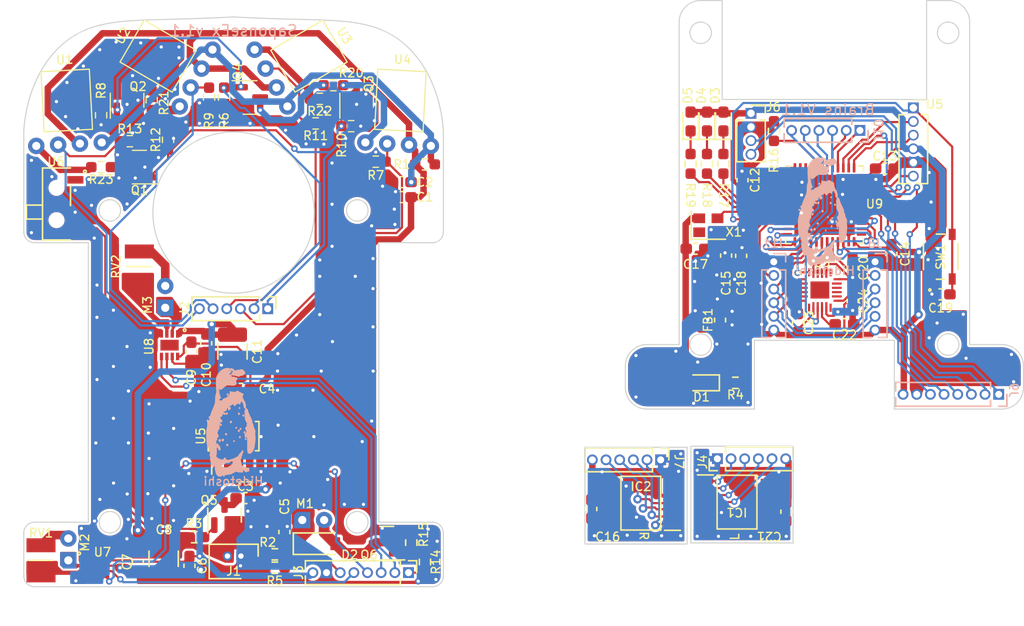
<source format=kicad_pcb>
(kicad_pcb (version 20211014) (generator pcbnew)
  (layers (0 "F.Cu" mixed) (31 "B.Cu" mixed) (34 "B.Paste" user) (35 "F.Paste" user) (36 "B.SilkS" user "B.Silkscreen") (37 "F.SilkS" user "F.Silkscreen") (38 "B.Mask" user) (39 "F.Mask" user) (44 "Edge.Cuts" user))
  (net 0 "")
  (net 1 "GND")
  (net 2 "+3V3")
  (net 3 "NRST")
  (net 4 "Net-(C3-Pad1)")
  (net 5 "Net-(D3-Pad1)")
  (net 6 "Net-(D4-Pad1)")
  (net 7 "Net-(D5-Pad1)")
  (net 8 "CS_L")
  (net 9 "CLK_ENC")
  (net 10 "MISO_ENC")
  (net 11 "MOSI_ENC")
  (net 12 "CS_R")
  (net 21 "MISO_IMU")
  (net 23 "CLK_IMU")
  (net 24 "MOSI_IMU")
  (net 25 "LED_FR_L")
  (net 26 "LED_FL_R")
  (net 27 "FAN_PWM")
  (net 28 "MOT_R_IN2")
  (net 29 "MOT_R_IN1")
  (net 30 "MOT_L_IN2")
  (net 31 "MOT_L_IN1")
  (net 32 "SENS_L")
  (net 33 "SENS_R")
  (net 34 "SENS_FL")
  (net 35 "SENS_FR")
  (net 36 "VBATT")
  (net 37 "SWCLK")
  (net 38 "SWDIO")
  (net 39 "SWO")
  (net 40 "UART_RX")
  (net 41 "UART_TX")
  (net 42 "+BATT")
  (net 43 "Net-(Q2-Pad3)")
  (net 44 "Net-(Q3-Pad3)")
  (net 45 "Net-(C2-Pad1)")
  (net 46 "Net-(C15-Pad1)")
  (net 47 "Net-(C20-Pad2)")
  (net 48 "Net-(C22-Pad1)")
  (net 49 "Net-(D1-Pad1)")
  (net 50 "Net-(D2-Pad2)")
  (net 51 "Net-(M3-Pad1)")
  (net 71 "Net-(M3-Pad2)")
  (net 72 "Net-(Q4-Pad3)")
  (net 73 "Net-(M2-Pad1)")
  (net 74 "Net-(M2-Pad2)")
  (net 75 "Net-(Q1-Pad3)")
  (net 76 "Net-(Q5-Pad1)")
  (net 77 "Net-(Q6-Pad1)")
  (net 78 "Net-(R16-Pad2)")
  (net 79 "Net-(R17-Pad2)")
  (net 80 "Net-(R18-Pad2)")
  (net 81 "Net-(R19-Pad2)")
  (net 82 "Net-(RV1-Pad2)")
  (net 83 "Net-(RV2-Pad2)")
  (net 85 "Net-(U9-Pad5)")
  (net 87 "CS_IMU")
  (net 93 "Net-(R20-Pad2)")
  (net 94 "Net-(R21-Pad2)")
  (net 95 "Net-(R22-Pad2)")
  (net 96 "Net-(R23-Pad2)")
  (footprint "Connector_PinHeader_1.27mm:PinHeader_1x06_P1.27mm_Vertical" (layer "F.Cu") (at 3.16654 27.142 -90)
    (fp_text reference "J2")
    (fp_text value "Conn_A_Main")
  )
  (footprint "SamacSys:SOP65P640X120-14N" (layer "F.Cu") (at 37.848 45.2288 180)
    (fp_text reference "IC2")
    (fp_text value "AS5047P-ATSM" hide)
  )
  (footprint "LBR-127HLD:LBR-127HLD" (layer "F.Cu") (at 15.35154 10.57 -3)
    (fp_text reference "U4")
    (fp_text value "LBR-127HLD")
  )
  (footprint "Capacitor_SMD:C_1210_3225Metric_Pad1.33x2.70mm_HandSolder" (layer "F.Cu") (at -0.11006 31.118 -90)
    (fp_text reference "C11")
    (fp_text value "47μ")
  )
  (footprint "Resistor_SMD:R_0603_1608Metric_Pad0.98x0.95mm_HandSolder" (layer "F.Cu") (at -9.652 11.557)
    (fp_text reference "R13")
    (fp_text value "1M")
  )
  (footprint "Resistor_SMD:R_0603_1608Metric_Pad0.98x0.95mm_HandSolder" (layer "F.Cu") (at -2.286 7.493 -90)
    (fp_text reference "R9")
    (fp_text value "1M")
  )
  (footprint "Capacitor_SMD:C_0603_1608Metric_Pad1.08x0.95mm_HandSolder" (layer "F.Cu") (at 60.5282 14.097 180)
    (fp_text reference "C13")
    (fp_text value "0.1μ")
  )
  (footprint "Capacitor_SMD:C_0603_1608Metric_Pad1.08x0.95mm_HandSolder" (layer "F.Cu") (at 52.451 28.448 90)
    (fp_text reference "C23")
    (fp_text value "0.1μ")
  )
  (footprint "Package_TO_SOT_SMD:SOT-23" (layer "F.Cu") (at 11.43 7.747 90)
    (fp_text reference "Q3")
    (fp_text value "BSS138")
  )
  (footprint "LBR-127HLD:LBR-127HLD" (layer "F.Cu") (at -4.58846 5.05 60)
    (fp_text reference "U2")
    (fp_text value "LBR-127HLD" hide)
  )
  (footprint "SamacSys:SOP65P640X120-14N" (layer "F.Cu") (at 46.7848 45.1288)
    (fp_text reference "IC1")
    (fp_text value "AS5047P-ATSM" hide)
  )
  (footprint "Connector_PinHeader_1.27mm:PinHeader_1x08_P1.27mm_Vertical" (layer "F.Cu") (at 16.25154 51.692 -90)
    (fp_text reference "J3")
    (fp_text value "Conn_B_Main")
  )
  (footprint "Resistor_SMD:R_0603_1608Metric_Pad0.98x0.95mm_HandSolder" (layer "F.Cu") (at 17.78 13.716)
    (fp_text reference "R1")
    (fp_text value "10")
  )
  (footprint "Capacitor_SMD:C_0603_1608Metric_Pad1.08x0.95mm_HandSolder" (layer "F.Cu") (at 65.7098 25.8064 180)
    (fp_text reference "C19")
    (fp_text value "0.1μ")
  )
  (footprint "Capacitor_SMD:C_0603_1608Metric_Pad1.08x0.95mm_HandSolder" (layer "F.Cu") (at 4.71594 47.9074 90)
    (fp_text reference "C5")
    (fp_text value "0.1μ")
  )
  (footprint "Capacitor_SMD:C_1210_3225Metric_Pad1.33x2.70mm_HandSolder" (layer "F.Cu") (at -6.50846 50.4 -90)
    (fp_text reference "C8")
    (fp_text value "47μ")
  )
  (footprint "Package_TO_SOT_SMD:SOT-23" (layer "F.Cu") (at -0.84666 46.3326 90)
    (fp_text reference "Q5")
    (fp_text value "IRLML6402")
  )
  (footprint "SamacSys:SKRPABE010" (layer "F.Cu") (at 65.7098 22.3012 90)
    (fp_text reference "SW1")
    (fp_text value "RESET_SW" hide)
  )
  (footprint "Capacitor_SMD:C_0603_1608Metric_Pad1.08x0.95mm_HandSolder" (layer "F.Cu") (at 47.2948 15.1892 -90)
    (fp_text reference "C12")
    (fp_text value "0.1μ")
  )
  (footprint "Package_TO_SOT_SMD:SOT-23" (layer "F.Cu") (at -9.906 7.747 90)
    (fp_text reference "Q2")
    (fp_text value "BSS138")
  )
  (footprint "Capacitor_SMD:C_0603_1608Metric_Pad1.08x0.95mm_HandSolder" (layer "F.Cu") (at 33.240663 45.7708 -90)
    (fp_text reference "C16")
    (fp_text value "0.1μ")
  )
  (footprint "Resistor_SMD:R_0603_1608Metric_Pad0.98x0.95mm_HandSolder" (layer "F.Cu") (at -12.319 13.97 180)
    (fp_text reference "R23")
    (fp_text value "0")
  )
  (footprint "Capacitor_SMD:C_0603_1608Metric_Pad1.08x0.95mm_HandSolder" (layer "F.Cu") (at 47.1678 22.225 90)
    (fp_text reference "C18")
    (fp_text value "0.1μ")
  )
  (footprint "SamacSys:SON50P200X200X80-9N" (layer "F.Cu") (at -12.96246 51.3)
    (fp_text reference "U7")
    (fp_text value "DRV8212DSGR" hide)
  )
  (footprint "Capacitor_SMD:C_0603_1608Metric_Pad1.08x0.95mm_HandSolder" (layer "F.Cu") (at 1.09154 44.7578)
    (fp_text reference "C3")
    (fp_text value "0.33μ")
  )
  (footprint "Resistor_SMD:R_0603_1608Metric_Pad0.98x0.95mm_HandSolder" (layer "F.Cu") (at 3.82694 49.9902)
    (fp_text reference "R2")
    (fp_text value "10k")
  )
  (footprint "My:Motor" (layer "F.Cu") (at -15.367 49.53 90)
    (fp_text reference "M2")
    (fp_text value "MK06-4.5")
  )
  (footprint "SamacSys:SON50P200X200X80-9N" (layer "F.Cu") (at -5.957852 30.530888 -90)
    (fp_text reference "U8")
    (fp_text value "DRV8212DSGR" hide)
  )
  (footprint "Capacitor_SMD:C_0603_1608Metric_Pad1.08x0.95mm_HandSolder" (layer "F.Cu") (at 15.621 15.367 180)
    (fp_text reference "C2")
    (fp_text value "1μ")
  )
  (footprint "Resistor_SMD:R_0603_1608Metric_Pad0.98x0.95mm_HandSolder" (layer "F.Cu") (at -7.62 7.747 -90)
    (fp_text reference "R21")
    (fp_text value "0")
  )
  (footprint "LED_SMD:LED_0603_1608Metric_Pad1.05x0.95mm_HandSolder" (layer "F.Cu") (at 42.4688 9.7282 90)
    (fp_text reference "D5")
    (fp_text value "LED")
  )
  (footprint "Resistor_SMD:R_0603_1608Metric_Pad0.98x0.95mm_HandSolder" (layer "F.Cu") (at -3.66606 48.39)
    (fp_text reference "R3")
    (fp_text value "47k")
  )
  (footprint "Capacitor_SMD:C_0603_1608Metric_Pad1.08x0.95mm_HandSolder" (layer "F.Cu") (at 57.531 23.368 90)
    (fp_text reference "C20")
    (fp_text value "4.7μ")
  )
  (footprint "SamacSys:SHDR2W35P0X125_1X2_425X320X420P" (layer "F.Cu") (at 0 50.65)
    (fp_text reference "J1")
    (fp_text value "CONN_BATT" hide)
  )
  (footprint "Resistor_SMD:R_0603_1608Metric_Pad0.98x0.95mm_HandSolder" (layer "F.Cu") (at 8.001 7.62 180)
    (fp_text reference "R22")
    (fp_text value "0")
  )
  (footprint "Capacitor_SMD:C_0603_1608Metric_Pad1.08x0.95mm_HandSolder" (layer "F.Cu") (at 0.68854 34.606 180)
    (fp_text reference "C4")
    (fp_text value "2.2μ")
  )
  (footprint "Inductor_SMD:L_0603_1608Metric_Pad1.05x0.95mm_HandSolder" (layer "F.Cu") (at 45.212 28.194 -90)
    (fp_text reference "FB1")
    (fp_text value "FerriteBead")
  )
  (footprint "Oscillator:Oscillator_SMD_SeikoEpson_SG210-4Pin_2.5x2.0mm" (layer "F.Cu") (at 44.1198 19.3802)
    (fp_text reference "X1")
    (fp_text value "SG-210STF")
  )
  (footprint "LED_SMD:LED_0603_1608Metric_Pad1.05x0.95mm_HandSolder" (layer "F.Cu") (at 43.4848 34.036 180)
    (fp_text reference "D1")
    (fp_text value "LED")
  )
  (footprint "Resistor_SMD:R_0603_1608Metric_Pad0.98x0.95mm_HandSolder" (layer "F.Cu") (at 16.51 48.898 90)
    (fp_text reference "R15")
    (fp_text value "47k")
  )
  (footprint "LBR-127HLD:LBR-127HLD" (layer "F.Cu") (at -15.36846 10.57 3)
    (fp_text reference "U1")
    (fp_text value "LBR-127HLD" hide)
  )
  (footprint "SamacSys:VARC3225X270N" (layer "F.Cu") (at -17.907 50.546 -90)
    (fp_text reference "RV1")
    (fp_text value "LBC3225T470KR" hide)
  )
  (footprint "My:Motor" (layer "F.Cu") (at 7.39154 46.8)
    (fp_text reference "M1")
    (fp_text value "Fan")
  )
  (footprint "Resistor_SMD:R_0603_1608Metric_Pad0.98x0.95mm_HandSolder" (layer "F.Cu") (at 10.922 10.16)
    (fp_text reference "R10")
    (fp_text value "47k")
  )
  (footprint "Resistor_SMD:R_0603_1608Metric_Pad0.98x0.95mm_HandSolder" (layer "F.Cu") (at 46.6344 34.036)
    (fp_text reference "R4")
    (fp_text value "1k")
  )
  (footprint "Diode_SMD:D_SOD-123" (layer "F.Cu") (at 7.79154 49)
    (fp_text reference "D2")
    (fp_text value "1N4148W")
  )
  (footprint "SamacSys:SSSS810701" (layer "F.Cu") (at -14.714795 18.152 -90)
    (fp_text reference "U6")
    (fp_text value "SSSS810701" hide)
  )
  (footprint "Connector_PinHeader_1.27mm:PinHeader_1x06_P1.27mm_Vertical" (layer "F.Cu") (at 44.9578 41.0988 90)
    (fp_text reference locked "J4")
    (fp_text value "Conn_ENC_L")
  )
  (footprint "Resistor_SMD:R_0603_1608Metric_Pad0.98x0.95mm_HandSolder" (layer "F.Cu") (at 17.78 50.7014 90)
    (fp_text reference "R14")
    (fp_text value "30")
  )
  (footprint "Package_DFN_QFN:QFN-48-1EP_7x7mm_P0.5mm_EP5.6x5.6mm" (layer "F.Cu") (at 54.9148 17.4752)
    (fp_text reference "U9")
    (fp_text value "STM32F412CGUx")
  )
  (footprint "SamacSys:VARC3225X270N" (layer "F.Cu") (at -8.763 23.2186 -90)
    (fp_text reference "RV2")
    (fp_text value "LBC3225T470KR" hide)
  )
  (footprint "Capacitor_SMD:C_0603_1608Metric_Pad1.08x0.95mm_HandSolder" (layer "F.Cu") (at -8.90846 50.7 -90)
    (fp_text reference "C7")
    (fp_text value "0.1μ")
  )
  (footprint "Capacitor_SMD:C_0603_1608Metric_Pad1.08x0.95mm_HandSolder" (layer "F.Cu") (at 61.1378 22.0472 90)
    (fp_text reference "C14")
    (fp_text value "0.1μ")
  )
  (footprint "Resistor_SMD:R_0603_1608Metric_Pad0.98x0.95mm_HandSolder" (layer "F.Cu") (at 42.4688 13.6652 -90)
    (fp_text reference "R19")
    (fp_text value "1k")
  )
  (footprint "Capacitor_SMD:C_0603_1608Metric_Pad1.08x0.95mm_HandSolder" (layer "F.Cu") (at -3.925852 31.118 -90)
    (fp_text reference "C9")
    (fp_text value "0.1μ")
  )
  (footprint "Package_TO_SOT_SMD:SOT-89-5_Handsoldering" (layer "F.Cu") (at -0.00846 38.992 90)
    (fp_text reference "U5")
    (fp_text value "NJM2884")
  )
  (footprint "Resistor_SMD:R_0603_1608Metric_Pad0.98x0.95mm_HandSolder" (layer "F.Cu") (at -0.889 7.493 -90)
    (fp_text reference "R6")
    (fp_text value "47k")
  )
  (footprint "Resistor_SMD:R_0603_1608Metric_Pad0.98x0.95mm_HandSolder" (layer "F.Cu") (at 13.208 13.462 180)
    (fp_text reference "R7")
    (fp_text value "1M")
  )
  (footprint "Capacitor_SMD:C_0603_1608Metric_Pad1.08x0.95mm_HandSolder" (layer "F.Cu") (at -2.54846 30.356 -90)
    (fp_text reference "C10")
    (fp_text value "0.1μ")
  )
  (footprint "LBR-127HLD:LBR-127HLD" (layer "F.Cu") (at 4.57154 5.05 -60)
    (fp_text reference "U3")
    (fp_text value "LBR-127HLD" hide)
  )
  (footprint "Resistor_SMD:R_0603_1608Metric_Pad0.98x0.95mm_HandSolder" (layer "F.Cu") (at 9.271 6.35)
    (fp_text reference "R20")
    (fp_text value "0")
  )
  (footprint "Package_TO_SOT_SMD:SOT-23" (layer "F.Cu") (at 14.224 48.9488 180)
    (fp_text reference "Q6")
    (fp_text value "IRLML6344")
  )
  (footprint "LED_SMD:LED_0603_1608Metric_Pad1.05x0.95mm_HandSolder" (layer "F.Cu") (at 45.5168 9.7282 90)
    (fp_text reference "D3")
    (fp_text value "LED")
  )
  (footprint "Resistor_SMD:R_0603_1608Metric_Pad0.98x0.95mm_HandSolder" (layer "F.Cu") (at 3.82694 51.2348 180)
    (fp_text reference "R5")
    (fp_text value "10k")
  )
  (footprint "Capacitor_SMD:C_0603_1608Metric_Pad1.08x0.95mm_HandSolder" (layer "F.Cu") (at 56.769 28.575)
    (fp_text reference "C22")
    (fp_text value "0.1μ")
  )
  (footprint "LED_SMD:LED_0603_1608Metric_Pad1.05x0.95mm_HandSolder" (layer "F.Cu") (at 43.9928 9.7282 90)
    (fp_text reference "D4")
    (fp_text value "LED")
  )
  (footprint "Capacitor_SMD:C_0603_1608Metric_Pad1.08x0.95mm_HandSolder" (layer "F.Cu") (at 45.7708 22.1996 90)
    (fp_text reference "C15")
    (fp_text value "1μ")
  )
  (footprint "Resistor_SMD:R_0603_1608Metric_Pad0.98x0.95mm_HandSolder" (layer "F.Cu") (at 45.5168 13.6652 -90)
    (fp_text reference "R17")
    (fp_text value "1k")
  )
  (footprint "Capacitor_SMD:C_0603_1608Metric_Pad1.08x0.95mm_HandSolder" (layer "F.Cu") (at 15.621 16.764 180)
    (fp_text reference "C1")
    (fp_text value "1μ")
  )
  (footprint "Resistor_SMD:R_0603_1608Metric_Pad0.98x0.95mm_HandSolder" (layer "F.Cu") (at 7.62 9.906)
    (fp_text reference "R11")
    (fp_text value "1M")
  )
  (footprint "Capacitor_SMD:C_0603_1608Metric_Pad1.08x0.95mm_HandSolder" (layer "F.Cu") (at 51.369912 46.0248 -90)
    (fp_text reference "C21")
    (fp_text value "0.1μ")
  )
  (footprint "Capacitor_SMD:C_0603_1608Metric_Pad1.08x0.95mm_HandSolder" (layer "F.Cu") (at 42.926 21.5646)
    (fp_text reference "C17")
    (fp_text value "0.1μ")
  )
  (footprint "Package_TO_SOT_SMD:SOT-23" (layer "F.Cu") (at 1.524 7.493)
    (fp_text reference "Q4")
    (fp_text value "BSS138")
  )
  (footprint "My:Motor" (layer "F.Cu") (at -6.35846 26.038 90)
    (fp_text reference "M3")
    (fp_text value "MK06-4.5")
  )
  (footprint "Capacitor_SMD:C_0603_1608Metric_Pad1.08x0.95mm_HandSolder" (layer "F.Cu") (at 57.531 26.416 -90)
    (fp_text reference "C24")
    (fp_text value "0.1μ")
  )
  (footprint "SamacSys:QFN40P300X300X95-25N-D" (layer "F.Cu") (at 54.483 25.4)
    (fp_text reference "IC3")
    (fp_text value "ICM-20648" hide)
  )
  (footprint "Package_TO_SOT_SMD:SOT-23" (layer "F.Cu") (at -8.763 13.97 180)
    (fp_text reference "Q1")
    (fp_text value "BSS138")
  )
  (footprint "Connector_PinHeader_1.27mm:PinHeader_1x06_P1.27mm_Vertical" (layer "F.Cu") (at 39.6875 41.1988 -90)
    (fp_text reference "J7")
    (fp_text value "Conn_ENC_R")
  )
  (footprint "Resistor_SMD:R_0603_1608Metric_Pad0.98x0.95mm_HandSolder" (layer "F.Cu") (at -6.096 11.43 90)
    (fp_text reference "R12")
    (fp_text value "47k")
  )
  (footprint "Connector_PinSocket_1.27mm:PinSocket_1x06_P1.27mm_Vertical" (layer "F.Cu") (at 63.1698 8.4582)
    (fp_text reference "J5")
    (fp_text value "SWD")
  )
  (footprint "Resistor_SMD:R_0603_1608Metric_Pad0.98x0.95mm_HandSolder" (layer "F.Cu") (at 43.9928 13.6652 -90)
    (fp_text reference "R18")
    (fp_text value "1k")
  )
  (footprint "Connector_PinSocket_1.27mm:PinSocket_1x04_P1.27mm_Vertical" (layer "F.Cu") (at 48.0818 8.9662)
    (fp_text reference "J6")
    (fp_text value "UART")
  )
  (footprint "Capacitor_SMD:C_0603_1608Metric_Pad1.08x0.95mm_HandSolder" (layer "F.Cu") (at -4.10846 51.054 -90)
    (fp_text reference "C6")
    (fp_text value "0.1μ")
  )
  (footprint "Resistor_SMD:R_0603_1608Metric_Pad0.98x0.95mm_HandSolder" (layer "F.Cu") (at -12.319 9.144 -90)
    (fp_text reference "R8")
    (fp_text value "47k")
  )
  (footprint "Resistor_SMD:R_0603_1608Metric_Pad0.98x0.95mm_HandSolder" (layer "F.Cu") (at 50.2158 10.6172 -90)
    (fp_text reference "R16")
    (fp_text value "10k")
  )
  (footprint "My:penpen" (layer "B.Cu") (at 0 37 180)
    (fp_text reference "G***" hide)
    (fp_text value "LOGO" hide)
  )
  (footprint "Connector_PinHeader_1.27mm:PinHeader_1x08_P1.27mm_Vertical" (layer "B.Cu") (at 71.1068 35.1072 90)
    (fp_text reference "J9")
    (fp_text value "Conn_B_Sub")
  )
  (footprint "Connector_PinHeader_1.27mm:PinHeader_1x06_P1.27mm_Vertical" (layer "B.Cu") (at 59.6148 22.7752 180)
    (fp_text reference "J8")
    (fp_text value "Conn_MCU_R")
  )
  (footprint "My:penpen" (layer "B.Cu") (at 54.991 17.399 180)
    (fp_text reference "G***" hide)
    (fp_text value "LOGO" hide)
  )
  (footprint "Connector_PinHeader_1.27mm:PinHeader_1x06_P1.27mm_Vertical" (layer "B.Cu") (at 50.1988 22.7752 180)
    (fp_text reference "J11")
    (fp_text value "Conn_MCU_L")
  )
  (footprint "Connector_PinHeader_1.27mm:PinHeader_1x06_P1.27mm_Vertical" (layer "B.Cu") (at 58.2068 10.5572 90)
    (fp_text reference "J10")
    (fp_text value "Conn_A_Sub")
  )
  (gr_line (start 32.6515 49.0288) (end 42.1515 49.0288) (layer "Edge.Cuts") (width 0.1))
  (gr_line locked (start 18.49154 21) (end 13.49154 21) (layer "Edge.Cuts") (width 0.1))
  (gr_line (start 61.40634 30.07538) (end 61.40634 36.47538) (layer "Edge.Cuts") (width 0.1))
  (gr_arc (start 66.40634 -1.52462) (mid 67.820554 -0.938834) (end 68.40634 0.47538) (layer "Edge.Cuts") (width 0.1))
  (gr_circle locked (center -0.00846 18.2) (end -7.50846 18.2) (layer "Edge.Cuts") (width 0.1) (fill none))
  (gr_line locked (start 13.49154 21) (end 13.49154 47) (layer "Edge.Cuts") (width 0.1))
  (gr_circle locked (center 11.49154 18) (end 10.49154 18) (layer "Edge.Cuts") (width 0.1) (fill none))
  (gr_line locked (start 13.49154 47) (end 18.49154 47) (layer "Edge.Cuts") (width 0.1))
  (gr_arc locked (start -18.50846 53) (mid -19.215567 52.707107) (end -19.50846 52) (layer "Edge.Cuts") (width 0.1))
  (gr_line (start 42.1515 49.0288) (end 42.1515 40.0288) (layer "Edge.Cuts") (width 0.1))
  (gr_arc locked (start -18.50846 21) (mid -19.215567 20.707107) (end -19.50846 20) (layer "Edge.Cuts") (width 0.1))
  (gr_curve locked (pts (xy 8.424295 0.296152) (xy 10.211387 0.370566) (xy 11.732455 0.514458) (xy 13.099089 0.962667)) (layer "Edge.Cuts") (width 0.1))
  (gr_curve locked (pts (xy -13.229035 1.000574) (xy -12.119456 0.620483) (xy -10.919322 0.451302) (xy -9.60048 0.359059)) (layer "Edge.Cuts") (width 0.1))
  (gr_arc (start 41.40634 0.47538) (mid 41.992126 -0.938834) (end 43.40634 -1.52462) (layer "Edge.Cuts") (width 0.1))
  (gr_line (start 41.40634 30.47538) (end 38.40634 30.47538) (layer "Edge.Cuts") (width 0.1))
  (gr_circle (center 66.40634 1.47538) (end 67.40634 1.47538) (layer "Edge.Cuts") (width 0.1) (fill none))
  (gr_line (start 64.40634 -1.52462) (end 64.40634 7.67538) (layer "Edge.Cuts") (width 0.1))
  (gr_line (start 73.40634 34.47538) (end 73.40634 32.47538) (layer "Edge.Cuts") (width 0.1))
  (gr_curve locked (pts (xy -19.50846 10.6) (xy -19.365362 8.52889) (xy -18.836224 6.870523) (xy -18.209657 5.601884)) (layer "Edge.Cuts") (width 0.1))
  (gr_line locked (start -18.50846 47) (end -13.50846 47) (layer "Edge.Cuts") (width 0.1))
  (gr_line (start 71.40634 30.47538) (end 68.40634 30.47538) (layer "Edge.Cuts") (width 0.1))
  (gr_line (start 45.40634 -1.52462) (end 43.40634 -1.52462) (layer "Edge.Cuts") (width 0.1))
  (gr_curve locked (pts (xy -9.60048 0.359059) (xy -7.395069 0.204808) (xy -4.575182 0.247193) (xy -0.00846 0)) (layer "Edge.Cuts") (width 0.1))
  (gr_line (start 45.40634 7.67538) (end 45.40634 -1.52462) (layer "Edge.Cuts") (width 0.1))
  (gr_curve locked (pts (xy 18.990076 7.680935) (xy 19.261165 8.632854) (xy 19.423141 9.610827) (xy 19.49154 10.6)) (layer "Edge.Cuts") (width 0.1))
  (gr_line (start 38.40634 36.47538) (end 48.40634 36.47538) (layer "Edge.Cuts") (width 0.1))
  (gr_curve locked (pts (xy 13.099089 0.962667) (xy 13.994654 1.256382) (xy 14.945758 1.720002) (xy 15.869512 2.520331)) (layer "Edge.Cuts") (width 0.1))
  (gr_curve locked (pts (xy 17.895552 5.040233) (xy 18.365213 5.870055) (xy 18.728011 6.760705) (xy 18.990076 7.680935)) (layer "Edge.Cuts") (width 0.1))
  (gr_line (start 64.40634 7.67538) (end 45.40634 7.67538) (layer "Edge.Cuts") (width 0.1))
  (gr_arc locked (start 19.49154 20) (mid 19.198647 20.707107) (end 18.49154 21) (layer "Edge.Cuts") (width 0.1))
  (gr_line locked (start 19.49154 48) (end 19.49154 52) (layer "Edge.Cuts") (width 0.1))
  (gr_circle (center 43.40634 1.47538) (end 44.40634 1.47538) (layer "Edge.Cuts") (width 0.1) (fill none))
  (gr_line (start 41.40634 0.47538) (end 41.40634 30.47538) (layer "Edge.Cuts") (width 0.1))
  (gr_line (start 66.40634 -1.52462) (end 64.40634 -1.52462) (layer "Edge.Cuts") (width 0.1))
  (gr_arc (start 36.40634 32.47538) (mid 36.992126 31.061166) (end 38.40634 30.47538) (layer "Edge.Cuts") (width 0.1))
  (gr_arc (start 38.40634 36.47538) (mid 36.992126 35.889594) (end 36.40634 34.47538) (layer "Edge.Cuts") (width 0.1))
  (gr_arc locked (start 19.49154 52) (mid 19.198647 52.707107) (end 18.49154 53) (layer "Edge.Cuts") (width 0.1))
  (gr_arc (start 73.40634 34.47538) (mid 72.820554 35.889594) (end 71.40634 36.47538) (layer "Edge.Cuts") (width 0.1))
  (gr_arc locked (start -19.50846 48) (mid -19.215567 47.292893) (end -18.50846 47) (layer "Edge.Cuts") (width 0.1))
  (gr_circle locked (center 11.49154 47) (end 10.49154 47) (layer "Edge.Cuts") (width 0.1) (fill none))
  (gr_circle (center 66.40634 30.47538) (end 67.40634 30.47538) (layer "Edge.Cuts") (width 0.1) (fill none))
  (gr_line (start 48.40634 30.07538) (end 61.40634 30.07538) (layer "Edge.Cuts") (width 0.1))
  (gr_line (start 48.40634 36.47538) (end 48.40634 30.07538) (layer "Edge.Cuts") (width 0.1))
  (gr_curve locked (pts (xy -15.963775 2.588209) (xy -15.047619 1.774212) (xy -14.105472 1.300802) (xy -13.229035 1.000574)) (layer "Edge.Cuts") (width 0.1))
  (gr_line locked (start 18.49154 53) (end -18.50846 53) (layer "Edge.Cuts") (width 0.1))
  (gr_arc (start 71.40634 30.47538) (mid 72.820554 31.061166) (end 73.40634 32.47538) (layer "Edge.Cuts") (width 0.1))
  (gr_arc locked (start 18.49154 47) (mid 19.198647 47.292893) (end 19.49154 48) (layer "Edge.Cuts") (width 0.1))
  (gr_line (start 36.40634 32.47538) (end 36.40634 34.47538) (layer "Edge.Cuts") (width 0.1))
  (gr_circle locked (center -11.50846 18) (end -12.50846 18) (layer "Edge.Cuts") (width 0.1) (fill none))
  (gr_line locked (start -13.50846 21) (end -18.50846 21) (layer "Edge.Cuts") (width 0.1))
  (gr_curve locked (pts (xy -18.209657 5.601884) (xy -17.653125 4.475049) (xy -16.905375 3.424812) (xy -15.963775 2.588209)) (layer "Edge.Cuts") (width 0.1))
  (gr_line (start 51.9938 39.9288) (end 42.4938 39.9288) (layer "Edge.Cuts") (width 0.1))
  (gr_curve locked (pts (xy 15.869512 2.520331) (xy 16.688727 3.23009) (xy 17.363228 4.099693) (xy 17.895552 5.040233)) (layer "Edge.Cuts") (width 0.1))
  (gr_line (start 42.4938 48.9288) (end 51.9938 48.9288) (layer "Edge.Cuts") (width 0.1))
  (gr_line (start 32.6515 40.0288) (end 32.6515 49.0288) (layer "Edge.Cuts") (width 0.1))
  (gr_line (start 68.40634 30.47538) (end 68.40634 0.47538) (layer "Edge.Cuts") (width 0.1))
  (gr_line locked (start -13.50846 47) (end -13.50846 21) (layer "Edge.Cuts") (width 0.1))
  (gr_line (start 51.9938 48.9288) (end 51.9938 39.9288) (layer "Edge.Cuts") (width 0.1))
  (gr_line locked (start 19.49154 10.6) (end 19.49154 20) (layer "Edge.Cuts") (width 0.1))
  (gr_line locked (start -19.50846 20) (end -19.50846 10.6) (layer "Edge.Cuts") (width 0.1))
  (gr_circle (center 43.40634 30.47538) (end 44.40634 30.47538) (layer "Edge.Cuts") (width 0.1) (fill none))
  (gr_line (start 42.4938 39.9288) (end 42.4938 48.9288) (layer "Edge.Cuts") (width 0.1))
  (gr_circle locked (center -11.50846 47) (end -12.50846 47) (layer "Edge.Cuts") (width 0.1) (fill none))
  (gr_line (start 61.40634 36.47538) (end 71.40634 36.47538) (layer "Edge.Cuts") (width 0.1))
  (gr_line locked (start -19.50846 52) (end -19.50846 48) (layer "Edge.Cuts") (width 0.1))
  (gr_curve locked (pts (xy -0.00846 0) (xy 3.971277 0.214473) (xy 6.385829 0.211271) (xy 8.424295 0.296152)) (layer "Edge.Cuts") (width 0.1))
  (gr_line (start 42.1515 40.0288) (end 32.6515 40.0288) (layer "Edge.Cuts") (width 0.1))
  (gr_text "Brains V1.1" (at 55.245 8.636) (layer "B.SilkS") (effects (font (size 1 1) (thickness 0.13)) (justify mirror)))
  (gr_text "SaponseEx v1.1" (at 0 1.27) (layer "B.SilkS") (effects (font (size 1 1)) (justify mirror)))
  (gr_text "R" (at 38.1254 48.26 270) (layer "F.SilkS") (effects (font (size 0.8 0.8) (thickness 0.13))))
  (gr_text "L" (at 46.5836 48.3616 90) (layer "F.SilkS") (effects (font (size 0.8 0.8) (thickness 0.13))))
  (segment (start 57.531 28.4745) (end 57.6315 28.575) (width 0.6) (layer "F.Cu") (net 1))
  (segment (start 56.134 24.4) (end 57.3615 24.4) (width 0.2) (layer "F.Cu") (net 1))
  (segment (start -8.90846 51.5625) (end -9.86616 51.5625) (width 0.8) (layer "F.Cu") (net 1))
  (segment (start -4.10846 51.9165) (end -4.15446 51.9625) (width 0.8) (layer "F.Cu") (net 1))
  (segment (start -11.91246 51.05) (end -10.85058 51.05) (width 0.2) (layer "F.Cu") (net 1))
  (segment (start 57.1648 15.2252) (end 54.9148 17.4752) (width 0.2) (layer "F.Cu") (net 1))
  (segment (start 55.083 23.8215) (end 55.083 23.068978) (width 0.2) (layer "F.Cu") (net 1))
  (segment (start -4.20344 32.258088) (end -3.925852 31.9805) (width 0.2) (layer "F.Cu") (net 1))
  (segment (start 52.6648 15.2252) (end 52.8193 15.3797) (width 0.2) (layer "F.Cu") (net 1))
  (segment (start 55.083 27.63848) (end 55.245 27.80048) (width 0.2) (layer "F.Cu") (net 1))
  (segment (start 52.8193 15.3797) (end 54.9148 17.4752) (width 0.2) (layer "F.Cu") (net 1))
  (segment (start 51.4773 18.2252) (end 52.7678 18.2252) (width 0.2) (layer "F.Cu") (net 1))
  (segment (start 57.1648 19.7252) (end 54.9148 17.4752) (width 0.2) (layer "F.Cu") (net 1))
  (segment (start 57.531 27.2785) (end 57.531 28.4745) (width 0.6) (layer "F.Cu") (net 1))
  (segment (start 52.6648 14.0377) (end 52.6648 15.2252) (width 0.2) (layer "F.Cu") (net 1))
  (segment (start -9.86616 51.5625) (end -10.17914 51.24952) (width 0.8) (layer "F.Cu") (net 1))
  (segment (start 54.1648 18.2252) (end 54.9148 17.4752) (width 0.2) (layer "F.Cu") (net 1))
  (segment (start -8.50846 51.9625) (end -8.90846 51.5625) (width 0.8) (layer "F.Cu") (net 1))
  (segment (start 55.164978 22.987) (end 56.007 22.987) (width 0.2) (layer "F.Cu") (net 1))
  (segment (start -5.707852 32.050888) (end -5.500652 32.258088) (width 0.2) (layer "F.Cu") (net 1))
  (segment (start 55.083 23.068978) (end 55.164978 22.987) (width 0.2) (layer "F.Cu") (net 1))
  (segment (start -10.17914 51.24952) (end -10.56418 51.24952) (width 0.8) (layer "F.Cu") (net 1))
  (segment (start 58.3523 15.2252) (end 57.1648 15.2252) (width 0.2) (layer "F.Cu") (net 1))
  (segment (start 57.3615 24.4) (end 57.531 24.2305) (width 0.2) (layer "F.Cu") (net 1))
  (segment (start -10.56418 51.24952) (end -10.65106 51.24952) (width 0.8) (layer "F.Cu") (net 1))
  (segment (start -4.15446 51.9625) (end -6.50846 51.9625) (width 0.8) (layer "F.Cu") (net 1))
  (segment (start -5.500652 32.258088) (end -4.20344 32.258088) (width 0.2) (layer "F.Cu") (net 1))
  (segment (start -10.85058 51.05) (end -10.65106 51.24952) (width 0.2) (layer "F.Cu") (net 1))
  (segment (start 55.7885 27.80048) (end 56.15698 27.432) (width 0.2) (layer "F.Cu") (net 1))
  (segment (start -6.50846 51.9625) (end -8.50846 51.9625) (width 0.8) (layer "F.Cu") (net 1))
  (segment (start 52.7678 18.2252) (end 54.1648 18.2252) (width 0.2) (layer "F.Cu") (net 1))
  (segment (start 55.083 26.9785) (end 55.083 27.63848) (width 0.2) (layer "F.Cu") (net 1))
  (segment (start -5.707852 31.580888) (end -5.707852 32.050888) (width 0.2) (layer "F.Cu") (net 1))
  (segment (start 56.007 22.987) (end 57.2505 24.2305) (width 0.2) (layer "F.Cu") (net 1))
  (segment (start 55.245 27.80048) (end 55.7885 27.80048) (width 0.2) (layer "F.Cu") (net 1))
  (segment (start 57.1648 20.9127) (end 57.1648 19.7252) (width 0.2) (layer "F.Cu") (net 1))
  (via (at 64.897 25.781) (size 0.6) (drill 0.3) (layers "F.Cu" "B.Cu") (net 1))
  (via (at 18.796 52.324) (size 0.6) (drill 0.3) (layers "F.Cu" "B.Cu") (net 1))
  (via (at 42.7482 35.941) (size 0.6) (drill 0.3) (layers "F.Cu" "B.Cu") (net 1))
  (via (at -1.17686 31.3974) (size 0.6) (drill 0.3) (layers "F.Cu" "B.Cu") (net 1))
  (via (at 1.611348 47.421888) (size 0.6) (drill 0.3) (layers "F.Cu" "B.Cu") (net 1))
  (via (at 72.2884 31.3944) (size 0.6) (drill 0.3) (layers "F.Cu" "B.Cu") (net 1))
  (via (at 4.075148 32.943888) (size 0.6) (drill 0.3) (layers "F.Cu" "B.Cu") (net 1))
  (via (at 4.10634 31.3212) (size 0.6) (drill 0.3) (layers "F.Cu" "B.Cu") (net 1))
  (via (at -13.208 17.526) (size 0.6) (drill 0.3) (layers "F.Cu" "B.Cu") (net 1))
  (via (at 64.5414 22.5806) (size 0.6) (drill 0.3) (layers "F.Cu" "B.Cu") (net 1))
  (via (at 57.404 19.05) (size 0.6) (drill 0.3) (layers "F.Cu" "B.Cu") (net 1))
  (via (at 50.673 42.3164) (size 0.6) (drill 0.3) (layers "F.Cu" "B.Cu") (net 1))
  (via (at -13.97 4.572) (size 0.6) (drill 0.3) (layers "F.Cu" "B.Cu") (net 1))
  (via (at -16.4725 7.874) (size 0.6) (drill 0.3) (layers "F.Cu" "B.Cu") (net 1))
  (via (at 45.0596 48.3108) (size 0.6) (drill 0.3) (layers "F.Cu" "B.Cu") (net 1))
  (via (at -3.175 9.906) (size 0.6) (drill 0.3) (layers "F.Cu" "B.Cu") (net 1))
  (via (at 72.4916 33.9344) (size 0.6) (drill 0.3) (layers "F.Cu" "B.Cu") (net 1))
  (via (at 4.826 10.541) (size 0.6) (drill 0.3) (layers "F.Cu" "B.Cu") (net 1))
  (via (at 13.081 9.652) (size 0.6) (drill 0.3) (layers "F.Cu" "B.Cu") (net 1))
  (via (at -16.891 14.859) (size 0.6) (drill 0.3) (layers "F.Cu" "B.Cu") (net 1))
  (via (at 41.5544 48.26) (size 0.6) (drill 0.3) (layers "F.Cu" "B.Cu") (net 1))
  (via (at 47.244 14.351) (size 0.6) (drill 0.3) (layers "F.Cu" "B.Cu") (net 1))
  (via (at 43.0784 48.3108) (size 0.6) (drill 0.3) (layers "F.Cu" "B.Cu") (net 1))
  (via (at 56.5912 16.51) (size 0.6) (drill 0.3) (layers "F.Cu" "B.Cu") (net 1))
  (via (at -14.670052 52.451088) (size 0.6) (drill 0.3) (layers "F.Cu" "B.Cu") (net 1))
  (via (at 9.144 21.336) (size 0.6) (drill 0.3) (layers "F.Cu" "B.Cu") (net 1))
  (via (at 55.626 19.05) (size 0.6) (drill 0.3) (layers "F.Cu" "B.Cu") (net 1))
  (via (at 1.524 9.906) (size 0.6) (drill 0.3) (layers "F.Cu" "B.Cu") (net 1))
  (via (at 67.812208 27.657688) (size 0.6) (drill 0.3) (layers "F.Cu" "B.Cu") (net 1))
  (via (at 43.0784 40.5384) (size 0.6) (drill 0.3) (layers "F.Cu" "B.Cu") (net 1))
  (via (at 51.3588 48.3108) (size 0.6) (drill 0.3) (layers "F.Cu" "B.Cu") (net 1))
  (via (at 17.152162 52.490334) (size 0.6) (drill 0.3) (layers "F.Cu" "B.Cu") (net 1))
  (via (at 47.371 19.8374) (size 0.6) (drill 0.3) (layers "F.Cu" "B.Cu") (net 1))
  (via (at -6.985 5.715) (size 0.6) (drill 0.3) (layers "F.Cu" "B.Cu") (net 1))
  (via (at -9.779 34.798) (size 0.6) (drill 0.3) (layers "F.Cu" "B.Cu") (net 1))
  (via (at -5.588 11.303) (size 0.6) (drill 0.3) (layers "F.Cu" "B.Cu") (net 1))
  (via (at 44.9072 30.4292) (size 0.6) (drill 0.3) (layers "F.Cu" "B.Cu") (net 1))
  (via (at 37.3888 35.3568) (size 0.6) (drill 0.3) (layers "F.Cu" "B.Cu") (net 1))
  (via (at 44.901408 24.000088) (size 0.6) (drill 0.3) (layers "F.Cu" "B.Cu") (net 1))
  (via (at 49.022 24.765) (size 0.6) (drill 0.3) (layers "F.Cu" "B.Cu") (net 1))
  (via (at 41.0972 31.0896) (size 0.6) (drill 0.3) (layers "F.Cu" "B.Cu") (net 1))
  (via (at 8.7376 43.0276) (size 0.6) (drill 0.3) (layers "F.Cu" "B.Cu") (net 1))
  (via (at 5.2324 42.3164) (size 0.6) (drill 0.3) (layers "F.Cu" "B.Cu") (net 1))
  (via (at -9.398 10.795) (size 0.6) (drill 0.3) (layers "F.Cu" "B.Cu") (net 1))
  (via (at -7.862852 41.071888) (size 0.6) (drill 0.3) (layers "F.Cu" "B.Cu") (net 1))
  (via (at 2.551148 39.039888) (size 0.6) (drill 0.3) (layers "F.Cu" "B.Cu") (net 1))
  (via (at -5.588 46.8376) (size 0.6) (drill 0.3) (layers "F.Cu" "B.Cu") (net 1))
  (via (at 12.827 19.431) (size 0.6) (drill 0.3) (layers "F.Cu" "B.Cu") (net 1))
  (via (at -8.636 2.413) (size 0.6) (drill 0.3) (layers "F.Cu" "B.Cu") (net 1))
  (via (at 12.965148 32.943888) (size 0.6) (drill 0.3) (layers "F.Cu" "B.Cu") (net 1))
  (via (at -8.382 9.906) (size 0.6) (drill 0.3) (layers "F.Cu" "B.Cu") (net 1))
  (via (at 34.2392 42.3164) (size 0.6) (drill 0.3) (layers "F.Cu" "B.Cu") (net 1))
  (via (at -5.576852 43.611888) (size 0.6) (drill 0.3) (layers "F.Cu" "B.Cu") (net 1))
  (via (at 33.528 48.26) (size 0.6) (drill 0.3) (layers "F.Cu" "B.Cu") (net 1))
  (via (at 41.5544 40.64) (size 0.6) (drill 0.3) (layers "F.Cu" "B.Cu") (net 1))
  (via (at 47.8028 30.4292) (size 0.6) (drill 0.3) (layers "F.Cu" "B.Cu") (net 1))
  (via (at -4.445 9.779) (size 0.6) (drill 0.3) (layers "F.Cu" "B.Cu") (net 1))
  (via (at -9.906 8.128) (size 0.6) (drill 0.3) (layers "F.Cu" "B.Cu") (net 1))
  (via (at -1.143 32.385) (size 0.6) (drill 0.3) (layers "F.Cu" "B.Cu") (net 1))
  (via (at 9.144 13.589) (size 0.6) (drill 0.3) (layers "F.Cu" "B.Cu") (net 1))
  (via (at 4.9784 47.3964) (size 0.6) (drill 0.3) (layers "F.Cu" "B.Cu") (net 1))
  (via (at 64.8208 17.2212) (size 0.6) (drill 0.3) (layers "F.Cu" "B.Cu") (net 1))
  (via (at -11.164852 43.357888) (size 0.6) (drill 0.3) (layers "F.Cu" "B.Cu") (net 1))
  (via (at 52.7812 16.5608) (size 0.6) (drill 0.3) (layers "F.Cu" "B.Cu") (net 1))
  (via (at 44.069 22.225) (size 0.6) (drill 0.3) (layers "F.Cu" "B.Cu") (net 1))
  (via (at 52.578 27.432) (size 0.6) (drill 0.3) (layers "F.Cu" "B.Cu") (net 1))
  (via (at 8.393148 45.389888) (size 0.6) (drill 0.3) (layers "F.Cu" "B.Cu") (net 1))
  (via (at -9.78746 46.739) (size 0.6) (drill 0.3) (layers "F.Cu" "B.Cu") (net 1))
  (via (at 8.001 24.13) (size 0.6) (drill 0.3) (layers "F.Cu" "B.Cu") (net 1))
  (via (at -14.732 18.161) (size 0.6) (drill 0.3) (layers "F.Cu" "B.Cu") (net 1))
  (via (at 13.208 12.573) (size 0.6) (drill 0.3) (layers "F.Cu" "B.Cu") (net 1))
  (via (at 8.001 27.686) (size 0.6) (drill 0.3) (layers "F.Cu" "B.Cu") (net 1))
  (via (at 57.531 27.305) (size 0.6) (drill 0.3) (layers "F.Cu" "B.Cu") (net 1))
  (via (at 43.0784 42.164) (size 0.6) (drill 0.3) (layers "F.Cu" "B.Cu") (net 1))
  (via (at 9.180548 30.200688) (size 0.6) (drill 0.3) (layers "F.Cu" "B.Cu") (net 1))
  (via (at 59.69 15.113) (size 0.6) (drill 0.3) (layers "F.Cu" "B.Cu") (net 1))
  (via (at 12.065 45.339) (size 0.6) (drill 0.3) (layers "F.Cu" "B.Cu") (net 1))
  (via (at -5.08 2.794) (size 0.6) (drill 0.3) (layers "F.Cu" "B.Cu") (net 1))
  (via (at 12.827 37.592) (size 0.6) (drill 0.3) (layers "F.Cu" "B.Cu") (net 1))
  (via (at 1.905 44.958) (size 0.6) (drill 0.3) (layers "F.Cu" "B.Cu") (net 1))
  (via (at -3.05646 51.438) (size 0.8) (drill 0.4) (layers "F.Cu" "B.Cu") (net 1))
  (via (at 37.3888 31.496) (size 0.6) (drill 0.3) (layers "F.Cu" "B.Cu") (net 1))
  (via (at -11.176 32.512) (size 0.6) (drill 0.3) (layers "F.Cu" "B.Cu") (net 1))
  (via (at 14.986 19.304) (size 0.6) (drill 0.3) (layers "F.Cu" "B.Cu") (net 1))
  (via (at 4.13174 37.976) (size 0.6) (drill 0.3) (layers "F.Cu" "B.Cu") (net 1))
  (via (at 42.926 22.733) (size 0.6) (drill 0.3) (layers "F.Cu" "B.Cu") (net 1))
  (via (at 42.844008 24.609688) (size 0.6) (drill 0.3) (layers "F.Cu" "B.Cu") (net 1))
  (via (at 47.244 21.463) (size 0.6) (drill 0.3) (layers "F.Cu" "B.Cu") (net 1))
  (via (at -9.91446 30.657888) (size 0.6) (drill 0.3) (layers "F.Cu" "B.Cu") (net 1))
  (via (at 11.303 24.13) (size 0.6) (drill 0.3) (layers "F.Cu" "B.Cu") (net 1))
  (via (at -10.922 2.3235) (size 0.6) (drill 0.3) (layers "F.Cu" "B.Cu") (net 1))
  (via (at -15.621 9.271) (size 0.6) (drill 0.3) (layers "F.Cu" "B.Cu") (net 1))
  (via (at 52.7678 18.2252) (size 0.6) (drill 0.3) (layers "F.Cu" "B.Cu") (net 1))
  (via (at -9.779 39.624) (size 0.6) (drill 0.3) (layers "F.Cu" "B.Cu") (net 1))
  (via (at 5.842 29.591) (size 0.6) (drill 0.3) (layers "F.Cu" "B.Cu") (net 1))
  (via (at -12.70846 27.943) (size 0.6) (drill 0.3) (layers "F.Cu" "B.Cu") (net 1))
  (via (at -10.56418 51.24952) (size 0.6) (drill 0.3) (layers "F.Cu" "B.Cu") (net 1))
  (via (at 3.0988 47.3964) (size 0.6) (drill 0.3) (layers "F.Cu" "B.Cu") (net 1))
  (via (at 1.3208 45.974) (size 0.6) (drill 0.3) (layers "F.Cu" "B.Cu") (net 1))
  (via (at 4.329148 43.357888) (size 0.6) (drill 0.3) (layers "F.Cu" "B.Cu") (net 1))
  (via (at -12.81006 39.627) (size 0.6) (drill 0.3) (layers "F.Cu" "B.Cu") (net 1))
  (via (at -15.494 6.096) (size 0.6) (drill 0.3) (layers "F.Cu" "B.Cu") (net 1))
  (via (at 18.91454 48.771) (size 0.6) (drill 0.3) (layers "F.Cu" "B.Cu") (net 1))
  (via (at -12.434852 44.881888) (size 0.6) (drill 0.3) (layers "F.Cu" "B.Cu") (net 1))
  (via (at -8.255 15.748) (size 0.6) (drill 0.3) (layers "F.Cu" "B.Cu") (net 1))
  (via (at 13.80914 47.5518) (size 0.6) (drill 0.3) (layers "F.Cu" "B.Cu") (net 1))
  (via (at -5.461 6.731) (size 0.6) (drill 0.3) (layers "F.Cu" "B.Cu") (net 1))
  (via (at -0.889 9.779) (size 0.6) (drill 0.3) (layers "F.Cu" "B.Cu") (net 1))
  (via (at 64.643 14.478) (size 0.6) (drill 0.3) (layers "F.Cu" "B.Cu") (net 1))
  (via (at -7.75546 32.5912) (size 0.6) (drill 0.3) (layers "F.Cu" "B.Cu") (net 1))
  (via (at 56.642 15.113) (size 0.6) (drill 0.3) (layers "F.Cu" "B.Cu") (net 1))
  (via (at 4.075148 34.721888) (size 0.6) (drill 0.3) (layers "F.Cu" "B.Cu") (net 1))
  (via (at 47.8028 35.8648) (size 0.6) (drill 0.3) (layers "F.Cu" "B.Cu") (net 1))
  (via (at 7.453348 39.039888) (size 0.6) (drill 0.3) (layers "F.Cu" "B.Cu") (net 1))
  (via (at 68.072 31.75) (size 0.6) (drill 0.3) (layers "F.Cu" "B.Cu") (net 1))
  (via (at 13.081 8.128) (size 0.6) (drill 0.3) (layers "F.Cu" "B.Cu") (net 1))
  (via (at -6.35 7.62) (size 0.6) (drill 0.3) (layers "F.Cu" "B.Cu") (net 1))
  (via (at 12.286572 7.181928) (size 0.6) (drill 0.3) (layers "F.Cu" "B.Cu") (net 1))
  (via (at 49.0728 28.6004) (size 0.6) (drill 0.3) (layers "F.Cu" "B.Cu") (net 1))
  (via (at 18.0848 47.6504) (size 0.6) (drill 0.3) (layers "F.Cu" "B.Cu") (net 1))
  (via (at 44.069 28.1686) (size 0.6) (drill 0.3) (layers "F.Cu" "B.Cu") (net 1))
  (via (at -12.319 10.033) (size 0.6) (drill 0.3) (layers "F.Cu" "B.Cu") (net 1))
  (via (at -4.1656 42.4688) (size 0.6) (drill 0.3) (layers "F.Cu" "B.Cu") (net 1))
  (via (at 13.843 15.748) (size 0.6) (drill 0.3) (layers "F.Cu" "B.Cu") (net 1))
  (via (at 11.949148 39.5) (size 0.6) (drill 0.3) (layers "F.Cu" "B.Cu") (net 1))
  (via (at 8.139148 32.943888) (size 0.6) (drill 0.3) (layers "F.Cu" "B.Cu") (net 1))
  (via (at -10.668 14.986) (size 0.6) (drill 0.3) (layers "F.Cu" "B.Cu") (net 1))
  (via (at 10.287 45.339) (size 0.6) (drill 0.3) (layers "F.Cu" "B.Cu") (net 1))
  (via (at 56.15698 27.432) (size 0.6) (drill 0.3) (layers "F.Cu" "B.Cu") (net 1))
  (via (at -9.144 14.986) (size 0.6) (drill 0.3) (layers "F.Cu" "B.Cu") (net 1))
  (via (at -7.608852 46.659888) (size 0.6) (drill 0.3) (layers "F.Cu" "B.Cu") (net 1))
  (via (at 52.8193 15.3797) (size 0.6) (drill 0.3) (layers "F.Cu" "B.Cu") (net 1))
  (via (at 14.9352 17.8816) (size 0.6) (drill 0.3) (layers "F.Cu" "B.Cu") (net 1))
  (via (at -7.862852 35.991888) (size 0.6) (drill 0.3) (layers "F.Cu" "B.Cu") (net 1))
  (via (at -3.175 8.001) (size 0.6) (drill 0.3) (layers "F.Cu" "B.Cu") (net 1))
  (via (at 12.954 28.829) (size 0.6) (drill 0.3) (layers "F.Cu" "B.Cu") (net 1))
  (via (at -8.89 7.747) (size 0.6) (drill 0.3) (layers "F.Cu" "B.Cu") (net 1))
  (via (at -13.462 15.113) (size 0.6) (drill 0.3) (layers "F.Cu" "B.Cu") (net 1))
  (via (at -11.176 37.338) (size 0.6) (drill 0.3) (layers "F.Cu" "B.Cu") (net 1))
  (via (at -9.894852 44.373888) (size 0.6) (drill 0.3) (layers "F.Cu" "B.Cu") (net 1))
  (via (at -12.954 20.574) (size 0.6) (drill 0.3) (layers "F.Cu" "B.Cu") (net 1))
  (via (at -3.23426 34.8518) (size 0.6) (drill 0.3) (layers "F.Cu" "B.Cu") (net 1))
  (via (at 64.643 29.845) (size 0.6) (drill 0.3) (layers "F.Cu" "B.Cu") (net 1))
  (via (at -14.478 10.414) (size 0.6) (drill 0.3) (layers "F.Cu" "B.Cu") (net 1))
  (via (at 45.6692 21.9456) (size 0.6) (drill 0.3) (layers "F.Cu" "B.Cu") (net 1))
  (via (at -7.9248 38.7096) (size 0.6) (drill 0.3) (layers "F.Cu" "B.Cu") (net 1))
  (via (at 64.643 19.685) (size 0.6) (drill 0.3) (layers "F.Cu" "B.Cu") (net 1))
  (via (at -4.052852 35.737888) (size 0.6) (drill 0.3) (layers "F.Cu" "B.Cu") (net 1))
  (via (at -11.176 27.2796) (size 0.6) (drill 0.3) (layers "F.Cu" "B.Cu") (net 1))
  (via (at 42.9006 27.3304) (size 0.6) (drill 0.3) (layers "F.Cu" "B.Cu") (net 1))
  (via (at 44.3738 19.7866) (size 0.6) (drill 0.3) (layers "F.Cu" "B.Cu") (net 1))
  (via (at 36.4744 43.6372) (size 0.6) (drill 0.3) (layers "F.Cu" "B.Cu") (net 1))
  (via (at -6.985 13.081) (size 0.6) (drill 0.3) (layers "F.Cu" "B.Cu") (net 1))
  (via (at 15.04698 16.256) (size 0.6) (drill 0.3) (layers "F.Cu" "B.Cu") (net 1))
  (via (at -18.796 13.335) (size 0.6) (drill 0.3) (layers "F.Cu" "B.Cu") (net 1))
  (via (at 9.144 17.4244) (size 0.6) (drill 0.3) (layers "F.Cu" "B.Cu") (net 1))
  (via (at 65.4558 21.5646) (size 0.6) (drill 0.3) (layers "F.Cu" "B.Cu") (net 1))
  (via (at -12.446 3.048) (size 0.6) (drill 0.3) (layers "F.Cu" "B.Cu") (net 1))
  (via (at -14.732 16.129) (size 0.6) (drill 0.3) (layers "F.Cu" "B.Cu") (net 1))
  (via (at -5.576852 38.277888) (size 0.6) (drill 0.3) (layers "F.Cu" "B.Cu") (net 1))
  (via (at 43.1292 32.1056) (size 0.6) (drill 0.3) (layers "F.Cu" "B.Cu") (net 1))
  (via (at -14.15626 47.5772) (size 0.6) (drill 0.3) (layers "F.Cu" "B.Cu") (net 1))
  (via (at 41.3512 42.2656) (size 0.6) (drill 0.3) (layers "F.Cu" "B.Cu") (net 1))
  (via (at -18.796 20.066) (size 0.6) (drill 0.3) (layers "F.Cu" "B.Cu") (net 1))
  (via (at -9.906 17.399) (size 0.6) (drill 0.3) (layers "F.Cu" "B.Cu") (net 1))
  (via (at -9.920252 48.539488) (size 0.6) (drill 0.3) (layers "F.Cu" "B.Cu") (net 1))
  (via (at 8.4836 8.8392) (size 0.6) (drill 0.3) (layers "F.Cu" "B.Cu") (net 1))
  (via (at 8.001 22.606) (size 0.6) (drill 0.3) (layers "F.Cu" "B.Cu") (net 1))
  (via (at -6.731 2.794) (size 0.6) (drill 0.3) (layers "F.Cu" "B.Cu") (net 1))
  (via (at -2.4892 42.2656) (size 0.6) (drill 0.3) (layers "F.Cu" "B.Cu") (net 1))
  (via (at -12.7 24.9428) (size 0.6) (drill 0.3) (layers "F.Cu" "B.Cu") (net 1))
  (via (at -7.747 29.387888) (size 0.6) (drill 0.3) (layers "F.Cu" "B.Cu") (net 1))
  (via (at -7.9756 44.3484) (size 0.6) (drill 0.3) (layers "F.Cu" "B.Cu") (net 1))
  (via (at -8.255 13.97) (size 0.6) (drill 0.3) (layers "F.Cu" "B.Cu") (net 1))
  (via (at 11.811 10.16) (size 0.6) (drill 0.3) (layers "F.Cu" "B.Cu") (net 1))
  (via (at 46.3296 28.6512) (size 0.6) (drill 0.3) (layers "F.Cu" "B.Cu") (net 1))
  (via (at 45.339 46.101) (size 0.6) (drill 0.3) (layers "F.Cu" "B.Cu") (net 1))
  (via (at 46.3296 27.3812) (size 0.6) (drill 0.3) (layers "F.Cu" "B.Cu") (net 1))
  (via (at 48.0568 48.3108) (size 0.6) (drill 0.3) (layers "F.Cu" "B.Cu") (net 1))
  (via (at -5.08 3.81) (size 0.6) (drill 0.3) (layers "F.Cu" "B.Cu") (net 1))
  (via (at -12.7 33.7312) (size 0.6) (drill 0.3) (layers "F.Cu" "B.Cu") (net 1))
  (via (at 37.4396 46.5328) (size 0.6) (drill 0.3) (layers "F.Cu" "B.Cu") (net 1))
  (via (at 6.731 11.811) (size 0.6) (drill 0.3) (layers "F.Cu" "B.Cu") (net 1))
  (via (at 36.576 48.2092) (size 0.6) (drill 0.3) (layers "F.Cu" "B.Cu") (net 1))
  (via (at 12.954 25.273) (size 0.6) (drill 0.3) (layers "F.Cu" "B.Cu") (net 1))
  (via (at 2.54 42.291) (size 0.6) (drill 0.3) (layers "F.Cu" "B.Cu") (net 1))
  (via (at 11.43 8.128) (size 0.6) (drill 0.3) (layers "F.Cu" "B.Cu") (net 1))
  (via (at 44.958 26.2382) (size 0.6) (drill 0.3) (layers "F.Cu" "B.Cu") (net 1))
  (via (at -9.398 5.461) (size 0.6) (drill 0.3) (layers "F.Cu" "B.Cu") (net 1))
  (via (at 57.531 24.2305) (size 0.6) (drill 0.3) (layers "F.Cu" "B.Cu") (net 1))
  (via (at 65.3796 28.4734) (size 0.6) (drill 0.3) (layers "F.Cu" "B.Cu") (net 1))
  (via (at -12.93706 46.8914) (size 0.6) (drill 0.3) (layers "F.Cu" "B.Cu") (net 1))
  (via (at 7.377148 34.721888) (size 0.6) (drill 0.3) (layers "F.Cu" "B.Cu") (net 1))
  (via (at 39.7764 48.26) (size 0.6) (drill 0.3) (layers "F.Cu" "B.Cu") (net 1))
  (via (at -10.795 12.827) (size 0.6) (drill 0.3) (layers "F.Cu" "B.Cu") (net 1))
  (via (at 46.5582 24.4094) (size 0.6) (drill 0.3) (layers "F.Cu" "B.Cu") (net 1))
  (via (at 0.635 51.054) (size 0.6) (drill 0.3) (layers "F.Cu" "B.Cu") (net 1))
  (via (at 12.954 22.479) (size 0.6) (drill 0.3) (layers "F.Cu" "B.Cu") (net 1))
  (via (at 8.382 11.8364) (size 0.6) (drill 0.3) (layers "F.Cu" "B.Cu") (net 1))
  (via (at 10.414 11.303) (size 0.6) (drill 0.3) (layers "F.Cu" "B.Cu") (net 1))
  (segment (start -3.799872 30.38148) (end -2.08852 30.38148) (width 0.2) (layer "F.Cu") (net 2))
  (segment (start 16.4835 16.764) (end 17.272 16.764) (width 0.6) (layer "F.Cu") (net 2))
  (segment (start 3.332229 38.307169) (end 3.332229 37.585769) (width 0.6) (layer "F.Cu") (net 2))
  (segment (start -4.310864 30.2555) (end -4.637052 30.581688) (width 0.2) (layer "F.Cu") (net 2))
  (segment (start -4.637052 31.267488) (end -4.950452 31.580888) (width 0.2) (layer "F.Cu") (net 2))
  (segment (start 49.4418 44.4788) (end 50.4224 44.4788) (width 0.2) (layer "F.Cu") (net 2))
  (segment (start 16.4835 16.764) (end 16.4835 19.5845) (width 0.6) (layer "F.Cu") (net 2))
  (segment (start 59.6148 29.1252) (end 59.149 29.591) (width 0.6) (layer "F.Cu") (net 2))
  (segment (start 33.240663 44.9083) (end 33.240663 45.331063) (width 0.2) (layer "F.Cu") (net 2))
  (segment (start 56.134 26.4) (end 56.6845 26.4) (width 0.2) (layer "F.Cu") (net 2))
  (segment (start 17.272 16.764) (end 17.653 16.383) (width 0.6) (layer "F.Cu") (net 2))
  (segment (start 51.4773 14.4357) (end 51.8753 14.0377) (width 0.2) (layer "F.Cu") (net 2))
  (segment (start -3.925852 30.2555) (end -4.310864 30.2555) (width 0.2) (layer "F.Cu") (net 2))
  (segment (start -3.925852 30.2555) (end -3.799872 30.38148) (width 0.2) (layer "F.Cu") (net 2))
  (segment (start 59.0375 14.7252) (end 59.6657 14.097) (width 0.2) (layer "F.Cu") (net 2))
  (segment (start 57.531 25.98154) (end 56.75648 26.75606) (width 0.2) (layer "F.Cu") (net 2))
  (segment (start 63.7032 21.8694) (end 61.8225 21.8694) (width 0.6) (layer "F.Cu") (net 2))
  (segment (start 2.96334 43.945) (end 3.39514 43.5132) (width 0.6) (layer "F.Cu") (net 2))
  (segment (start 59.149 29.591) (end 56.896 29.591) (width 0.6) (layer "F.Cu") (net 2))
  (segment (start 16.299681 11.891433) (end 16.299681 9.949681) (width 0.6) (layer "F.Cu") (net 2))
  (segment (start -2.980608 4.805118) (end -4.064 3.721726) (width 0.6) (layer "F.Cu") (net 2))
  (segment (start 2.754882 6.564882) (end 3.979688 6.564882) (width 0.6) (layer "F.Cu") (net 2))
  (segment (start 42.0116 19.289378) (end 42.0116 33.4378) (width 0.6) (layer "F.Cu") (net 2))
  (segment (start 43.3438 29.069) (end 42.0116 27.7368) (width 0.6) (layer "F.Cu") (net 2))
  (segment (start 2.38846 36.642) (end 1.49154 36.642) (width 0.6) (layer "F.Cu") (net 2))
  (segment (start 51.4773 14.7252) (end 51.4773 14.4357) (width 0.2) (layer "F.Cu") (net 2))
  (segment (start 57.6648 20.9127) (end 58.2151 21.463) (width 0.2) (layer "F.Cu") (net 2))
  (segment (start 3.332229 37.585769) (end 2.38846 36.642) (width 0.6) (layer "F.Cu") (net 2))
  (segment (start 3.39514 38.37008) (end 3.332229 38.307169) (width 0.6) (layer "F.Cu") (net 2))
  (segment (start 50.6806 29.591) (end 50.2148 29.1252) (width 0.6) (layer "F.Cu") (net 2))
  (segment (start 46.39132 9.48868) (end 46.9138 8.9662) (width 0.4) (layer "F.Cu") (net 2))
  (segment (start -3.15806 50.164009) (end -4.080969 50.164009) (width 0.2) (layer "F.Cu") (net 2))
  (segment (start 43.2698 18.7302) (end 42.570778 18.7302) (width 0.6) (layer "F.Cu") (net 2))
  (segment (start 51.562 41.353) (end 51.562 44.7811) (width 0.6) (layer "F.Cu") (net 2))
  (segment (start 3.39514 43.5132) (end 3.39514 38.37008) (width 0.6) (layer "F.Cu") (net 2))
  (segment (start 56.896 29.591) (end 55.88 29.591) (width 0.6) (layer "F.Cu") (net 2))
  (segment (start 51.368812 45.1612) (end 51.369912 45.1623) (width 0.2) (layer "F.Cu") (net 2))
  (segment (start 16.8675 13.716) (end 16.8675 12.459252) (width 0.6) (layer "F.Cu") (net 2))
  (segment (start 45.6298 8.9662) (end 45.5168 8.8532) (width 0.6) (layer "F.Cu") (net 2))
  (segment (start 61.2308 29.1252) (end 59.6148 29.1252) (width 0.6) (layer "F.Cu") (net 2))
  (segment (start 48.0818 8.9662) (end 46.9138 8.9662) (width 0.6) (layer "F.Cu") (net 2))
  (segment (start -14.503914 11.785086) (end -14.287386 11.785086) (width 0.6) (layer "F.Cu") (net 2))
  (segment (start 45.6692 29.5148) (end 45.2234 29.069) (width 0.6) (layer "F.Cu") (net 2))
  (segment (start 63.1698 12.2682) (end 61.4945 12.2682) (width 0.2) (layer "F.Cu") (net 2))
  (segment (start 17.653 16.383) (end 17.653 14.5015) (width 0.6) (layer "F.Cu") (net 2))
  (segment (start 52.451 29.071822) (end 53.883 27.639822) (width 0.2) (layer "F.Cu") (net 2))
  (segment (start 56.6845 26.4) (end 57.531 25.5535) (width 0.2) (layer "F.Cu") (net 2))
  (segment (start 48.0568 16.0517) (end 47.2948 16.0517) (width 0.2) (layer "F.Cu") (net 2))
  (segment (start 62.2858 30.1802) (end 61.2308 29.1252) (width 0.6) (layer "F.Cu") (net 2))
  (segment (start -4.080969 50.164009) (end -4.10846 50.1915) (width 0.2) (layer "F.Cu") (net 2))
  (segment (start 45.2234 29.069) (end 45.212 29.069) (width 0.6) (layer "F.Cu") (net 2))
  (segment (start 7.874 1.524) (end -3.302 1.524) (width 0.6) (layer "F.Cu") (net 2))
  (segment (start 43.9928 8.8532) (end 42.4688 8.8532) (width 0.6) (layer "F.Cu") (net 2))
  (segment (start 55.88 29.591) (end 50.6806 29.591) (width 0.6) (layer "F.Cu") (net 2))
  (segment (start 33.240663 45.331063) (end 33.70588 45.79628) (width 0.2) (layer "F.Cu") (net 2))
  (segment (start 58.2151 21.463) (end 60.8595 21.463) (width 0.2) (layer "F.Cu") (net 2))
  (segment (start 33.70588 45.79628) (end 35.12098 45.79628) (width 0.2) (layer "F.Cu") (net 2))
  (segment (start 58.3523 14.7252) (end 59.0375 14.7252) (width 0.2) (layer "F.Cu") (net 2))
  (segment (start 42.0116 33.4378) (end 42.6098 34.036) (width 0.6) (layer "F.Cu") (net 2))
  (segment (start 53.883 27.639822) (end 53.883 26.9785) (width 0.2) (layer "F.Cu") (net 2))
  (segment (start 61.8225 21.8694) (end 61.1378 21.1847) (width 0.6) (layer "F.Cu") (net 2))
  (segment (start 16.4835 19.5845) (end 15.36802 20.69998) (width 0.6) (layer "F.Cu") (net 2))
  (segment (start -4.064 3.721726) (end -4.064 2.286) (width 0.6) (layer "F.Cu") (net 2))
  (segment (start 46.39132 15.14822) (end 46.39132 9.48868) (width 0.4) (layer "F.Cu") (net 2))
  (segment (start -4.59296 50.676) (end -4.10846 50.1915) (width 0.2) (layer "F.Cu") (net 2))
  (segment (start 13.367268 20.69998) (end 3.16654 30.900708) (width 0.6) (layer "F.Cu") (net 2))
  (segment (start 56.75648 26.75606) (end 56.75648 29.45148) (width 0.2) (layer "F.Cu") (net 2))
  (segment (start 3.16654 30.900708) (end 3.16654 33.531) (width 0.6) (layer "F.Cu") (net 2))
  (segment (start 33.3375 41.1988) (end 33.3375 44.7686) (width 0.6) (layer "F.Cu") (net 2))
  (segment (start 63.6524 27.686) (end 62.2858 29.0526) (width 0.6) (layer "F.Cu") (net 2))
  (segment (start 17.653 14.5015) (end 16.8675 13.716) (width 0.6) (layer "F.Cu") (net 2))
  (segment (start 51.4773 14.7252) (end 49.3833 14.7252) (width 0.2) (layer "F.Cu") (net 2))
  (segment (start 35.2035 45.2288) (end 33.561163 45.2288) (width 0.2) (layer "F.Cu") (net 2))
  (segment (start -4.637052 30.581688) (end -4.637052 31.267488) (width 0.2) (layer "F.Cu") (net 2))
  (segment (start 42.570778 18.7302) (end 42.0116 19.289378) (width 0.6) (layer "F.Cu") (net 2))
  (segment (start -9.65946 50.55) (end -9.53346 50.676) (width 0.2) (layer "F.Cu") (net 2))
  (segment (start 50.4224 44.4788) (end 51.1059 45.1623) (width 0.2) (layer "F.Cu") (net 2))
  (segment (start -9.53346 50.676) (end -4.59296 50.676) (width 0.2) (layer "F.Cu") (net 2))
  (segment (start -3.302 1.524) (end -12.192 1.524) (width 0.6) (layer "F.Cu") (net 2))
  (segment (start -4.950452 31.580888) (end -5.207852 31.580888) (width 0.2) (layer "F.Cu") (net 2))
  (segment (start 60.8595 21.463) (end 61.1378 21.1847) (width 0.2) (layer "F.Cu") (net 2))
  (segment (start 33.561163 45.2288) (end 33.240663 44.9083) (width 0.2) (layer "F.Cu") (net 2))
  (segment (start -11.91246 50.55) (end -9.65946 50.55) (width 0.2) (layer "F.Cu") (net 2))
  (segment (start -1.77394 30.69606) (end 0.34306 30.69606) (width 0.2) (layer "F.Cu") (net 2))
  (segment (start 0.34306 30.69606) (end 1.55104 31.90404) (width 0.2) (layer "F.Cu") (net 2))
  (segment (start 49.4742 45.1612) (end 51.368812 45.1612) (width 0.2) (layer "F.Cu") (net 2))
  (segment (start 46.9138 8.9662) (end 45.6298 8.9662) (width 0.6) (layer "F.Cu") (net 2))
  (segment (start -2.08852 30.38148) (end -1.77394 30.69606) (width 0.2) (layer "F.Cu") (net 2))
  (segment (start 49.3833 14.7252) (end 48.0568 16.0517) (width 0.2) (layer "F.Cu") (net 2))
  (segment (start -12.192 1.524) (end -17.272 6.604) (width 0.6) (layer "F.Cu") (net 2))
  (segment (start 50.2148 29.1252) (end 49.8252 29.5148) (width 0.6) (layer "F.Cu") (net 2))
  (segment (start 0.995118 4.805118) (end 2.754882 6.564882) (width 0.6) (layer "F.Cu") (net 2))
  (segment (start 1.55104 31.90404) (end 1.55104 34.606) (width 0.2) (layer "F.Cu") (net 2))
  (segment (start 51.8753 14.0377) (end 52.1648 14.0377) (width 0.2) (layer "F.Cu") (net 2))
  (segment (start 51.3078 41.0988) (end 51.562 41.353) (width 0.6) (layer "F.Cu") (net 2))
  (segment (start 45.212 29.069) (end 43.3438 29.069) (width 0.6) (layer "F.Cu") (net 2))
  (segment (start 15.36802 20.69998) (end 13.367268 20.69998) (width 0.6) (layer "F.Cu") (net 2))
  (segment (start 47.2948 16.0517) (end 46.39132 15.14822) (width 0.4) (layer "F.Cu") (net 2))
  (segment (start 1.49154 34.6655) (end 1.55104 34.606) (width 0.6) (layer "F.Cu") (net 2))
  (segment (start 49.8252 29.5148) (end 45.6692 29.5148) (width 0.6) (layer "F.Cu") (net 2))
  (segment (start 45.5168 8.8532) (end 43.9928 8.8532) (width 0.6) (layer "F.Cu") (net 2))
  (segment (start -17.272 6.604) (end -17.272 9.017) (width 0.6) (layer "F.Cu") (net 2))
  (segment (start 56.75648 29.45148) (end 56.896 29.591) (width 0.2) (layer "F.Cu") (net 2))
  (segment (start 51.1059 45.1623) (end 51.369912 45.1623) (width 0.2) (layer "F.Cu") (net 2))
  (segment (start 62.2858 35.1282) (end 62.2858 30.1802) (width 0.6) (layer "F.Cu") (net 2))
  (segment (start 3.16654 33.531) (end 2.09154 34.606) (width 0.6) (layer "F.Cu") (net 2))
  (segment (start 52.451 29.3105) (end 52.451 29.071822) (width 0.2) (layer "F.Cu") (net 2))
  (segment (start -4.064 2.286) (end -3.302 1.524) (width 0.6) (layer "F.Cu") (net 2))
  (segment (start 16.8675 12.459252) (end 16.299681 11.891433) (width 0.6) (layer "F.Cu") (net 2))
  (segment (start -2.980608 4.805118) (end 0.995118 4.805118) (width 0.6) (layer "F.Cu") (net 2))
  (segment (start 2.09154 34.606) (end 1.55104 34.606) (width 0.6) (layer "F.Cu") (net 2))
  (segment (start 16.299681 9.949681) (end 7.874 1.524) (width 0.6) (layer "F.Cu") (net 2))
  (segment (start 62.2858 29.0526) (end 62.2858 30.1802) (width 0.6) (layer "F.Cu") (net 2))
  (segment (start -17.272 9.017) (end -14.503914 11.785086) (width 0.6) (layer "F.Cu") (net 2))
  (segment (start 1.49154 36.642) (end 1.49154 34.6655) (width 0.6) (layer "F.Cu") (net 2))
  (segment (start 61.4945 12.2682) (end 59.6657 14.097) (width 0.2) (layer "F.Cu") (net 2))
  (segment (start 57.531 25.5535) (end 57.531 25.98154) (width 0.2) (layer "F.Cu") (net 2))
  (via (at -3.15806 50.164009) (size 0.6) (drill 0.3) (layers "F.Cu" "B.Cu") (net 2))
  (via (at 63.6524 27.686) (size 0.8) (drill 0.4) (layers "F.Cu" "B.Cu") (net 2))
  (via (at 2.96334 43.945) (size 0.8) (drill 0.4) (layers "F.Cu" "B.Cu") (net 2))
  (via (at 63.7032 21.8694) (size 0.8) (drill 0.4) (layers "F.Cu" "B.Cu") (net 2))
  (segment (start -3.15806 46.5358) (end -3.15806 50.164009) (width 0.6) (layer "B.Cu") (net 2))
  (segment (start 63.1698 12.2682) (end 62.462694 12.2682) (width 0.6) (layer "B.Cu") (net 2))
  (segment (start 63.8556 21.8694) (end 65.8368 19.8882) (width 0.6) (layer "B.Cu") (net 2))
  (segment (start 48.412 8.636) (end 48.0818 8.9662) (width 0.6) (layer "B.Cu") (net 2))
  (segment (start -3.15806 50.164009) (end -3.058349 50.164009) (width 0.6) (layer "B.Cu") (net 2))
  (segment (start -3.058349 50.164009) (end -1.243878 51.97848) (width 0.6) (layer "B.Cu") (net 2))
  (segment (start 63.5508 27.5844) (end 63.5508 22.0218) (width 0.6) (layer "B.Cu") (net 2))
  (segment (start 2.96334 43.945) (end -0.56726 43.945) (width 0.6) (layer "B.Cu") (net 2))
  (segment (start 62.170289 9.490689) (end 61.3156 8.636) (width 0.6) (layer "B.Cu") (net 2))
  (segment (start -0.56726 43.945) (end -3.15806 46.5358) (width 0.6) (layer "B.Cu") (net 2))
  (segment (start 62.462694 12.2682) (end 62.170289 11.975795) (width 0.6) (layer "B.Cu") (net 2))
  (segment (start -1.243878 51.97848) (end 7.07606 51.97848) (width 0.6) (layer "B.Cu") (net 2))
  (segment (start 65.8368 14.3002) (end 63.8048 12.2682) (width 0.6) (layer "B.Cu") (net 2))
  (segment (start 65.8368 19.8882) (end 65.8368 14.3002) (width 0.6) (layer "B.Cu") (net 2))
  (segment (start 7.07606 51.97848) (end 7.36254 51.692) (width 0.6) (layer "B.Cu") (net 2))
  (segment (start 63.6524 27.686) (end 63.5508 27.5844) (width 0.6) (layer "B.Cu") (net 2))
  (segment (start 62.170289 11.975795) (end 62.170289 9.490689) (width 0.6) (layer "B.Cu") (net 2))
  (segment (start 63.8048 12.2682) (end 63.1698 12.2682) (width 0.6) (layer "B.Cu") (net 2))
  (segment (start 63.7032 21.8694) (end 63.8556 21.8694) (width 0.6) (layer "B.Cu") (net 2))
  (segment (start 63.5508 22.0218) (end 63.7032 21.8694) (width 0.6) (layer "B.Cu") (net 2))
  (segment (start 61.3156 8.636) (end 48.412 8.636) (width 0.6) (layer "B.Cu") (net 2))
  (segment (start 49.208331 17.7252) (end 51.4773 17.7252) (width 0.2) (layer "F.Cu") (net 3))
  (segment (start 46.4312 18.8214) (end 48.112131 18.8214) (width 0.2) (layer "F.Cu") (net 3))
  (segment (start 48.112131 18.8214) (end 49.208331 17.7252) (width 0.2) (layer "F.Cu") (net 3))
  (segment (start 66.7848 12.0732) (end 63.1698 8.4582) (width 0.2) (layer "F.Cu") (net 3))
  (segment (start 66.7848 24.3762) (end 66.7848 25.5939) (width 0.2) (layer "F.Cu") (net 3))
  (segment (start 66.7848 24.3762) (end 66.7848 20.2262) (width 0.2) (layer "F.Cu") (net 3))
  (segment (start 66.7848 20.2262) (end 66.7848 12.0732) (width 0.2) (layer "F.Cu") (net 3))
  (segment (start 66.7848 25.5939) (end 66.5723 25.8064) (width 0.2) (layer "F.Cu") (net 3))
  (via (at 46.4312 18.8214) (size 0.6) (drill 0.3) (layers "F.Cu" "B.Cu") (net 3))
  (segment (start 47.371 8.001) (end 61.52845 8.001) (width 0.2) (layer "B.Cu") (net 3))
  (segment (start 62.23965 8.7122) (end 62.9158 8.7122) (width 0.2) (layer "B.Cu") (net 3))
  (segment (start 46.355 9.017) (end 47.371 8.001) (width 0.2) (layer "B.Cu") (net 3))
  (segment (start 46.4312 18.8214) (end 46.355 18.7452) (width 0.2) (layer "B.Cu") (net 3))
  (segment (start 46.355 18.7452) (end 46.355 9.017) (width 0.2) (layer "B.Cu") (net 3))
  (segment (start 61.52845 8.001) (end 62.23965 8.7122) (width 0.2) (layer "B.Cu") (net 3))
  (segment (start 62.9158 8.7122) (end 63.1698 8.4582) (width 0.2) (layer "B.Cu") (net 3))
  (segment (start -1.50846 41.342) (end -1.50846 44.7333) (width 0.6) (layer "F.Cu") (net 4))
  (segment (start 0.22904 45.121196) (end -0.044864 45.3951) (width 0.6) (layer "F.Cu") (net 4))
  (segment (start -0.044864 45.3951) (end -0.84666 45.3951) (width 0.6) (layer "F.Cu") (net 4))
  (segment (start -1.50846 36.642) (end -1.50846 41.342) (width 0.6) (layer "F.Cu") (net 4))
  (segment (start 0.22904 44.7578) (end 0.22904 45.121196) (width 0.6) (layer "F.Cu") (net 4))
  (segment (start -1.50846 44.7333) (end -0.84666 45.3951) (width 0.6) (layer "F.Cu") (net 4))
  (segment (start 45.5168 12.2447) (end 45.5168 10.6032) (width 0.2) (layer "F.Cu") (net 5))
  (segment (start 43.9928 12.2447) (end 43.9928 10.6032) (width 0.2) (layer "F.Cu") (net 6))
  (segment (start 42.4688 12.2447) (end 42.4688 10.6032) (width 0.2) (layer "F.Cu") (net 7))
  (segment (start 49.650249 19.2252) (end 48.889208 19.986241) (width 0.2) (layer "F.Cu") (net 8))
  (segment (start 44.9583 43.1788) (end 43.5658 43.1788) (width 0.2) (layer "F.Cu") (net 8))
  (segment (start 45.0088 43.2293) (end 44.9583 43.1788) (width 0.2) (layer "F.Cu") (net 8))
  (segment (start 48.889208 23.263488) (end 49.67092 24.0452) (width 0.2) (layer "F.Cu") (net 8))
  (segment (start 48.889208 19.986241) (end 48.889208 23.263488) (width 0.2) (layer "F.Cu") (net 8))
  (segment (start 51.4773 19.2252) (end 49.650249 19.2252) (width 0.2) (layer "F.Cu") (net 8))
  (segment (start 49.67092 24.0452) (end 50.2148 24.0452) (width 0.2) (layer "F.Cu") (net 8))
  (via (at 45.0088 43.2293) (size 0.6) (drill 0.3) (layers "F.Cu" "B.Cu") (net 8))
  (segment (start 46.2278 42.0118) (end 46.2278 41.0988) (width 0.2) (layer "B.Cu") (net 8))
  (segment (start 45.0088 43.2293) (end 45.0103 43.2293) (width 0.2) (layer "B.Cu") (net 8))
  (segment (start 45.0103 43.2293) (end 46.2278 42.0118) (width 0.2) (layer "B.Cu") (net 8))
  (segment (start 51.014311 24.515689) (end 50.2148 25.3152) (width 0.2) (layer "F.Cu") (net 9))
  (segment (start 53.1648 21.427179) (end 52.542739 22.04924) (width 0.2) (layer "F.Cu") (net 9))
  (segment (start 45.502607 43.8619) (end 45.469507 43.8288) (width 0.2) (layer "F.Cu") (net 9))
  (segment (start 38.999689 46.468289) (end 41.018989 46.468289) (width 0.2) (layer "F.Cu") (net 9))
  (segment (start 38.861 46.3296) (end 38.999689 46.468289) (width 0.2) (layer "F.Cu") (net 9))
  (segment (start 53.1648 20.9127) (end 53.1648 21.427179) (width 0.2) (layer "F.Cu") (net 9))
  (segment (start 51.877746 22.049242) (end 51.014312 22.912676) (width 0.2) (layer "F.Cu") (net 9))
  (segment (start 45.469507 43.8288) (end 43.5658 43.8288) (width 0.2) (layer "F.Cu") (net 9))
  (segment (start 51.014312 22.912676) (end 51.014311 24.515689) (width 0.2) (layer "F.Cu") (net 9))
  (segment (start 52.542739 22.04924) (end 51.877746 22.049242) (width 0.2) (layer "F.Cu") (net 9))
  (via (at 45.502607 43.8619) (size 0.6) (drill 0.3) (layers "F.Cu" "B.Cu") (net 9))
  (via (at 38.861 46.3296) (size 0.8) (drill 0.4) (layers "F.Cu" "B.Cu") (net 9))
  (segment (start 58.815289 26.254031) (end 59.6148 25.45452) (width 0.2) (layer "B.Cu") (net 9))
  (segment (start 57.344828 28.99516) (end 58.415769 27.924219) (width 0.2) (layer "B.Cu") (net 9))
  (segment (start 51.413831 27.924219) (end 52.484772 28.99516) (width 0.2) (layer "B.Cu") (net 9))
  (segment (start 38.861 42.842306) (end 37.217494 41.1988) (width 0.2) (layer "B.Cu") (net 9))
  (segment (start 51.1048 27.049514) (end 51.41383 27.358544) (width 0.2) (layer "B.Cu") (net 9))
  (segment (start 58.815289 26.959025) (end 58.815289 26.254031) (width 0.2) (layer "B.Cu") (net 9))
  (segment (start 51.1048 26.2052) (end 51.1048 27.049514) (width 0.2) (layer "B.Cu") (net 9))
  (segment (start 37.217494 41.1988) (end 37.1475 41.1988) (width 0.2) (layer "B.Cu") (net 9))
  (segment (start 52.484772 28.99516) (end 57.344828 28.99516) (width 0.2) (layer "B.Cu") (net 9))
  (segment (start 45.502607 43.8619) (end 45.5207 43.8619) (width 0.2) (layer "B.Cu") (net 9))
  (segment (start 45.5207 43.8619) (end 47.4978 41.8848) (width 0.2) (layer "B.Cu") (net 9))
  (segment (start 50.2148 25.3152) (end 51.1048 26.2052) (width 0.2) (layer "B.Cu") (net 9))
  (segment (start 58.41577 27.358544) (end 58.815289 26.959025) (width 0.2) (layer "B.Cu") (net 9))
  (segment (start 59.6148 25.45452) (end 59.6148 25.3152) (width 0.2) (layer "B.Cu") (net 9))
  (segment (start 58.415769 27.924219) (end 58.41577 27.358544) (width 0.2) (layer "B.Cu") (net 9))
  (segment (start 51.41383 27.358544) (end 51.413831 27.924219) (width 0.2) (layer "B.Cu") (net 9))
  (segment (start 47.4978 41.8848) (end 47.4978 41.0988) (width 0.2) (layer "B.Cu") (net 9))
  (segment (start 38.861 46.3296) (end 38.861 42.842306) (width 0.2) (layer "B.Cu") (net 9))
  (segment (start 46.007953 44.481441) (end 46.005312 44.4788) (width 0.2) (layer "F.Cu") (net 10))
  (segment (start 38.0492 45.72) (end 38.139111 45.630089) (width 0.2) (layer "F.Cu") (net 10))
  (segment (start 51.41383 25.38617) (end 50.2148 26.5852) (width 0.2) (layer "F.Cu") (net 10))
  (segment (start 52.708225 22.44876) (end 52.043233 22.448761) (width 0.2) (layer "F.Cu") (net 10))
  (segment (start 46.005312 44.4788) (end 43.5658 44.4788) (width 0.2) (layer "F.Cu") (net 10))
  (segment (start 39.150748 45.630089) (end 39.316859 45.7962) (width 0.2) (layer "F.Cu") (net 10))
  (segment (start 53.6648 20.9127) (end 53.6648 21.492185) (width 0.2) (layer "F.Cu") (net 10))
  (segment (start 38.139111 45.630089) (end 39.150748 45.630089) (width 0.2) (layer "F.Cu") (net 10))
  (segment (start 51.413831 23.078163) (end 51.41383 25.38617) (width 0.2) (layer "F.Cu") (net 10))
  (segment (start 53.6648 21.492185) (end 52.708225 22.44876) (width 0.2) (layer "F.Cu") (net 10))
  (segment (start 39.316859 45.7962) (end 40.9969 45.7962) (width 0.2) (layer "F.Cu") (net 10))
  (segment (start 52.043233 22.448761) (end 51.413831 23.078163) (width 0.2) (layer "F.Cu") (net 10))
  (via (at 46.007953 44.481441) (size 0.6) (drill 0.3) (layers "F.Cu" "B.Cu") (net 10))
  (via (at 38.0492 45.72) (size 0.8) (drill 0.4) (layers "F.Cu" "B.Cu") (net 10))
  (segment (start 37.68725 42.418) (end 37.0967 42.418) (width 0.2) (layer "B.Cu") (net 10))
  (segment (start 58.815289 28.089705) (end 57.510314 29.39468) (width 0.2) (layer "B.Cu") (net 10))
  (segment (start 59.6148 26.72452) (end 58.815289 27.524031) (width 0.2) (layer "B.Cu") (net 10))
  (segment (start 38.3032 45.466) (end 38.3032 43.03395) (width 0.2) (layer "B.Cu") (net 10))
  (segment (start 38.0492 45.72) (end 38.3032 45.466) (width 0.2) (layer "B.Cu") (net 10))
  (segment (start 46.007953 44.481441) (end 46.044159 44.481441) (width 0.2) (layer "B.Cu") (net 10))
  (segment (start 46.044159 44.481441) (end 48.7678 41.7578) (width 0.2) (layer "B.Cu") (net 10))
  (segment (start 38.3032 43.03395) (end 37.68725 42.418) (width 0.2) (layer "B.Cu") (net 10))
  (segment (start 57.510314 29.39468) (end 52.319286 29.39468) (width 0.2) (layer "B.Cu") (net 10))
  (segment (start 51.014311 28.089705) (end 51.014311 27.524031) (width 0.2) (layer "B.Cu") (net 10))
  (segment (start 52.319286 29.39468) (end 51.014311 28.089705) (width 0.2) (layer "B.Cu") (net 10))
  (segment (start 50.2148 26.72452) (end 50.2148 26.5852) (width 0.2) (layer "B.Cu") (net 10))
  (segment (start 48.7678 41.7578) (end 48.7678 41.0988) (width 0.2) (layer "B.Cu") (net 10))
  (segment (start 58.815289 27.524031) (end 58.815289 28.089705) (width 0.2) (layer "B.Cu") (net 10))
  (segment (start 59.6148 26.5852) (end 59.6148 26.72452) (width 0.2) (layer "B.Cu") (net 10))
  (segment (start 37.0967 42.418) (end 35.8775 41.1988) (width 0.2) (layer "B.Cu") (net 10))
  (segment (start 51.014311 27.524031) (end 50.2148 26.72452) (width 0.2) (layer "B.Cu") (net 10))
  (segment (start 52.873711 22.84828) (end 52.20872 22.84828) (width 0.2) (layer "F.Cu") (net 11))
  (segment (start 46.5328 45.084549) (end 46.488549 45.1288) (width 0.2) (layer "F.Cu") (net 11))
  (segment (start 54.1648 21.557191) (end 52.873711 22.84828) (width 0.2) (layer "F.Cu") (net 11))
  (segment (start 54.1648 20.9127) (end 54.1648 21.557191) (width 0.2) (layer "F.Cu") (net 11))
  (segment (start 52.20872 22.84828) (end 51.81335 23.24365) (width 0.2) (layer "F.Cu") (net 11))
  (segment (start 38.609036 44.857436) (end 38.9804 45.2288) (width 0.2) (layer "F.Cu") (net 11))
  (segment (start 46.488549 45.1288) (end 43.5658 45.1288) (width 0.2) (layer "F.Cu") (net 11))
  (segment (start 51.81335 26.25665) (end 50.2148 27.8552) (width 0.2) (layer "F.Cu") (net 11))
  (segment (start 37.544236 44.857436) (end 38.609036 44.857436) (width 0.2) (layer "F.Cu") (net 11))
  (segment (start 51.81335 23.24365) (end 51.81335 26.25665) (width 0.2) (layer "F.Cu") (net 11))
  (segment (start 38.9804 45.2288) (end 41.0795 45.2288) (width 0.2) (layer "F.Cu") (net 11))
  (via (at 46.5328 45.084549) (size 0.6) (drill 0.3) (layers "F.Cu" "B.Cu") (net 11))
  (via (at 37.544236 44.857436) (size 0.8) (drill 0.4) (layers "F.Cu" "B.Cu") (net 11))
  (segment (start 50.2148 27.8552) (end 52.1538 29.7942) (width 0.2) (layer "B.Cu") (net 11))
  (segment (start 37.544236 43.183036) (end 37.17872 42.81752) (width 0.2) (layer "B.Cu") (net 11))
  (segment (start 36.22622 42.81752) (end 34.6075 41.1988) (width 0.2) (layer "B.Cu") (net 11))
  (segment (start 46.584051 45.084549) (end 50.0378 41.6308) (width 0.2) (layer "B.Cu") (net 11))
  (segment (start 37.17872 42.81752) (end 36.22622 42.81752) (width 0.2) (layer "B.Cu") (net 11))
  (segment (start 46.5328 45.084549) (end 46.584051 45.084549) (width 0.2) (layer "B.Cu") (net 11))
  (segment (start 37.544236 44.857436) (end 37.544236 43.183036) (width 0.2) (layer "B.Cu") (net 11))
  (segment (start 50.0378 41.6308) (end 50.0378 41.0988) (width 0.2) (layer "B.Cu") (net 11))
  (segment (start 52.1538 29.7942) (end 57.6758 29.7942) (width 0.2) (layer "B.Cu") (net 11))
  (segment (start 57.6758 29.7942) (end 59.6148 27.8552) (width 0.2) (layer "B.Cu") (net 11))
  (segment (start 39.2032 47.1788) (end 41.0795 47.1788) (width 0.2) (layer "F.Cu") (net 12))
  (segment (start 58.26752 23.34252) (end 58.9702 24.0452) (width 0.2) (layer "F.Cu") (net 12))
  (segment (start 55.6648 20.9127) (end 55.6648 22.057833) (width 0.2) (layer "F.Cu") (net 12))
  (segment (start 58.9702 24.0452) (end 59.6148 24.0452) (width 0.2) (layer "F.Cu") (net 12))
  (segment (start 56.949487 23.34252) (end 58.26752 23.34252) (width 0.2) (layer "F.Cu") (net 12))
  (segment (start 55.6648 22.057833) (end 56.949487 23.34252) (width 0.2) (layer "F.Cu") (net 12))
  (via (at 39.185763 47.274869) (size 0.8) (drill 0.4) (layers "F.Cu" "B.Cu") (net 12))
  (segment (start 38.4175 41.8338) (end 38.4175 41.1988) (width 0.2) (layer "B.Cu") (net 12))
  (segment (start 39.5605 42.9768) (end 38.4175 41.8338) (width 0.2) (layer "B.Cu") (net 12))
  (segment (start 39.1414 47.117) (end 39.5605 46.6979) (width 0.2) (layer "B.Cu") (net 12))
  (segment (start 39.5605 46.6979) (end 39.5605 42.9768) (width 0.2) (layer "B.Cu") (net 12))
  (segment (start 54.283 28.14) (end 54.283 26.9785) (width 0.2) (layer "F.Cu") (net 21))
  (segment (start 59.581519 19.830519) (end 58.9762 19.2252) (width 0.2) (layer "F.Cu") (net 21))
  (segment (start 58.9762 19.2252) (end 58.3523 19.2252) (width 0.2) (layer "F.Cu") (net 21))
  (segment (start 54.102 28.321) (end 54.283 28.14) (width 0.2) (layer "F.Cu") (net 21))
  (segment (start 59.581519 20.796062) (end 59.581519 19.830519) (width 0.2) (layer "F.Cu") (net 21))
  (segment (start 59.646705 20.861248) (end 59.581519 20.796062) (width 0.2) (layer "F.Cu") (net 21))
  (via (at 54.102 28.321) (size 0.6) (drill 0.3) (layers "F.Cu" "B.Cu") (net 21))
  (via (at 59.646705 20.861248) (size 0.6) (drill 0.3) (layers "F.Cu" "B.Cu") (net 21))
  (segment (start 53.177511 27.421911) (end 54.0766 28.321) (width 0.2) (layer "B.Cu") (net 21))
  (segment (start 54.0766 28.321) (end 54.102 28.321) (width 0.2) (layer "B.Cu") (net 21))
  (segment (start 58.851457 20.066) (end 54.851012 20.066) (width 0.2) (layer "B.Cu") (net 21))
  (segment (start 59.646705 20.861248) (end 58.851457 20.066) (width 0.2) (layer "B.Cu") (net 21))
  (segment (start 54.851012 20.066) (end 53.177511 21.739501) (width 0.2) (layer "B.Cu") (net 21))
  (segment (start 53.177511 21.739501) (end 53.177511 27.421911) (width 0.2) (layer "B.Cu") (net 21))
  (segment (start 58.801 20.8635) (end 59.182 20.4825) (width 0.2) (layer "F.Cu") (net 23))
  (segment (start 58.8412 19.7252) (end 58.3523 19.7252) (width 0.2) (layer "F.Cu") (net 23))
  (segment (start 59.182 20.066) (end 58.8412 19.7252) (width 0.2) (layer "F.Cu") (net 23))
  (segment (start 59.182 20.4825) (end 59.182 20.066) (width 0.2) (layer "F.Cu") (net 23))
  (segment (start 53.880507 22.689306) (end 53.883 22.691799) (width 0.2) (layer "F.Cu") (net 23))
  (segment (start 53.883 22.691799) (end 53.883 23.8215) (width 0.2) (layer "F.Cu") (net 23))
  (via (at 53.880507 22.689306) (size 0.6) (drill 0.3) (layers "F.Cu" "B.Cu") (net 23))
  (via (at 58.801 20.8635) (size 0.6) (drill 0.3) (layers "F.Cu" "B.Cu") (net 23))
  (segment (start 53.880507 22.689306) (end 55.706313 20.8635) (width 0.2) (layer "B.Cu") (net 23))
  (segment (start 55.706313 20.8635) (end 58.801 20.8635) (width 0.2) (layer "B.Cu") (net 23))
  (segment (start 52.41285 23.801958) (end 52.465808 23.749) (width 0.2) (layer "F.Cu") (net 24))
  (segment (start 52.465808 23.749) (end 53.483 23.749) (width 0.2) (layer "F.Cu") (net 24))
  (segment (start 59.324022 18.7252) (end 58.3523 18.7252) (width 0.2) (layer "F.Cu") (net 24))
  (segment (start 59.573487 18.974665) (end 59.324022 18.7252) (width 0.2) (layer "F.Cu") (net 24))
  (via (at 59.573487 18.974665) (size 0.6) (drill 0.3) (layers "F.Cu" "B.Cu") (net 24))
  (via (at 52.41285 23.801958) (size 0.6) (drill 0.3) (layers "F.Cu" "B.Cu") (net 24))
  (segment (start 59.573487 18.974665) (end 58.881672 19.66648) (width 0.2) (layer "B.Cu") (net 24))
  (segment (start 54.685526 19.66648) (end 52.41285 21.939156) (width 0.2) (layer "B.Cu") (net 24))
  (segment (start 58.881672 19.66648) (end 54.685526 19.66648) (width 0.2) (layer "B.Cu") (net 24))
  (segment (start 52.41285 21.939156) (end 52.41285 23.801958) (width 0.2) (layer "B.Cu") (net 24))
  (segment (start -6.096 12.3425) (end -6.096 13.1905) (width 0.2) (layer "F.Cu") (net 25))
  (segment (start 56.1648 14.0377) (end 56.1648 12.5422) (width 0.2) (layer "F.Cu") (net 25))
  (segment (start -6.096 13.1905) (end -7.8255 14.92) (width 0.2) (layer "F.Cu") (net 25))
  (segment (start 56.1648 12.5422) (end 58.0898 10.6172) (width 0.2) (layer "F.Cu") (net 25))
  (segment (start 10.0095 10.16) (end 10.0095 9.155) (width 0.2) (layer "F.Cu") (net 25))
  (segment (start 3.93123 10.541) (end -3.937 10.541) (width 0.2) (layer "F.Cu") (net 25))
  (segment (start 10.0095 9.155) (end 10.48 8.6845) (width 0.2) (layer "F.Cu") (net 25))
  (segment (start 5.648615 12.258385) (end 3.93123 10.541) (width 0.2) (layer "F.Cu") (net 25))
  (segment (start -5.7385 12.3425) (end -6.096 12.3425) (width 0.2) (layer "F.Cu") (net 25))
  (segment (start -3.937 10.541) (end -5.7385 12.3425) (width 0.2) (layer "F.Cu") (net 25))
  (via (at 10.0095 10.16) (size 0.6) (drill 0.3) (layers "F.Cu" "B.Cu") (net 25))
  (via (at 5.648615 12.258385) (size 0.6) (drill 0.3) (layers "F.Cu" "B.Cu") (net 25))
  (segment (start 9.652 10.5175) (end 10.0095 10.16) (width 0.2) (layer "B.Cu") (net 25))
  (segment (start 3.16654 26.42446) (end 8.40052 21.19048) (width 0.2) (layer "B.Cu") (net 25))
  (segment (start 8.40052 21.19048) (end 8.40052 13.18948) (width 0.2) (layer "B.Cu") (net 25))
  (segment (start 8.40052 13.18948) (end 9.652 11.938) (width 0.2) (layer "B.Cu") (net 25))
  (segment (start 5.96323 12.573) (end 9.017 12.573) (width 0.2) (layer "B.Cu") (net 25))
  (segment (start 9.017 12.573) (end 9.652 11.938) (width 0.2) (layer "B.Cu") (net 25))
  (segment (start 9.652 11.938) (end 9.652 10.5175) (width 0.2) (layer "B.Cu") (net 25))
  (segment (start 3.16654 27.142) (end 3.16654 26.42446) (width 0.2) (layer "B.Cu") (net 25))
  (segment (start 5.648615 12.258385) (end 5.96323 12.573) (width 0.2) (layer "B.Cu") (net 25))
  (segment (start -11.309 8.2315) (end -10.856 8.6845) (width 0.2) (layer "F.Cu") (net 26))
  (segment (start 55.6648 14.0377) (end 55.6648 12.4072) (width 0.2) (layer "F.Cu") (net 26))
  (segment (start 56.8198 11.2522) (end 56.8198 10.6172) (width 0.2) (layer "F.Cu") (net 26))
  (segment (start -12.319 8.2315) (end -11.309 8.2315) (width 0.2) (layer "F.Cu") (net 26))
  (segment (start 0.549 6.5805) (end 0.5865 6.543) (width 0.2) (layer "F.Cu") (net 26))
  (segment (start -0.889 6.5805) (end 0.549 6.5805) (width 0.2) (layer "F.Cu") (net 26))
  (segment (start 55.6648 12.4072) (end 56.8198 11.2522) (width 0.2) (layer "F.Cu") (net 26))
  (via (at 0.672511 6.477) (size 0.6) (drill 0.3) (layers "F.Cu" "B.Cu") (net 26))
  (via (at -10.795 8.636) (size 0.6) (drill 0.3) (layers "F.Cu" "B.Cu") (net 26))
  (via (at -0.9265 6.604) (size 0.6) (drill 0.3) (layers "F.Cu" "B.Cu") (net 26))
  (segment (start 2.613511 26.342489) (end 2.367029 26.342489) (width 0.2) (layer "B.Cu") (net 26))
  (segment (start 8.001 20.955) (end 2.613511 26.342489) (width 0.2) (layer "B.Cu") (net 26))
  (segment (start 0.672511 4.142661) (end 0.672511 6.477) (width 0.2) (layer "B.Cu") (net 26))
  (segment (start 2.367029 26.342489) (end 1.89654 26.812978) (width 0.2) (layer "B.Cu") (net 26))
  (segment (start -10.795 8.636) (end -10.795 5.715) (width 0.2) (layer "B.Cu") (net 26))
  (segment (start -0.9265 6.604) (end -0.9265 6.90635) (width 0.2) (layer "B.Cu") (net 26))
  (segment (start -0.9265 6.90635) (end 0.64067 8.47352) (width 0.2) (layer "B.Cu") (net 26))
  (segment (start 0.64067 8.47352) (end 1.015928 8.47352) (width 0.2) (layer "B.Cu") (net 26))
  (segment (start -1.486306 1.983844) (end 0.672511 4.142661) (width 0.2) (layer "B.Cu") (net 26))
  (segment (start 1.89654 26.812978) (end 1.89654 27.142) (width 0.2) (layer "B.Cu") (net 26))
  (segment (start 1.015928 8.47352) (end 8.001 15.458592) (width 0.2) (layer "B.Cu") (net 26))
  (segment (start 8.001 15.458592) (end 8.001 20.955) (width 0.2) (layer "B.Cu") (net 26))
  (segment (start -7.063844 1.983844) (end -1.486306 1.983844) (width 0.2) (layer "B.Cu") (net 26))
  (segment (start -10.795 5.715) (end -7.063844 1.983844) (width 0.2) (layer "B.Cu") (net 26))
  (segment (start 57.444525 12.970481) (end 58.598775 11.816231) (width 0.2) (layer "F.Cu") (net 27))
  (segment (start 17.7019 51.692) (end 16.25254 51.692) (width 0.2) (layer "F.Cu") (net 27))
  (segment (start 59.054798 11.81623) (end 59.822028 11.049) (width 0.2) (layer "F.Cu") (net 27))
  (segment (start 57.1648 13.253936) (end 57.444525 12.974211) (width 0.2) (layer "F.Cu") (net 27))
  (segment (start 17.78 51.6139) (end 17.7019 51.692) (width 0.2) (layer "F.Cu") (net 27))
  (segment (start 59.822028 11.049) (end 60.452 11.049) (width 0.2) (layer "F.Cu") (net 27))
  (segment (start 58.598775 11.816231) (end 59.054798 11.81623) (width 0.2) (layer "F.Cu") (net 27))
  (segment (start 63.5 19.558) (end 62.8396 20.2184) (width 0.2) (layer "F.Cu") (net 27))
  (segment (start 57.1648 14.0377) (end 57.1648 13.253936) (width 0.2) (layer "F.Cu") (net 27))
  (segment (start 57.444525 12.974211) (end 57.444525 12.970481) (width 0.2) (layer "F.Cu") (net 27))
  (segment (start 63.5 15.8496) (end 63.5 19.558) (width 0.2) (layer "F.Cu") (net 27))
  (via (at 63.5 15.8496) (size 0.6) (drill 0.3) (layers "F.Cu" "B.Cu") (net 27))
  (via (at 60.452 11.049) (size 0.6) (drill 0.3) (layers "F.Cu" "B.Cu") (net 27))
  (via (at 62.8396 20.2184) (size 0.6) (drill 0.3) (layers "F.Cu" "B.Cu") (net 27))
  (segment (start 62.84436 20.22316) (end 62.84436 28.29473) (width 0.2) (layer "B.Cu") (net 27))
  (segment (start 60.706 11.303) (end 60.452 11.049) (width 0.2) (layer "B.Cu") (net 27))
  (segment (start 62.84436 28.29473) (end 63.881 29.33137) (width 0.2) (layer "B.Cu") (net 27))
  (segment (start 63.881 29.33137) (end 63.881 30.734) (width 0.2) (layer "B.Cu") (net 27))
  (segment (start 63.227269 16.122331) (end 63.227269 16.127793) (width 0.2) (layer "B.Cu") (net 27))
  (segment (start 62.8396 20.2184) (end 62.84436 20.22316) (width 0.2) (layer "B.Cu") (net 27))
  (segment (start 65.659 32.512) (end 68.6968 32.512) (width 0.2) (layer "B.Cu") (net 27))
  (segment (start 63.227269 16.127793) (end 62.876085 16.478977) (width 0.2) (layer "B.Cu") (net 27))
  (segment (start 63.881 30.734) (end 65.659 32.512) (width 0.2) (layer "B.Cu") (net 27))
  (segment (start 60.706 15.579838) (end 60.706 11.303) (width 0.2) (layer "B.Cu") (net 27))
  (segment (start 63.5 15.8496) (end 63.227269 16.122331) (width 0.2) (layer "B.Cu") (net 27))
  (segment (start 68.6968 32.512) (end 71.1758 34.991) (width 0.2) (layer "B.Cu") (net 27))
  (segment (start 71.1758 34.991) (end 71.1758 35.1282) (width 0.2) (layer "B.Cu") (net 27))
  (segment (start 61.605139 16.478977) (end 60.706 15.579838) (width 0.2) (layer "B.Cu") (net 27))
  (segment (start 62.876085 16.478977) (end 61.605139 16.478977) (width 0.2) (layer "B.Cu") (net 27))
  (segment (start -4.445 41.529) (end -6.35 43.434) (width 0.2) (layer "F.Cu") (net 28))
  (segment (start 59.811338 18.2252) (end 58.3523 18.2252) (width 0.2) (layer "F.Cu") (net 28))
  (segment (start -11.71166 52.2508) (end -11.91246 52.05) (width 0.2) (layer "F.Cu") (net 28))
  (segment (start -6.35 43.434) (end -6.35 44.958) (width 0.2) (layer "F.Cu") (net 28))
  (segment (start 6.35 42.291) (end 5.588 41.529) (width 0.2) (layer "F.Cu") (net 28))
  (segment (start 60.172998 20.173455) (end 60.172998 18.58686) (width 0.2) (layer "F.Cu") (net 28))
  (segment (start 60.172998 18.58686) (end 59.811338 18.2252) (width 0.2) (layer "F.Cu") (net 28))
  (segment (start -11.56546 52.5048) (end -11.71166 52.3586) (width 0.2) (layer "F.Cu") (net 28))
  (segment (start 60.181019 20.181476) (end 60.172998 20.173455) (width 0.2) (layer "F.Cu") (net 28))
  (segment (start -11.71166 52.3586) (end -11.71166 52.2508) (width 0.2) (layer "F.Cu") (net 28))
  (segment (start 9.398 42.291) (end 6.35 42.291) (width 0.2) (layer "F.Cu") (net 28))
  (via (at -6.35 44.958) (size 0.6) (drill 0.3) (layers "F.Cu" "B.Cu") (net 28))
  (via (at 5.588 41.529) (size 0.6) (drill 0.3) (layers "F.Cu" "B.Cu") (net 28))
  (via (at 9.398 42.291) (size 0.6) (drill 0.3) (layers "F.Cu" "B.Cu") (net 28))
  (via (at -11.56546 52.5048) (size 0.6) (drill 0.3) (layers "F.Cu" "B.Cu") (net 28))
  (via (at -4.445 41.529) (size 0.6) (drill 0.3) (layers "F.Cu" "B.Cu") (net 28))
  (via (at 60.181019 20.181476) (size 0.6) (drill 0.3) (layers "F.Cu" "B.Cu") (net 28))
  (segment (start 61.63892 22.034114) (end 61.63892 28.784308) (width 0.2) (layer "B.Cu") (net 28))
  (segment (start 64.896169 33.908169) (end 66.118769 33.908169) (width 0.2) (layer "B.Cu") (net 28))
  (segment (start 5.588 41.529) (end -4.445 41.529) (width 0.2) (layer "B.Cu") (net 28))
  (segment (start -6.35 44.958) (end -6.35 49.53) (width 0.2) (layer "B.Cu") (net 28))
  (segment (start 60.181019 20.576213) (end 61.63892 22.034114) (width 0.2) (layer "B.Cu") (net 28))
  (segment (start 9.525 48.77446) (end 12.44254 51.692) (width 0.2) (layer "B.Cu") (net 28))
  (segment (start -6.35 49.53) (end -7.470009 50.650009) (width 0.2) (layer "B.Cu") (net 28))
  (segment (start -10.812507 50.650009) (end -11.163691 51.001193) (width 0.2) (layer "B.Cu") (net 28))
  (segment (start -7.470009 50.650009) (end -10.812507 50.650009) (width 0.2) (layer "B.Cu") (net 28))
  (segment (start -11.163691 51.001193) (end -11.163691 52.034375) (width 0.2) (layer "B.Cu") (net 28))
  (segment (start 9.525 42.418) (end 9.525 48.77446) (width 0.2) (layer "B.Cu") (net 28))
  (segment (start 60.181019 20.181476) (end 60.181019 20.576213) (width 0.2) (layer "B.Cu") (net 28))
  (segment (start 62.57184 29.717228) (end 62.57184 31.58384) (width 0.2) (layer "B.Cu") (net 28))
  (segment (start 62.57184 31.58384) (end 64.896169 33.908169) (width 0.2) (layer "B.Cu") (net 28))
  (segment (start 66.118769 33.908169) (end 67.3658 35.1552) (width 0.2) (layer "B.Cu") (net 28))
  (segment (start -11.129363 52.068703) (end -11.56546 52.5048) (width 0.2) (layer "B.Cu") (net 28))
  (segment (start 9.398 42.291) (end 9.525 42.418) (width 0.2) (layer "B.Cu") (net 28))
  (segment (start 61.63892 28.784308) (end 62.57184 29.717228) (width 0.2) (layer "B.Cu") (net 28))
  (segment (start -11.163691 52.034375) (end -11.129363 52.068703) (width 0.2) (layer "B.Cu") (net 28))
  (segment (start 56.333837 21.879032) (end 56.1648 21.709995) (width 0.2) (layer "F.Cu") (net 29))
  (segment (start -10.529852 52.30048) (end -10.58937 52.30048) (width 0.2) (layer "F.Cu") (net 29))
  (segment (start -11.33985 51.55) (end -11.91246 51.55) (width 0.2) (layer "F.Cu") (net 29))
  (segment (start 56.1648 21.709995) (end 56.1648 20.9127) (width 0.2) (layer "F.Cu") (net 29))
  (segment (start -10.58937 52.30048) (end -11.33985 51.55) (width 0.2) (layer "F.Cu") (net 29))
  (via (at 56.333837 21.879032) (size 0.6) (drill 0.3) (layers "F.Cu" "B.Cu") (net 29))
  (via (at -10.529852 52.30048) (size 0.6) (drill 0.3) (layers "F.Cu" "B.Cu") (net 29))
  (segment (start 65.275289 34.307689) (end 66.0958 35.1282) (width 0.2) (layer "B.Cu") (net 29))
  (segment (start 56.636699 21.57617) (end 60.545976 21.57617) (width 0.2) (layer "B.Cu") (net 29))
  (segment (start -10.252332 52.578) (end 10.28654 52.578) (width 0.2) (layer "B.Cu") (net 29))
  (segment (start 62.17232 29.882714) (end 62.17232 31.889314) (width 0.2) (layer "B.Cu") (net 29))
  (segment (start 64.590695 34.307689) (end 65.275289 34.307689) (width 0.2) (layer "B.Cu") (net 29))
  (segment (start 62.17232 31.889314) (end 64.590695 34.307689) (width 0.2) (layer "B.Cu") (net 29))
  (segment (start 56.333837 21.879032) (end 56.636699 21.57617) (width 0.2) (layer "B.Cu") (net 29))
  (segment (start 61.2394 28.949794) (end 62.17232 29.882714) (width 0.2) (layer "B.Cu") (net 29))
  (segment (start -10.529852 52.30048) (end -10.252332 52.578) (width 0.2) (layer "B.Cu") (net 29))
  (segment (start 60.545976 21.57617) (end 61.2394 22.269594) (width 0.2) (layer "B.Cu") (net 29))
  (segment (start 61.2394 22.269594) (end 61.2394 28.949794) (width 0.2) (layer "B.Cu") (net 29))
  (segment (start 10.28654 52.578) (end 11.17254 51.692) (width 0.2) (layer "B.Cu") (net 29))
  (segment (start 60.8076 18.392435) (end 60.140365 17.7252) (width 0.2) (layer "F.Cu") (net 30))
  (segment (start -6.707852 33.461008) (end -6.707852 31.580888) (width 0.2) (layer "F.Cu") (net 30))
  (segment (start -4.479742 34.386778) (end -5.782082 34.386778) (width 0.2) (layer "F.Cu") (net 30))
  (segment (start 60.140365 17.7252) (end 58.3523 17.7252) (width 0.2) (layer "F.Cu") (net 30))
  (segment (start -4.408452 34.315488) (end -4.479742 34.386778) (width 0.2) (layer "F.Cu") (net 30))
  (segment (start 60.8076 19.687465) (end 60.8076 18.392435) (width 0.2) (layer "F.Cu") (net 30))
  (segment (start -5.782082 34.386778) (end -6.707852 33.461008) (width 0.2) (layer "F.Cu") (net 30))
  (segment (start 60.816623 19.696488) (end 60.8076 19.687465) (width 0.2) (layer "F.Cu") (net 30))
  (via (at -4.408452 34.315488) (size 0.6) (drill 0.3) (layers "F.Cu" "B.Cu") (net 30))
  (via (at 60.816623 19.696488) (size 0.6) (drill 0.3) (layers "F.Cu" "B.Cu") (net 30))
  (segment (start 67.290649 33.508649) (end 68.6358 34.8538) (width 0.2) (layer "B.Cu") (net 30))
  (segment (start 68.6358 34.8538) (end 68.6358 35.1282) (width 0.2) (layer "B.Cu") (net 30))
  (segment (start -4.408452 34.315488) (end -4.157364 34.0644) (width 0.2) (layer "B.Cu") (net 30))
  (segment (start 60.85152 20.681708) (end 62.03844 21.868628) (width 0.2) (layer "B.Cu") (net 30))
  (segment (start 7.706934 34.0644) (end 12.80002 39.157486) (width 0.2) (layer "B.Cu") (net 30))
  (segment (start 12.80002 49.13348) (end 13.71254 50.046) (width 0.2) (layer "B.Cu") (net 30))
  (segment (start -4.157364 34.0644) (end 7.706934 34.0644) (width 0.2) (layer "B.Cu") (net 30))
  (segment (start 60.85152 19.731385) (end 60.85152 20.681708) (width 0.2) (layer "B.Cu") (net 30))
  (segment (start 62.97136 31.34836) (end 65.131649 33.508649) (width 0.2) (layer "B.Cu") (net 30))
  (segment (start 65.131649 33.508649) (end 67.290649 33.508649) (width 0.2) (layer "B.Cu") (net 30))
  (segment (start 62.03844 21.868628) (end 62.03844 28.618822) (width 0.2) (layer "B.Cu") (net 30))
  (segment (start 12.80002 39.157486) (end 12.80002 49.13348) (width 0.2) (layer "B.Cu") (net 30))
  (segment (start 60.816623 19.696488) (end 60.85152 19.731385) (width 0.2) (layer "B.Cu") (net 30))
  (segment (start 62.03844 28.618822) (end 62.97136 29.551742) (width 0.2) (layer "B.Cu") (net 30))
  (segment (start 13.71254 50.046) (end 13.71254 51.692) (width 0.2) (layer "B.Cu") (net 30))
  (segment (start 62.97136 29.551742) (end 62.97136 31.34836) (width 0.2) (layer "B.Cu") (net 30))
  (segment (start 61.47221 20.154099) (end 61.47221 18.492039) (width 0.2) (layer "F.Cu") (net 31))
  (segment (start 61.47221 18.492039) (end 60.205371 17.2252) (width 0.2) (layer "F.Cu") (net 31))
  (segment (start -6.207852 32.978467) (end -6.207852 31.580888) (width 0.2) (layer "F.Cu") (net 31))
  (segment (start -5.399052 33.787267) (end -6.207852 32.978467) (width 0.2) (layer "F.Cu") (net 31))
  (segment (start 60.205371 17.2252) (end 58.3523 17.2252) (width 0.2) (layer "F.Cu") (net 31))
  (via (at 61.47221 20.154099) (size 0.6) (drill 0.3) (layers "F.Cu" "B.Cu") (net 31))
  (via (at -5.399052 33.787267) (size 0.6) (drill 0.3) (layers "F.Cu" "B.Cu") (net 31))
  (segment (start 13.19954 38.992) (end 13.19954 48.967994) (width 0.2) (layer "B.Cu") (net 31))
  (segment (start 62.44484 28.460216) (end 63.37088 29.386256) (width 0.2) (layer "B.Cu") (net 31))
  (segment (start 63.37088 30.98588) (end 65.494129 33.109129) (width 0.2) (layer "B.Cu") (net 31))
  (segment (start 62.44484 21.710022) (end 62.44484 28.460216) (width 0.2) (layer "B.Cu") (net 31))
  (segment (start 61.47221 20.154099) (end 61.47221 20.737392) (width 0.2) (layer "B.Cu") (net 31))
  (segment (start 63.37088 29.386256) (end 63.37088 30.98588) (width 0.2) (layer "B.Cu") (net 31))
  (segment (start -5.276665 33.66488) (end 7.87242 33.66488) (width 0.2) (layer "B.Cu") (net 31))
  (segment (start 68.415129 33.109129) (end 69.9058 34.5998) (width 0.2) (layer "B.Cu") (net 31))
  (segment (start 69.9058 34.5998) (end 69.9058 35.1282) (width 0.2) (layer "B.Cu") (net 31))
  (segment (start 61.47221 20.737392) (end 62.44484 21.710022) (width 0.2) (layer "B.Cu") (net 31))
  (segment (start -5.399052 33.787267) (end -5.276665 33.66488) (width 0.2) (layer "B.Cu") (net 31))
  (segment (start 13.19954 48.967994) (end 14.98254 50.750994) (width 0.2) (layer "B.Cu") (net 31))
  (segment (start 7.87242 33.66488) (end 13.19954 38.992) (width 0.2) (layer "B.Cu") (net 31))
  (segment (start 65.494129 33.109129) (end 68.415129 33.109129) (width 0.2) (layer "B.Cu") (net 31))
  (segment (start 14.98254 50.750994) (end 14.98254 51.692) (width 0.2) (layer "B.Cu") (net 31))
  (segment (start -16.316601 11.891433) (end -15.254034 12.954) (width 0.2) (layer "F.Cu") (net 32))
  (segment (start -15.254034 12.954) (end -11.9615 12.954) (width 0.2) (layer "F.Cu") (net 32))
  (segment (start 49.911136 19.8247) (end 50.010636 19.7252) (width 0.2) (layer "F.Cu") (net 32))
  (segment (start 50.010636 19.7252) (end 51.4773 19.7252) (width 0.2) (layer "F.Cu") (net 32))
  (segment (start -11.9615 12.954) (end -10.5645 11.557) (width 0.2) (layer "F.Cu") (net 32))
  (via (at 49.911136 19.8247) (size 0.6) (drill 0.3) (layers "F.Cu" "B.Cu") (net 32))
  (segment (start -15.615274 12.59276) (end -16.316601 11.891433) (width 0.2) (layer "B.Cu") (net 32))
  (segment (start 51.7398 10.9728) (end 51.7398 10.6172) (width 0.2) (layer "B.Cu") (net 32))
  (segment (start -3.18346 27.142) (end -4.74346 28.702) (width 0.2) (layer "B.Cu") (net 32))
  (segment (start 54.35124 13.58424) (end 51.7398 10.9728) (width 0.2) (layer "B.Cu") (net 32))
  (segment (start 50.010647 19.725189) (end 52.366793 19.725189) (width 0.2) (layer "B.Cu") (net 32))
  (segment (start 52.366793 19.725189) (end 54.35124 17.740742) (width 0.2) (layer "B.Cu") (net 32))
  (segment (start -15.619195 16.257805) (end -15.615274 16.253884) (width 0.2) (layer "B.Cu") (net 32))
  (segment (start 49.911136 19.8247) (end 50.010647 19.725189) (width 0.2) (layer "B.Cu") (net 32))
  (segment (start -11.811 25.527) (end -11.811 20.066) (width 0.2) (layer "B.Cu") (net 32))
  (segment (start -15.615274 16.253884) (end -15.615274 12.59276) (width 0.2) (layer "B.Cu") (net 32))
  (segment (start -8.636 28.702) (end -11.811 25.527) (width 0.2) (layer "B.Cu") (net 32))
  (segment (start -11.811 20.066) (end -15.619195 16.257805) (width 0.2) (layer "B.Cu") (net 32))
  (segment (start -4.74346 28.702) (end -8.636 28.702) (width 0.2) (layer "B.Cu") (net 32))
  (segment (start 54.35124 17.740742) (end 54.35124 13.58424) (width 0.2) (layer "B.Cu") (net 32))
  (segment (start 0.62654 27.142) (end 2.05954 28.575) (width 0.2) (layer "F.Cu") (net 33))
  (segment (start 13.118939 20.10046) (end 15.11969 20.10046) (width 0.2) (layer "F.Cu") (net 33))
  (segment (start 15.11969 20.10046) (end 15.64648 19.57367) (width 0.2) (layer "F.Cu") (net 33))
  (segment (start 2.05954 28.575) (end 4.644398 28.575) (width 0.2) (layer "F.Cu") (net 33))
  (segment (start 4.644398 28.575) (end 13.118939 20.10046) (width 0.2) (layer "F.Cu") (net 33))
  (segment (start 52.6648 21.362173) (end 52.6648 20.9127) (width 0.2) (layer "F.Cu") (net 33))
  (segment (start 49.488708 21.392037) (end 49.746391 21.64972) (width 0.2) (layer "F.Cu") (net 33))
  (segment (start 14.1205 13.462) (end 14.270466 13.312034) (width 0.2) (layer "F.Cu") (net 33))
  (segment (start 15.64648 14.88448) (end 14.224 13.462) (width 0.2) (layer "F.Cu") (net 33))
  (segment (start 14.224 13.462) (end 14.1205 13.462) (width 0.2) (layer "F.Cu") (net 33))
  (segment (start 49.746391 21.64972) (end 52.377253 21.64972) (width 0.2) (layer "F.Cu") (net 33))
  (segment (start 14.270466 13.312034) (end 14.270466 11.785086) (width 0.2) (layer "F.Cu") (net 33))
  (segment (start 52.377253 21.64972) (end 52.6648 21.362173) (width 0.2) (layer "F.Cu") (net 33))
  (segment (start 15.64648 19.57367) (end 15.64648 14.88448) (width 0.2) (layer "F.Cu") (net 33))
  (via (at 49.488708 21.392037) (size 0.6) (drill 0.3) (layers "F.Cu" "B.Cu") (net 33))
  (segment (start 55.626 18.161) (end 55.626 10.6934) (width 0.2) (layer "B.Cu") (net 33))
  (segment (start 49.488708 21.392037) (end 49.686671 21.59) (width 0.2) (layer "B.Cu") (net 33))
  (segment (start 49.686671 21.59) (end 52.197 21.59) (width 0.2) (layer "B.Cu") (net 33))
  (segment (start 52.197 21.59) (end 55.626 18.161) (width 0.2) (layer "B.Cu") (net 33))
  (segment (start 55.626 10.6934) (end 55.5498 10.6172) (width 0.2) (layer "B.Cu") (net 33))
  (segment (start 50.6455 20.2252) (end 51.4773 20.2252) (width 0.2) (layer "F.Cu") (net 34))
  (segment (start -2.301618 6.564882) (end -3.996608 6.564882) (width 0.2) (layer "F.Cu") (net 34))
  (segment (start -2.286 6.5805) (end -2.301618 6.564882) (width 0.2) (layer "F.Cu") (net 34))
  (segment (start 50.546 20.3247) (end 50.6455 20.2252) (width 0.2) (layer "F.Cu") (net 34))
  (via (at 50.546 20.3247) (size 0.6) (drill 0.3) (layers "F.Cu" "B.Cu") (net 34))
  (segment (start -3.514629 26.342489) (end -3.982971 26.810831) (width 0.2) (layer "B.Cu") (net 34))
  (segment (start -11.41148 19.92048) (end -7.183775 15.692775) (width 0.2) (layer "B.Cu") (net 34))
  (segment (start -8.470514 28.30248) (end -11.41148 25.361514) (width 0.2) (layer "B.Cu") (net 34))
  (segment (start -7.183775 15.692775) (end -7.171408 15.66044) (width 0.2) (layer "B.Cu") (net 34))
  (segment (start -3.982971 26.810831) (end -3.982971 27.376505) (width 0.2) (layer "B.Cu") (net 34))
  (segment (start 50.546 20.3247) (end 52.332288 20.3247) (width 0.2) (layer "B.Cu") (net 34))
  (segment (start -4.908946 28.30248) (end -8.470514 28.30248) (width 0.2) (layer "B.Cu") (net 34))
  (segment (start -1.91346 27.142) (end -2.712971 26.342489) (width 0.2) (layer "B.Cu") (net 34))
  (segment (start -3.81 6.75149) (end -3.996608 6.564882) (width 0.2) (layer "B.Cu") (net 34))
  (segment (start -3.982971 27.376505) (end -4.908946 28.30248) (width 0.2) (layer "B.Cu") (net 34))
  (segment (start -7.171408 15.66044) (end -7.171408 14.283408) (width 0.2) (layer "B.Cu") (net 34))
  (segment (start -7.171408 14.283408) (end -3.81 10.922) (width 0.2) (layer "B.Cu") (net 34))
  (segment (start -3.81 10.922) (end -3.81 6.75149) (width 0.2) (layer "B.Cu") (net 34))
  (segment (start -2.712971 26.342489) (end -3.514629 26.342489) (width 0.2) (layer "B.Cu") (net 34))
  (segment (start -11.41148 25.361514) (end -11.41148 19.92048) (width 0.2) (layer "B.Cu") (net 34))
  (segment (start 54.75076 13.22176) (end 53.0098 11.4808) (width 0.2) (layer "B.Cu") (net 34))
  (segment (start 53.0098 11.4808) (end 53.0098 10.6172) (width 0.2) (layer "B.Cu") (net 34))
  (segment (start 52.332288 20.3247) (end 54.75076 17.906228) (width 0.2) (layer "B.Cu") (net 34))
  (segment (start 54.75076 17.906228) (end 54.75076 13.22176) (width 0.2) (layer "B.Cu") (net 34))
  (segment (start 6.7075 9.906) (end 6.096 9.2945) (width 0.2) (layer "F.Cu") (net 35))
  (segment (start 6.096 6.731) (end 4.170118 4.805118) (width 0.2) (layer "F.Cu") (net 35))
  (segment (start -0.64346 27.142) (end 0.156051 26.342489) (width 0.2) (layer "F.Cu") (net 35))
  (segment (start 49.822876 20.866876) (end 50.17481 21.21881) (width 0.2) (layer "F.Cu") (net 35))
  (segment (start 0.156051 26.342489) (end 2.613511 26.342489) (width 0.2) (layer "F.Cu") (net 35))
  (segment (start 51.85869 21.21881) (end 52.1648 20.9127) (width 0.2) (layer "F.Cu") (net 35))
  (segment (start 4.170118 4.805118) (end 2.963688 4.805118) (width 0.2) (layer "F.Cu") (net 35))
  (segment (start 50.17481 21.21881) (end 51.85869 21.21881) (width 0.2) (layer "F.Cu") (net 35))
  (segment (start 6.096 9.2945) (end 6.096 6.731) (width 0.2) (layer "F.Cu") (net 35))
  (segment (start 49.822876 20.665721) (end 49.822876 20.866876) (width 0.2) (layer "F.Cu") (net 35))
  (segment (start 7.62 10.8185) (end 6.7075 9.906) (width 0.2) (layer "F.Cu") (net 35))
  (segment (start 7.62 21.336) (end 7.62 10.8185) (width 0.2) (layer "F.Cu") (net 35))
  (segment (start 2.613511 26.342489) (end 7.62 21.336) (width 0.2) (layer "F.Cu") (net 35))
  (via (at 49.822876 20.665721) (size 0.6) (drill 0.3) (layers "F.Cu" "B.Cu") (net 35))
  (segment (start 50.081366 20.924211) (end 52.297783 20.924211) (width 0.2) (layer "B.Cu") (net 35))
  (segment (start 52.297783 20.924211) (end 55.150279 18.071715) (width 0.2) (layer "B.Cu") (net 35))
  (segment (start 54.2798 11.9888) (end 54.2798 10.6172) (width 0.2) (layer "B.Cu") (net 35))
  (segment (start 55.150279 12.859279) (end 54.2798 11.9888) (width 0.2) (layer "B.Cu") (net 35))
  (segment (start 49.822876 20.665721) (end 50.081366 20.924211) (width 0.2) (layer "B.Cu") (net 35))
  (segment (start 55.150279 18.071715) (end 55.150279 12.859279) (width 0.2) (layer "B.Cu") (net 35))
  (segment (start 4.73944 51.2094) (end 4.76484 51.2348) (width 0.2) (layer "F.Cu") (net 36))
  (segment (start 4.73944 49.9902) (end 4.73944 51.2094) (width 0.2) (layer "F.Cu") (net 36))
  (segment (start 55.163638 22.386827) (end 55.1648 22.385665) (width 0.2) (layer "F.Cu") (net 36))
  (segment (start 4.73944 49.9902) (end 8.20074 49.9902) (width 0.2) (layer "F.Cu") (net 36))
  (segment (start 8.20074 49.9902) (end 9.90254 51.692) (width 0.2) (layer "F.Cu") (net 36))
  (segment (start 55.1648 22.385665) (end 55.1648 20.9127) (width 0.2) (layer "F.Cu") (net 36))
  (via (at 55.163638 22.386827) (size 0.6) (drill 0.3) (layers "F.Cu" "B.Cu") (net 36))
  (segment (start 61.7728 30.0482) (end 61.772801 32.123201) (width 0.2) (layer "B.Cu") (net 36))
  (segment (start 55.255354 22.478543) (end 56.617057 22.478543) (width 0.2) (layer "B.Cu") (net 36))
  (segment (start 55.163638 22.386827) (end 55.255354 22.478543) (width 0.2) (layer "B.Cu") (net 36))
  (segment (start 61.772801 32.123201) (end 64.7568 35.1072) (width 0.2) (layer "B.Cu") (net 36))
  (segment (start 57.119911 21.975689) (end 60.380489 21.975689) (width 0.2) (layer "B.Cu") (net 36))
  (segment (start 60.7568 29.0322) (end 61.7728 30.0482) (width 0.2) (layer "B.Cu") (net 36))
  (segment (start 56.617057 22.478543) (end 57.119911 21.975689) (width 0.2) (layer "B.Cu") (net 36))
  (segment (start 60.7568 22.352) (end 60.7568 29.0322) (width 0.2) (layer "B.Cu") (net 36))
  (segment (start 60.380489 21.975689) (end 60.7568 22.352) (width 0.2) (layer "B.Cu") (net 36))
  (segment (start 57.844044 13.135968) (end 58.764263 12.215749) (width 0.2) (layer "F.Cu") (net 37))
  (segment (start 59.220285 12.215749) (end 59.787523 11.648511) (width 0.2) (layer "F.Cu") (net 37))
  (segment (start 57.6648 13.318942) (end 57.844044 13.139698) (width 0.2) (layer "F.Cu") (net 37))
  (segment (start 57.6648 14.0377) (end 57.6648 13.318942) (width 0.2) (layer "F.Cu") (net 37))
  (segment (start 62.519489 11.648511) (end 63.1698 10.9982) (width 0.2) (layer "F.Cu") (net 37))
  (segment (start 59.787523 11.648511) (end 62.519489 11.648511) (width 0.2) (layer "F.Cu") (net 37))
  (segment (start 57.844044 13.139698) (end 57.844044 13.135968) (width 0.2) (layer "F.Cu") (net 37))
  (segment (start 58.764263 12.215749) (end 59.220285 12.215749) (width 0.2) (layer "F.Cu") (net 37))
  (segment (start 62.02726 14.8082) (end 63.1698 14.8082) (width 0.2) (layer "F.Cu") (net 38))
  (segment (start 58.37282 15.74572) (end 61.08974 15.74572) (width 0.2) (layer "F.Cu") (net 38))
  (segment (start 61.08974 15.74572) (end 62.02726 14.8082) (width 0.2) (layer "F.Cu") (net 38))
  (segment (start 58.3523 15.7252) (end 58.37282 15.74572) (width 0.2) (layer "F.Cu") (net 38))
  (segment (start 58.433289 11.416711) (end 58.889311 11.416711) (width 0.2) (layer "F.Cu") (net 39))
  (segment (start 56.6648 14.0377) (end 56.6648 13.1852) (width 0.2) (layer "F.Cu") (net 39))
  (segment (start 58.889311 11.416711) (end 60.527022 9.779) (width 0.2) (layer "F.Cu") (net 39))
  (segment (start 60.527022 9.779) (end 63.119 9.779) (width 0.2) (layer "F.Cu") (net 39))
  (segment (start 63.119 9.779) (end 63.1698 9.7282) (width 0.2) (layer "F.Cu") (net 39))
  (segment (start 56.6648 13.1852) (end 58.433289 11.416711) (width 0.2) (layer "F.Cu") (net 39))
  (segment (start 61.458082 16.2252) (end 58.3523 16.2252) (width 0.2) (layer "F.Cu") (net 40))
  (segment (start 61.828641 15.854641) (end 61.458082 16.2252) (width 0.2) (layer "F.Cu") (net 40))
  (via (at 61.828641 15.854641) (size 0.6) (drill 0.3) (layers "F.Cu" "B.Cu") (net 40))
  (segment (start 61.171249 10.54592) (end 60.260369 9.63504) (width 0.2) (layer "B.Cu") (net 40))
  (segment (start 60.260369 9.63504) (end 51.22296 9.63504) (width 0.2) (layer "B.Cu") (net 40))
  (segment (start 61.970769 13.209362) (end 61.171249 12.409842) (width 0.2) (layer "B.Cu") (net 40))
  (segment (start 61.970769 15.712513) (end 61.970769 13.209362) (width 0.2) (layer "B.Cu") (net 40))
  (segment (start 61.828641 15.854641) (end 61.970769 15.712513) (width 0.2) (layer "B.Cu") (net 40))
  (segment (start 61.171249 12.409842) (end 61.171249 10.54592) (width 0.2) (layer "B.Cu") (net 40))
  (segment (start 51.22296 9.63504) (end 48.0818 12.7762) (width 0.2) (layer "B.Cu") (net 40))
  (segment (start 62.627758 15.985242) (end 61.8878 16.7252) (width 0.2) (layer "F.Cu") (net 41))
  (segment (start 61.8878 16.7252) (end 58.3523 16.7252) (width 0.2) (layer "F.Cu") (net 41))
  (segment (start 62.627758 15.879466) (end 62.627758 15.985242) (width 0.2) (layer "F.Cu") (net 41))
  (via (at 62.627758 15.879466) (size 0.6) (drill 0.3) (layers "F.Cu" "B.Cu") (net 41))
  (segment (start 62.627758 15.637758) (end 62.370289 15.380289) (width 0.2) (layer "B.Cu") (net 41))
  (segment (start 61.570769 12.244356) (end 61.570769 10.380434) (width 0.2) (layer "B.Cu") (net 41))
  (segment (start 48.786794 11.5062) (end 48.0818 11.5062) (width 0.2) (layer "B.Cu") (net 41))
  (segment (start 60.425855 9.23552) (end 51.057474 9.23552) (width 0.2) (layer "B.Cu") (net 41))
  (segment (start 62.370289 13.043876) (end 61.570769 12.244356) (width 0.2) (layer "B.Cu") (net 41))
  (segment (start 51.057474 9.23552) (end 48.786794 11.5062) (width 0.2) (layer "B.Cu") (net 41))
  (segment (start 62.370289 15.380289) (end 62.370289 13.043876) (width 0.2) (layer "B.Cu") (net 41))
  (segment (start 62.627758 15.879466) (end 62.627758 15.637758) (width 0.2) (layer "B.Cu") (net 41))
  (segment (start 61.570769 10.380434) (end 60.425855 9.23552) (width 0.2) (layer "B.Cu") (net 41))
  (segment (start -0.11006 29.5555) (end -2.48646 29.5555) (width 0.6) (layer "F.Cu") (net 42))
  (segment (start -2.82348 29.21848) (end -4.899444 29.21848) (width 0.6) (layer "F.Cu") (net 42))
  (segment (start -2.54846 29.4935) (end -2.82348 29.21848) (width 0.6) (layer "F.Cu") (net 42))
  (segment (start -2.04046 28.578) (end -0.46854 28.578) (width 0.6) (layer "F.Cu") (net 42))
  (segment (start -0.11006 28.93648) (end -0.11006 29.5555) (width 0.6) (layer "F.Cu") (net 42))
  (segment (start -0.46854 28.578) (end -0.11006 28.93648) (width 0.6) (layer "F.Cu") (net 42))
  (segment (start -4.899444 29.21848) (end -5.058341 29.377377) (width 0.6) (layer "F.Cu") (net 42))
  (segment (start -5.058341 29.377377) (end -5.058341 29.480888) (width 0.6) (layer "F.Cu") (net 42))
  (via (at -2.04046 28.578) (size 0.8) (drill 0.4) (layers "F.Cu" "B.Cu") (net 42))
  (via (at -8.89846 47.746296) (size 0.8) (drill 0.4) (layers "F.Cu" "B.Cu") (net 42))
  (segment (start -8.89846 47.746296) (end -8.89846 35.055) (width 0.6) (layer "B.Cu") (net 42))
  (segment (start -8.89846 35.055) (end -6.831227 32.987767) (width 0.6) (layer "B.Cu") (net 42))
  (segment (start -2.04046 32.134) (end -2.04046 28.578) (width 0.6) (layer "B.Cu") (net 42))
  (segment (start -2.894227 32.987767) (end -2.04046 32.134) (width 0.6) (layer "B.Cu") (net 42))
  (segment (start -6.831227 32.987767) (end -2.894227 32.987767) (width 0.6) (layer "B.Cu") (net 42))
  (segment (start -7.62 6.8345) (end -9.881 6.8345) (width 0.6) (layer "F.Cu") (net 43))
  (segment (start -9.881 6.8345) (end -9.906 6.8095) (width 0.6) (layer "F.Cu") (net 43))
  (segment (start 8.9135 7.62) (end 9.08602 7.44748) (width 0.6) (layer "F.Cu") (net 44))
  (segment (start 10.79202 7.44748) (end 11.43 6.8095) (width 0.6) (layer "F.Cu") (net 44))
  (segment (start 9.08602 7.44748) (end 10.79202 7.44748) (width 0.6) (layer "F.Cu") (net 44))
  (segment (start 18.6925 13.716) (end 18.328896 13.352396) (width 0.6) (layer "F.Cu") (net 45))
  (segment (start 18.328896 13.352396) (end 18.328896 11.99778) (width 0.6) (layer "F.Cu") (net 45))
  (via (at 16.51 15.367) (size 0.8) (drill 0.4) (layers "F.Cu" "B.Cu") (net 45))
  (segment (start 16.51 15.367) (end 16.51 13.816676) (width 0.6) (layer "B.Cu") (net 45))
  (segment (start -11.67874 11.67874) (end -12.258171 11.67874) (width 0.6) (layer "B.Cu") (net 45))
  (segment (start 0.889 7.874) (end -0.126989 6.858011) (width 0.6) (layer "B.Cu") (net 45))
  (segment (start -3.045355 3.045355) (end -11.67874 11.67874) (width 0.6) (layer "B.Cu") (net 45))
  (segment (start -0.126989 6.858011) (end -0.126989 4.882974) (width 0.6) (layer "B.Cu") (net 45))
  (segment (start -0.126989 4.882974) (end -1.964608 3.045355) (width 0.6) (layer "B.Cu") (net 45))
  (segment (start 16.51 13.816676) (end 18.328896 11.99778) (width 0.6) (layer "B.Cu") (net 45))
  (segment (start 4.545043 7.874) (end 0.889 7.874) (width 0.6) (layer "B.Cu") (net 45))
  (segment (start 12.827 5.461) (end 7.251308 5.461) (width 0.6) (layer "B.Cu") (net 45))
  (segment (start -1.964608 3.045355) (end -3.045355 3.045355) (width 0.6) (layer "B.Cu") (net 45))
  (segment (start 7.251308 5.461) (end 4.995688 7.71662) (width 0.6) (layer "B.Cu") (net 45))
  (segment (start 18.328896 10.962896) (end 12.827 5.461) (width 0.6) (layer "B.Cu") (net 45))
  (segment (start 4.995688 8.324645) (end 4.545043 7.874) (width 0.6) (layer "B.Cu") (net 45))
  (segment (start 18.328896 11.99778) (end 18.328896 10.962896) (width 0.6) (layer "B.Cu") (net 45))
  (segment (start 4.995688 7.71662) (end 4.995688 8.324645) (width 0.6) (layer "B.Cu") (net 45))
  (segment (start 45.7962 23.0875) (end 47.1678 23.0875) (width 0.4) (layer "F.Cu") (net 46))
  (segment (start 51.4773 18.7252) (end 49.585243 18.7252) (width 0.2) (layer "F.Cu") (net 46))
  (segment (start 45.7708 23.0621) (end 45.7962 23.0875) (width 0.4) (layer "F.Cu") (net 46))
  (segment (start 45.7708 26.7602) (end 45.7708 23.0621) (width 0.4) (layer "F.Cu") (net 46))
  (segment (start 48.489688 21.765612) (end 47.1678 23.0875) (width 0.2) (layer "F.Cu") (net 46))
  (segment (start 49.585243 18.7252) (end 48.489688 19.820755) (width 0.2) (layer "F.Cu") (net 46))
  (segment (start 45.212 27.319) (end 45.7708 26.7602) (width 0.4) (layer "F.Cu") (net 46))
  (segment (start 48.489688 19.820755) (end 48.489688 21.765612) (width 0.2) (layer "F.Cu") (net 46))
  (segment (start 56.6648 21.362173) (end 56.952347 21.64972) (width 0.2) (layer "F.Cu") (net 47))
  (segment (start 57.531 22.225) (end 57.531 22.5055) (width 0.2) (layer "F.Cu") (net 47))
  (segment (start 56.6648 20.9127) (end 56.6648 21.362173) (width 0.2) (layer "F.Cu") (net 47))
  (segment (start 56.95572 21.64972) (end 57.531 22.225) (width 0.2) (layer "F.Cu") (net 47))
  (segment (start 56.952347 21.64972) (end 56.95572 21.64972) (width 0.2) (layer "F.Cu") (net 47))
  (segment (start 54.683 27.911125) (end 54.683 26.9785) (width 0.2) (layer "F.Cu") (net 48))
  (segment (start 55.346875 28.575) (end 54.683 27.911125) (width 0.2) (layer "F.Cu") (net 48))
  (segment (start 55.9065 28.575) (end 55.346875 28.575) (width 0.2) (layer "F.Cu") (net 48))
  (segment (start 45.7219 34.036) (end 44.3598 34.036) (width 0.4) (layer "F.Cu") (net 49))
  (segment (start 8.40754 46.8) (end 8.40754 47.966) (width 1) (layer "F.Cu") (net 50))
  (segment (start 8.40754 47.966) (end 9.44154 49) (width 1) (layer "F.Cu") (net 50))
  (segment (start 10.35254 49.911) (end 12.3243 49.911) (width 1) (layer "F.Cu") (net 50))
  (segment (start 12.3243 49.911) (end 13.2865 48.9488) (width 1) (layer "F.Cu") (net 50))
  (segment (start 9.44154 49) (end 10.35254 49.911) (width 1) (layer "F.Cu") (net 50))
  (segment (start -5.707852 27.704608) (end -6.35846 27.054) (width 0.2) (layer "F.Cu") (net 51))
  (segment (start -7.65386 21.8186) (end -6.35846 23.114) (width 0.8) (layer "F.Cu") (net 71))
  (segment (start -8.763 21.8186) (end -7.65386 21.8186) (width 0.8) (layer "F.Cu") (net 71))
  (segment (start -6.35846 23.114) (end -6.35846 25.022) (width 0.8) (layer "F.Cu") (net 71))
  (segment (start 2.473615 8.6735) (end 2.4615 8.661385) (width 0.6) (layer "F.Cu") (net 72))
  (segment (start 2.4615 8.661385) (end 2.4615 7.493) (width 0.6) (layer "F.Cu") (net 72))
  (via (at 2.473615 8.6735) (size 0.6) (drill 0.3) (layers "F.Cu" "B.Cu") (net 72))
  (via (at 8.3585 6.35) (size 0.6) (drill 0.3) (layers "F.Cu" "B.Cu") (net 72))
  (segment (start 5.518224 9.586156) (end 6.257199 8.847181) (width 0.6) (layer "B.Cu") (net 72))
  (segment (start 2.473615 8.6735) (end 3.386271 9.586156) (width 0.6) (layer "B.Cu") (net 72))
  (segment (start 6.257199 7.585801) (end 7.493 6.35) (width 0.6) (layer "B.Cu") (net 72))
  (segment (start 7.493 6.35) (end 8.3585 6.35) (width 0.6) (layer "B.Cu") (net 72))
  (segment (start 3.386271 9.586156) (end 5.518224 9.586156) (width 0.6) (layer "B.Cu") (net 72))
  (segment (start 6.257199 8.847181) (end 6.257199 7.585801) (width 0.6) (layer "B.Cu") (net 72))
  (segment (start -16.961 48.2) (end -15.681 48.2) (width 0.8) (layer "F.Cu") (net 74))
  (segment (start -17.907 49.146) (end -16.961 48.2) (width 0.8) (layer "F.Cu") (net 74))
  (segment (start -15.681 48.2) (end -15.367 48.514) (width 0.8) (layer "F.Cu") (net 74))
  (segment (start -11.4065 13.97) (end -9.7005 13.97) (width 0.6) (layer "F.Cu") (net 75))
  (segment (start -4.07246 47.628) (end -4.08498 47.61548) (width 0.2) (layer "F.Cu") (net 76))
  (segment (start -1.79666 47.4331) (end -1.79666 47.2701) (width 0.2) (layer "F.Cu") (net 76))
  (segment (start -11.926852 20.458148) (end -12.733 19.652) (width 0.2) (layer "F.Cu") (net 76))
  (segment (start -2.75356 48.39) (end -1.79666 47.4331) (width 0.2) (layer "F.Cu") (net 76))
  (segment (start -3.51556 47.628) (end -4.07246 47.628) (width 0.2) (layer "F.Cu") (net 76))
  (segment (start -12.733 19.652) (end -14.714795 19.652) (width 0.2) (layer "F.Cu") (net 76))
  (segment (start -4.08498 47.61548) (end -5.46444 47.61548) (width 0.2) (layer "F.Cu") (net 76))
  (segment (start -11.926852 43.583608) (end -11.926852 20.458148) (width 0.2) (layer "F.Cu") (net 76))
  (segment (start -7.88246 47.628) (end -11.926852 43.583608) (width 0.2) (layer "F.Cu") (net 76))
  (segment (start -2.75356 48.39) (end -3.51556 47.628) (width 0.2) (layer "F.Cu") (net 76))
  (segment (start -5.46444 47.61548) (end -5.47696 47.628) (width 0.2) (layer "F.Cu") (net 76))
  (segment (start -5.47696 47.628) (end -7.88246 47.628) (width 0.2) (layer "F.Cu") (net 76))
  (segment (start 16.51 49.8105) (end 15.2498 49.8105) (width 0.2) (layer "F.Cu") (net 77))
  (segment (start 15.2498 49.8105) (end 15.1615 49.8988) (width 0.2) (layer "F.Cu") (net 77))
  (segment (start 17.7584 49.8105) (end 17.78 49.7889) (width 0.2) (layer "F.Cu") (net 77))
  (segment (start 16.51 49.8105) (end 17.7584 49.8105) (width 0.2) (layer "F.Cu") (net 77))
  (segment (start 54.1648 14.0377) (end 54.1648 13.3978) (width 0.2) (layer "F.Cu") (net 78))
  (segment (start 54.1648 13.3978) (end 52.2967 11.5297) (width 0.2) (layer "F.Cu") (net 78))
  (segment (start 52.2967 11.5297) (end 50.2158 11.5297) (width 0.2) (layer "F.Cu") (net 78))
  (segment (start 49.448306 15.2252) (end 47.784786 16.88872) (width 0.2) (layer "F.Cu") (net 79))
  (segment (start 45.5168 15.5772) (end 45.5168 14.5777) (width 0.2) (layer "F.Cu") (net 79))
  (segment (start 47.784786 16.88872) (end 46.82832 16.88872) (width 0.2) (layer "F.Cu") (net 79))
  (segment (start 46.82832 16.88872) (end 45.5168 15.5772) (width 0.2) (layer "F.Cu") (net 79))
  (segment (start 51.4773 15.2252) (end 49.448306 15.2252) (width 0.2) (layer "F.Cu") (net 79))
  (segment (start 47.950272 17.28824) (end 46.662833 17.288239) (width 0.2) (layer "F.Cu") (net 80))
  (segment (start 46.662833 17.288239) (end 43.9928 14.618206) (width 0.2) (layer "F.Cu") (net 80))
  (segment (start 51.4773 15.7252) (end 49.513312 15.7252) (width 0.2) (layer "F.Cu") (net 80))
  (segment (start 43.9928 14.618206) (end 43.9928 14.5777) (width 0.2) (layer "F.Cu") (net 80))
  (segment (start 49.513312 15.7252) (end 47.950272 17.28824) (width 0.2) (layer "F.Cu") (net 80))
  (segment (start 44.174308 15.36472) (end 43.25582 15.36472) (width 0.2) (layer "F.Cu") (net 81))
  (segment (start 43.25582 15.36472) (end 42.4688 14.5777) (width 0.2) (layer "F.Cu") (net 81))
  (segment (start 49.578315 16.2252) (end 48.115757 17.687758) (width 0.2) (layer "F.Cu") (net 81))
  (segment (start 48.115757 17.687758) (end 46.497346 17.687758) (width 0.2) (layer "F.Cu") (net 81))
  (segment (start 51.4773 16.2252) (end 49.578315 16.2252) (width 0.2) (layer "F.Cu") (net 81))
  (segment (start 46.497346 17.687758) (end 44.174308 15.36472) (width 0.2) (layer "F.Cu") (net 81))
  (segment (start -9.14946 24.6978) (end -9.07026 24.6186) (width 0.2) (layer "F.Cu") (net 83))
  (segment (start -9.07026 24.6186) (end -8.763 24.6186) (width 0.2) (layer "F.Cu") (net 83))
  (segment (start 48.243325 18.1252) (end 45.5748 18.1252) (width 0.2) (layer "F.Cu") (net 85))
  (segment (start 45.5748 18.1252) (end 44.9698 18.7302) (width 0.2) (layer "F.Cu") (net 85))
  (segment (start 51.4773 16.7252) (end 49.643325 16.7252) (width 0.2) (layer "F.Cu") (net 85))
  (segment (start 49.643325 16.7252) (end 48.243325 18.1252) (width 0.2) (layer "F.Cu") (net 85))
  (segment (start 54.283 23.134651) (end 54.283 23.8215) (width 0.2) (layer "F.Cu") (net 87))
  (segment (start 54.5592 22.021784) (end 54.5592 22.858451) (width 0.2) (layer "F.Cu") (net 87))
  (segment (start 54.6648 20.9127) (end 54.6648 21.916184) (width 0.2) (layer "F.Cu") (net 87))
  (segment (start 54.6648 21.916184) (end 54.5592 22.021784) (width 0.2) (layer "F.Cu") (net 87))
  (segment (start 54.5592 22.858451) (end 54.283 23.134651) (width 0.2) (layer "F.Cu") (net 87))
  (via (at 10.1835 6.35) (size 0.6) (drill 0.3) (layers "F.Cu" "B.Cu") (net 93))
  (segment (start 13.97 9.949991) (end 13.97 7.734692) (width 0.6) (layer "B.Cu") (net 93))
  (segment (start 12.585308 6.35) (end 10.1835 6.35) (width 0.6) (layer "B.Cu") (net 93))
  (segment (start 13.97 7.734692) (end 12.585308 6.35) (width 0.6) (layer "B.Cu") (net 93))
  (segment (start 12.241251 11.67874) (end 13.97 9.949991) (width 0.6) (layer "B.Cu") (net 93))
  (segment (start -5.347463 8.6595) (end -5.012608 8.324645) (width 0.8) (layer "F.Cu") (net 94))
  (segment (start -7.62 8.6595) (end -5.347463 8.6595) (width 0.8) (layer "F.Cu") (net 94))
  (segment (start 7.0885 7.62) (end 7.0885 6.87565) (width 0.6) (layer "F.Cu") (net 95))
  (segment (start 7.0885 6.87565) (end 3.258205 3.045355) (width 0.6) (layer "F.Cu") (net 95))
  (segment (start 3.258205 3.045355) (end 1.947688 3.045355) (width 0.6) (layer "F.Cu") (net 95))
  (segment (start -16.119596 14.224) (end -13.4855 14.224) (width 0.6) (layer "F.Cu") (net 96))
  (segment (start -13.4855 14.224) (end -13.2315 13.97) (width 0.6) (layer "F.Cu") (net 96))
  (segment (start -18.345816 11.99778) (end -16.119596 14.224) (width 0.6) (layer "F.Cu") (net 96))
  (zone (net 0) (net_name "") (layer "F.Cu") (connect_pads (clearance 0)) (min_thickness 0.254)
    (keepout (tracks allowed) (vias allowed) (pads allowed) (copperpour not_allowed) (footprints allowed))
    (fill (thermal_gap 0.254) (thermal_bridge_width 0.508))
    (polygon (pts (xy 44.6024 45.9232) (xy 44.6024 47.5996) (xy 42.7228 47.5996) (xy 42.7228 45.9232)))
  )
  (zone (net 0) (net_name "") (layer "F.Cu") (connect_pads (clearance 0)) (min_thickness 0.254)
    (keepout (tracks allowed) (vias allowed) (pads allowed) (copperpour not_allowed) (footprints allowed))
    (fill (thermal_gap 0.254) (thermal_bridge_width 0.508))
    (polygon (pts (xy 39.5224 47.8028) (xy 39.5224 44.704) (xy 42.2148 44.704) (xy 42.2148 47.8028)))
  )
  (zone (net 0) (net_name "") (layer "F.Cu") (connect_pads (clearance 0)) (min_thickness 0.254)
    (keepout (tracks allowed) (vias allowed) (pads allowed) (copperpour not_allowed) (footprints allowed))
    (fill (thermal_gap 0.254) (thermal_bridge_width 0.508))
    (polygon (pts (xy 32.8676 47.4472) (xy 32.8676 47.3456) (xy 33.2232 47.3456) (xy 33.2232 47.4472)))
  )
  (zone (net 0) (net_name "") (layer "F.Cu") (connect_pads (clearance 0)) (min_thickness 0.254)
    (keepout (tracks allowed) (vias allowed) (pads allowed) (copperpour not_allowed) (footprints allowed))
    (fill (thermal_gap 0.254) (thermal_bridge_width 0.508))
    (polygon (pts (xy 45.0088 42.672) (xy 45.0088 42.926) (xy 42.7736 42.672)))
  )
  (zone (net 0) (net_name "") (layer "F.Cu") (connect_pads yes (clearance 0)) (min_thickness 0.254)
    (keepout (tracks allowed) (vias allowed) (pads allowed) (copperpour not_allowed) (footprints allowed))
    (fill (thermal_gap 0.254) (thermal_bridge_width 0.508))
    (polygon (pts (xy 9.18634 50.5998) (xy 9.18634 51.6412) (xy 8.11954 51.6412) (xy 8.11954 51.9714) (xy 4.76674 51.9714) (xy 4.76674 50.0918) (xy 8.67834 50.0918)))
  )
  (zone (net 0) (net_name "") (layer "F.Cu") (connect_pads (clearance 0)) (min_thickness 0.254)
    (keepout (tracks allowed) (vias allowed) (pads allowed) (copperpour not_allowed) (footprints allowed))
    (fill (thermal_gap 0.508) (thermal_bridge_width 0.508))
    (polygon (pts (xy 60.452 29.083) (xy 58.928 29.083) (xy 58.928 24.13) (xy 60.452 24.13)))
  )
  (zone (net 0) (net_name "") (layer "F.Cu") (connect_pads (clearance 0)) (min_thickness 0.254)
    (keepout (tracks allowed) (vias allowed) (pads allowed) (copperpour not_allowed) (footprints allowed))
    (fill (thermal_gap 0.254) (thermal_bridge_width 0.508))
    (polygon (pts (xy 42.5196 32.258) (xy 42.5196 31.6992) (xy 42.5196 29.3624) (xy 45.2628 29.3624)))
  )
  (zone (net 0) (net_name "") (layer "F.Cu") (connect_pads yes (clearance 0)) (min_thickness 0.254)
    (keepout (tracks allowed) (vias allowed) (pads allowed) (copperpour not_allowed) (footprints allowed))
    (fill (thermal_gap 0.254) (thermal_bridge_width 0.508))
    (polygon (pts (xy 63.1444 13.0556) (xy 62.0014 13.0556) (xy 60.5536 14.5034) (xy 60.5536 12.5984) (xy 63.1444 12.5984)))
  )
  (zone (net 42) (net_name "+BATT") (layer "F.Cu") (priority 20) (connect_pads yes (clearance 0)) (min_thickness 0.254) (fill yes (thermal_gap 0.254) (thermal_bridge_width 0.508))
    (polygon (pts (xy 7.529548 47.879088) (xy 6.742148 48.666488) (xy 6.742148 49.809488) (xy 3.973548 49.809488) (xy 2.703548 49.504688) (xy 0.0508 49.53) (xy 0.004833 50.776815) (xy -0.7874 50.7746) (xy -3.7846 49.4792) (xy -4.826 50.495288) (xy -9.590052 50.495288) (xy -9.590052 50.215888) (xy -13.501652 50.215888) (xy -13.501652 50.876288) (xy -14.441452 50.876288) (xy -14.441452 49.149088) (xy -9.361452 49.149088) (xy -9.361452 47.294888) (xy -4.027452 47.294888) (xy -3.570252 48.209288) (xy -3.570252 48.996688) (xy -2.122452 48.996688) (xy -0.852452 47.726688) (xy -0.852452 46.431288) (xy 1.027148 46.431288) (xy 1.027148 48.006088) (xy 5.395948 48.006088) (xy 5.395948 45.770888) (xy 7.529548 45.770888)))
  )
  (zone (net 0) (net_name "") (layer "F.Cu") (connect_pads yes (clearance 0)) (min_thickness 0.254)
    (keepout (tracks allowed) (vias allowed) (pads allowed) (copperpour not_allowed) (footprints allowed))
    (fill (thermal_gap 0.254) (thermal_bridge_width 0.508))
    (polygon (pts (xy -4.50426 32.7182) (xy -3.69146 32.7182) (xy -3.69146 34.8518) (xy -5.67266 34.8518) (xy -5.67266 31.3212) (xy -4.50426 31.3212)))
  )
  (zone (net 82) (net_name "Net-(RV1-Pad2)") (layer "F.Cu") (priority 30) (connect_pads yes (clearance 0)) (min_thickness 0.254) (fill yes (thermal_gap 0.254) (thermal_bridge_width 0.508))
    (polygon (pts (xy -15.686052 51.333488) (xy -13.501652 51.333488) (xy -13.501652 52.146288) (xy -19.267452 52.146288) (xy -19.267452 50.596888) (xy -16.422652 50.596888)))
  )
  (zone (net 0) (net_name "") (layer "F.Cu") (connect_pads yes (clearance 0)) (min_thickness 0.254)
    (keepout (tracks allowed) (vias allowed) (pads allowed) (copperpour not_allowed) (footprints allowed))
    (fill (thermal_gap 0.254) (thermal_bridge_width 0.508))
    (polygon (pts (xy 53.3654 23.0886) (xy 51.3842 25.0698) (xy 50.5206 25.0698) (xy 50.5206 24.384) (xy 50.0634 23.9268) (xy 48.6918 23.9268) (xy 48.6918 21.1582) (xy 53.3654 21.1582)))
  )
  (zone (net 0) (net_name "") (layer "F.Cu") (connect_pads (clearance 0)) (min_thickness 0.254)
    (keepout (tracks allowed) (vias allowed) (pads allowed) (copperpour not_allowed) (footprints allowed))
    (fill (thermal_gap 0.508) (thermal_bridge_width 0.508))
    (polygon (pts (xy 16.256 11.43) (xy 12.446 11.43) (xy 12.446 10.922) (xy 13.462 9.906) (xy 13.462 7.874) (xy 16.256 7.874)))
  )
  (zone (net 83) (net_name "Net-(RV2-Pad2)") (layer "F.Cu") (priority 10) (connect_pads yes (clearance 0)) (min_thickness 0.254) (fill yes (thermal_gap 0.508) (thermal_bridge_width 0.508))
    (polygon (pts (xy -7.405652 27.609888) (xy -6.846852 28.117888) (xy -5.957852 28.117888) (xy -5.957852 29.895888) (xy -6.465852 29.895888) (xy -6.465852 28.752888) (xy -6.973852 28.752888) (xy -10.402852 25.323888) (xy -10.402852 23.291888) (xy -7.405652 23.291888)))
  )
  (zone (net 0) (net_name "") (layer "F.Cu") (connect_pads yes (clearance 0)) (min_thickness 0.254)
    (keepout (tracks allowed) (vias allowed) (pads allowed) (copperpour not_allowed) (footprints allowed))
    (fill (thermal_gap 0.254) (thermal_bridge_width 0.508))
    (polygon (pts (xy 60.6298 14.7828) (xy 59.563 14.7828) (xy 59.563 13.5636) (xy 60.6298 13.5636)))
  )
  (zone (net 0) (net_name "") (layer "F.Cu") (connect_pads yes (clearance 0)) (min_thickness 0.254)
    (keepout (tracks allowed) (vias allowed) (pads allowed) (copperpour not_allowed) (footprints allowed))
    (fill (thermal_gap 0.254) (thermal_bridge_width 0.508))
    (polygon (pts (xy 44.069 21.6154) (xy 43.2308 19.2786) (xy 44.069 19.2786)))
  )
  (zone (net 1) (net_name "GND") (layers F&B.Cu) (connect_pads yes (clearance 0.254)) (min_thickness 0.254) (fill yes (thermal_gap 0.254) (thermal_bridge_width 0.508))
    (polygon (pts (xy 68.6308 30.1752) (xy 73.4568 30.1752) (xy 73.4568 36.7792) (xy 61.2648 36.7792) (xy 61.2648 30.4292) (xy 48.5648 30.4292) (xy 48.5648 36.7792) (xy 36.1188 36.7792) (xy 36.1188 30.4292) (xy 41.1988 30.4292) (xy 41.1988 6.2992) (xy 68.6308 6.2992)))
  )
  (zone (net 0) (net_name "") (layers F&B.Cu) (connect_pads (clearance 0)) (min_thickness 0.254)
    (keepout (tracks allowed) (vias allowed) (pads allowed) (copperpour not_allowed) (footprints allowed))
    (fill (thermal_gap 0.508) (thermal_bridge_width 0.508))
    (polygon (pts (xy -10.414 20.828) (xy -12.192 19.05) (xy -10.414 19.05)))
  )
  (zone (net 0) (net_name "") (layer "F.Cu") (connect_pads (clearance 0)) (min_thickness 0.254)
    (keepout (tracks allowed) (vias allowed) (pads allowed) (copperpour not_allowed) (footprints allowed))
    (fill (thermal_gap 0.508) (thermal_bridge_width 0.508))
    (polygon (pts (xy -7.481852 23.799888) (xy -10.656852 23.799888) (xy -10.656852 20.878888) (xy -7.481852 20.878888)))
  )
  (zone (net 0) (net_name "") (layer "F.Cu") (connect_pads yes (clearance 0)) (min_thickness 0.254)
    (keepout (tracks allowed) (vias allowed) (pads allowed) (copperpour not_allowed) (footprints allowed))
    (fill (thermal_gap 0.254) (thermal_bridge_width 0.508))
    (polygon (pts (xy 62.6618 9.3472) (xy 59.7662 12.2428) (xy 57.8104 12.2428) (xy 57.2516 11.684) (xy 51.0032 11.684) (xy 50.2666 10.9474) (xy 50.2666 10.1854) (xy 50.6984 10.1854) (xy 50.6984 9.7028) (xy 49.7332 9.7028) (xy 49.7332 7.1882) (xy 62.6618 7.1882)))
  )
  (zone (net 0) (net_name "") (layer "F.Cu") (connect_pads (clearance 0)) (min_thickness 0.254)
    (keepout (tracks allowed) (vias allowed) (pads allowed) (copperpour not_allowed) (footprints allowed))
    (fill (thermal_gap 0.254) (thermal_bridge_width 0.508))
    (polygon (pts (xy 51.7652 47.3964) (xy 51.7652 47.752) (xy 51.4604 47.752) (xy 51.4604 47.3964)))
  )
  (zone (net 0) (net_name "") (layer "F.Cu") (connect_pads yes (clearance 0)) (min_thickness 0.254)
    (keepout (tracks allowed) (vias allowed) (pads allowed) (copperpour not_allowed) (footprints allowed))
    (fill (thermal_gap 0.254) (thermal_bridge_width 0.508))
    (polygon (pts (xy 48.6918 23.7998) (xy 49.8856 23.7998) (xy 50.165 24.0792) (xy 50.165 28.956) (xy 49.403 28.956) (xy 49.403 24.4094) (xy 48.9458 24.4094) (xy 48.6156 24.0792) (xy 46.228 24.0792) (xy 46.228 23.241) (xy 48.133 23.241)))
  )
  (zone (net 0) (net_name "") (layer "F.Cu") (connect_pads yes (clearance 0)) (min_thickness 0.254)
    (keepout (tracks allowed) (vias allowed) (pads allowed) (copperpour not_allowed) (footprints allowed))
    (fill (thermal_gap 0.254) (thermal_bridge_width 0.508))
    (polygon (pts (xy 1.001748 46.329688) (xy -0.649252 46.329688) (xy -0.649252 45.770888) (xy -0.446052 45.770888) (xy -0.446052 45.212088) (xy 1.001748 45.212088)))
  )
  (zone (net 0) (net_name "") (layer "F.Cu") (connect_pads yes (clearance 0)) (min_thickness 0.254)
    (keepout (tracks allowed) (vias allowed) (pads allowed) (copperpour not_allowed) (footprints allowed))
    (fill (thermal_gap 0.254) (thermal_bridge_width 0.508))
    (polygon (pts (xy 48.7426 18.669) (xy 47.9552 19.4564) (xy 43.942 19.4564) (xy 43.942 18.0848) (xy 48.7426 18.0848)))
  )
  (zone (net 0) (net_name "") (layer "F.Cu") (connect_pads yes (clearance 0)) (min_thickness 0.254)
    (keepout (tracks allowed) (vias allowed) (pads allowed) (copperpour not_allowed) (footprints allowed))
    (fill (thermal_gap 0.254) (thermal_bridge_width 0.508))
    (polygon (pts (xy -1.78646 45.4944) (xy -1.15146 46.1294) (xy -1.15146 47.882) (xy -5.39326 47.882) (xy -5.39326 47.247) (xy -1.78646 43.6402)))
  )
  (zone (net 0) (net_name "") (layers F&B.Cu) (connect_pads (clearance 0)) (min_thickness 0.254)
    (keepout (tracks allowed) (vias allowed) (pads allowed) (copperpour not_allowed) (footprints allowed))
    (fill (thermal_gap 0.508) (thermal_bridge_width 0.508))
    (polygon (pts (xy -11.049 14.859) (xy -13.716 14.859) (xy -13.716 15.748) (xy -16.383 15.748) (xy -16.383 14.732) (xy -18.288 12.954) (xy -17.78 11.938) (xy -11.049 11.938)))
  )
  (zone (net 0) (net_name "") (layer "F.Cu") (connect_pads (clearance 0)) (min_thickness 0.254)
    (keepout (tracks allowed) (vias allowed) (pads allowed) (copperpour not_allowed) (footprints allowed))
    (fill (thermal_gap 0.254) (thermal_bridge_width 0.508))
    (polygon (pts (xy 40.0558 44.4246) (xy 40.0558 42.7228) (xy 41.91 42.7228) (xy 41.91 44.4246)))
  )
  (zone (net 0) (net_name "") (layers F&B.Cu) (connect_pads (clearance 0)) (min_thickness 0.254)
    (keepout (tracks allowed) (vias allowed) (pads allowed) (copperpour not_allowed) (footprints allowed))
    (fill (thermal_gap 0.254) (thermal_bridge_width 0.508))
    (polygon (pts (xy 51.816 41.4528) (xy 51.816 41.8592) (xy 45.4152 41.8592) (xy 45.4152 41.4528)))
  )
  (zone (net 0) (net_name "") (layer "F.Cu") (connect_pads yes (clearance 0)) (min_thickness 0.254)
    (keepout (tracks allowed) (vias allowed) (pads allowed) (copperpour not_allowed) (footprints allowed))
    (fill (thermal_gap 0.254) (thermal_bridge_width 0.508))
    (polygon (pts (xy 16.93334 49.8886) (xy 18.81294 49.8632) (xy 18.81294 51.6666) (xy 8.62754 51.6666) (xy 8.62754 49.0758) (xy 16.93334 49.0758)))
  )
  (zone (net 0) (net_name "") (layer "F.Cu") (connect_pads (clearance 0)) (min_thickness 0.254)
    (keepout (tracks allowed) (vias allowed) (pads allowed) (copperpour not_allowed) (footprints allowed))
    (fill (thermal_gap 0.254) (thermal_bridge_width 0.508))
    (polygon (pts (xy 50.4444 42.672) (xy 50.4444 43.688) (xy 48.4124 43.688) (xy 48.4124 42.672)))
  )
  (zone (net 0) (net_name "") (layer "F.Cu") (connect_pads (clearance 0)) (min_thickness 0.254)
    (keepout (tracks allowed) (vias allowed) (pads allowed) (copperpour not_allowed) (footprints allowed))
    (fill (thermal_gap 0.508) (thermal_bridge_width 0.508))
    (polygon (pts (xy 44.069 21.7424) (xy 42.6974 21.7424) (xy 42.6974 20.6248) (xy 44.069 20.6248)))
  )
  (zone (net 0) (net_name "") (layer "F.Cu") (connect_pads yes (clearance 0)) (min_thickness 0.254)
    (keepout (tracks allowed) (vias allowed) (pads allowed) (copperpour not_allowed) (footprints allowed))
    (fill (thermal_gap 0.254) (thermal_bridge_width 0.508))
    (polygon (pts (xy -14.441452 49.022088) (xy -15.025652 49.022088) (xy -15.025652 47.040888) (xy -14.441452 47.040888)))
  )
  (zone (net 0) (net_name "") (layers F&B.Cu) (connect_pads (clearance 0)) (min_thickness 0.254)
    (keepout (tracks allowed) (vias allowed) (pads allowed) (copperpour not_allowed) (footprints allowed))
    (fill (thermal_gap 0.254) (thermal_bridge_width 0.508))
    (polygon (pts (xy 40.259 40.9448) (xy 40.259 40.1828) (xy 40.513 40.1828) (xy 40.513 40.9448)))
  )
  (zone (net 0) (net_name "") (layer "F.Cu") (connect_pads (clearance 0)) (min_thickness 0.254)
    (keepout (tracks allowed) (vias allowed) (pads allowed) (copperpour not_allowed) (footprints allowed))
    (fill (thermal_gap 0.508) (thermal_bridge_width 0.508))
    (polygon (pts (xy 7.874 15.494) (xy 5.334 15.494) (xy 5.334 12.192) (xy 7.874 12.192)))
  )
  (zone (net 0) (net_name "") (layer "F.Cu") (connect_pads yes (clearance 0)) (min_thickness 0.254)
    (keepout (tracks allowed) (vias allowed) (pads allowed) (copperpour not_allowed) (footprints allowed))
    (fill (thermal_gap 0.254) (thermal_bridge_width 0.508))
    (polygon (pts (xy -15.07066 53.0128) (xy -19.36326 53.0128) (xy -19.36326 51.8952) (xy -15.07066 51.8952)))
  )
  (zone (net 0) (net_name "") (layer "F.Cu") (connect_pads (clearance 0)) (min_thickness 0.254)
    (keepout (tracks allowed) (vias allowed) (pads allowed) (copperpour not_allowed) (footprints allowed))
    (fill (thermal_gap 0.508) (thermal_bridge_width 0.508))
    (polygon (pts (xy 2.7432 34.036) (xy 2.0828 34.036) (xy 2.0828 31.8516) (xy 1.1176 30.8864) (xy 2.7432 30.8864)))
  )
  (zone (net 0) (net_name "") (layer "F.Cu") (connect_pads (clearance 0)) (min_thickness 0.254)
    (keepout (tracks allowed) (vias allowed) (pads allowed) (copperpour not_allowed) (footprints allowed))
    (fill (thermal_gap 0.508) (thermal_bridge_width 0.508))
    (polygon (pts (xy 9.525 9.906) (xy 9.271 9.906) (xy 9.271 8.509) (xy 7.747 8.509) (xy 7.747 10.541) (xy 7.493 10.541) (xy 7.493 8.255) (xy 9.525 8.255)))
  )
  (zone (net 0) (net_name "") (layer "F.Cu") (connect_pads (clearance 0)) (min_thickness 0.254)
    (keepout (tracks allowed) (vias allowed) (pads allowed) (copperpour not_allowed) (footprints allowed))
    (fill (thermal_gap 0.254) (thermal_bridge_width 0.508))
    (polygon (pts (xy 32.893 46.4058) (xy 33.147 46.1518) (xy 33.274 46.1518) (xy 33.274 46.4058)))
  )
  (zone (net 73) (net_name "Net-(M2-Pad1)") (layer "F.Cu") (priority 40) (connect_pads yes (clearance 0)) (min_thickness 0.254) (fill yes (thermal_gap 0.254) (thermal_bridge_width 0.508))
    (polygon (pts (xy -14.619252 50.850888) (xy -13.476252 50.850888) (xy -13.4739 51.285308) (xy -15.749268 51.308013) (xy -16.117852 50.8) (xy -16.117852 49.758688) (xy -14.619252 49.758688)))
  )
  (zone (net 0) (net_name "") (layers F&B.Cu) (connect_pads (clearance 0)) (min_thickness 0.254)
    (keepout (tracks allowed) (vias allowed) (pads allowed) (copperpour not_allowed) (footprints allowed))
    (fill (thermal_gap 0.254) (thermal_bridge_width 0.508))
    (polygon (pts (xy 44.3992 40.2844) (xy 44.3484 40.4368) (xy 44.196 40.8432) (xy 44.196 40.132)))
  )
  (zone (net 1) (net_name "GND") (layers F&B.Cu) (connect_pads yes (clearance 0.254)) (min_thickness 0.254) (fill yes (thermal_gap 0.254) (thermal_bridge_width 0.508))
    (polygon (pts (xy 20.99154 53.0396) (xy -21.60846 53.0396) (xy -21.60846 0) (xy 20.99154 0)))
  )
  (zone (net 0) (net_name "") (layer "F.Cu") (connect_pads yes (clearance 0)) (min_thickness 0.254)
    (keepout (tracks allowed) (vias allowed) (pads allowed) (copperpour not_allowed) (footprints allowed))
    (fill (thermal_gap 0.254) (thermal_bridge_width 0.508))
    (polygon (pts (xy 45.0342 23.2156) (xy 45.0342 22.479) (xy 47.6758 22.479)))
  )
  (zone (net 0) (net_name "") (layers F&B.Cu) (connect_pads (clearance 0)) (min_thickness 0.254)
    (keepout (tracks allowed) (vias allowed) (pads allowed) (copperpour not_allowed) (footprints allowed))
    (fill (thermal_gap 0.508) (thermal_bridge_width 0.508))
    (polygon (pts (xy -3.175 2.794) (xy -5.08 7.366) (xy -5.08 4.445) (xy -4.572 3.937) (xy -4.572 2.159) (xy -3.175 2.159)))
  )
  (zone (net 0) (net_name "") (layer "F.Cu") (connect_pads yes (clearance 0)) (min_thickness 0.254)
    (keepout (tracks allowed) (vias allowed) (pads allowed) (copperpour not_allowed) (footprints allowed))
    (fill (thermal_gap 0.254) (thermal_bridge_width 0.508))
    (polygon (pts (xy 4.76674 51.9714) (xy 3.42054 51.9714) (xy 3.42054 49.4822) (xy 4.76674 49.4822)))
  )
  (zone (net 0) (net_name "") (layer "F.Cu") (connect_pads (clearance 0)) (min_thickness 0.254)
    (keepout (tracks allowed) (vias allowed) (pads allowed) (copperpour not_allowed) (footprints allowed))
    (fill (thermal_gap 0.508) (thermal_bridge_width 0.508))
    (polygon (pts (xy 58.928 26.924) (xy 59.182 27.559) (xy 59.182 29.337) (xy 50.165 29.337) (xy 50.165 27.178) (xy 51.435 25.4) (xy 51.435 21.717) (xy 58.928 21.717)))
  )
  (zone (net 1) (net_name "GND") (layers F&B.Cu) (connect_pads (clearance 0.254)) (min_thickness 0.254) (fill yes (thermal_gap 0.254) (thermal_bridge_width 0.508))
    (polygon (pts (xy 52.0954 39.8272) (xy 52.0954 49.022) (xy 42.3926 49.0474) (xy 42.3926 39.8272)))
  )
  (zone (net 0) (net_name "") (layer "F.Cu") (connect_pads (clearance 0)) (min_thickness 0.254)
    (keepout (tracks allowed) (vias allowed) (pads allowed) (copperpour not_allowed) (footprints allowed))
    (fill (thermal_gap 0.254) (thermal_bridge_width 0.508))
    (polygon (pts (xy 33.7312 47.4472) (xy 33.7312 46.6852) (xy 36.2204 46.6852) (xy 36.2204 47.4472)))
  )
  (zone (net 0) (net_name "") (layers F&B.Cu) (connect_pads (clearance 0)) (min_thickness 0.254)
    (keepout (tracks allowed) (vias allowed) (pads allowed) (copperpour not_allowed) (footprints allowed))
    (fill (thermal_gap 0.254) (thermal_bridge_width 0.508))
    (polygon (pts (xy 32.893 41.9608) (xy 32.893 41.7068) (xy 39.243 41.7068) (xy 39.243 41.9608)))
  )
  (zone (net 0) (net_name "") (layer "F.Cu") (connect_pads (clearance 0)) (min_thickness 0.254)
    (keepout (tracks allowed) (vias allowed) (pads allowed) (copperpour not_allowed) (footprints allowed))
    (fill (thermal_gap 0.508) (thermal_bridge_width 0.508))
    (polygon (pts (xy -2.19059 25.478444) (xy 1.46701 25.478444) (xy 3.19421 25.478444) (xy 3.19421 26.951644) (xy -0.81899 26.951644) (xy -2.49539 26.977044) (xy -5.050858 26.999535) (xy -7.616368 23.331388) (xy -7.6009 20.898809) (xy -6.50859 20.881044)))
  )
  (zone (net 0) (net_name "") (layer "F.Cu") (connect_pads (clearance 0)) (min_thickness 0.254)
    (keepout (tracks allowed) (vias allowed) (pads allowed) (copperpour not_allowed) (footprints allowed))
    (fill (thermal_gap 0.508) (thermal_bridge_width 0.508))
    (polygon (pts (xy 2.032 8.128) (xy 1.524 8.128) (xy 1.016 7.62) (xy -3.302 7.62) (xy -5.08 9.398) (xy -7.62 9.398) (xy -7.62 8.128) (xy -4.826 8.128) (xy -4.826 6.858) (xy 2.032 6.858)))
  )
  (zone (net 0) (net_name "") (layer "F.Cu") (connect_pads yes (clearance 0)) (min_thickness 0.254)
    (keepout (tracks allowed) (vias allowed) (pads allowed) (copperpour not_allowed) (footprints allowed))
    (fill (thermal_gap 0.254) (thermal_bridge_width 0.508))
    (polygon (pts (xy 58.9534 23.622) (xy 56.9468 23.622) (xy 56.9468 23.4696) (xy 56.9214 23.4696) (xy 56.9214 21.4884) (xy 58.9534 21.4884)))
  )
  (zone (net 0) (net_name "") (layer "F.Cu") (connect_pads yes (clearance 0)) (min_thickness 0.254)
    (keepout (tracks allowed) (vias allowed) (pads allowed) (copperpour not_allowed) (footprints allowed))
    (fill (thermal_gap 0.254) (thermal_bridge_width 0.508))
    (polygon (pts (xy 68.5546 27.2796) (xy 65.8114 27.2796) (xy 65.8114 20.6502) (xy 66.2686 20.193) (xy 66.2686 14.1478) (xy 64.2874 12.1666) (xy 63.3476 12.1666) (xy 63.3476 5.6388) (xy 68.5546 5.6388)))
  )
  (zone (net 0) (net_name "") (layer "F.Cu") (connect_pads yes (clearance 0)) (min_thickness 0.254)
    (keepout (tracks allowed) (vias allowed) (pads allowed) (copperpour not_allowed) (footprints allowed))
    (fill (thermal_gap 0.254) (thermal_bridge_width 0.508))
    (polygon (pts (xy 64.3636 21.844) (xy 60.6298 21.844) (xy 60.6298 15.5956) (xy 62.1792 14.0462) (xy 64.3636 14.0462)))
  )
  (zone (net 0) (net_name "") (layer "F.Cu") (connect_pads (clearance 0)) (min_thickness 0.254)
    (keepout (tracks allowed) (vias allowed) (pads allowed) (copperpour not_allowed) (footprints allowed))
    (fill (thermal_gap 0.508) (thermal_bridge_width 0.508))
    (polygon (pts (xy 7.62 27.178) (xy 5.715 29.083) (xy 3.937 29.083) (xy 2.032 30.988) (xy -0.762 30.988) (xy -0.762 27.305) (xy 1.905 27.305) (xy 7.62 21.59)))
  )
  (zone (net 0) (net_name "") (layer "F.Cu") (connect_pads (clearance 0)) (min_thickness 0.254)
    (keepout (tracks allowed) (vias allowed) (pads allowed) (copperpour not_allowed) (footprints allowed))
    (fill (thermal_gap 0.254) (thermal_bridge_width 0.508))
    (polygon (pts (xy 48.8188 43.9928) (xy 48.8188 47.752) (xy 48.4124 47.752) (xy 48.4124 43.9928)))
  )
  (zone (net 51) (net_name "Net-(M3-Pad1)") (layer "F.Cu") (priority 5) (connect_pads yes (clearance 0)) (min_thickness 0.254) (fill yes (thermal_gap 0.254) (thermal_bridge_width 0.508))
    (polygon (pts (xy -4.814852 28.244888) (xy -5.449852 28.879888) (xy -5.449852 30.022888) (xy -5.957852 30.022888) (xy -5.957852 28.117888) (xy -7.354852 28.117888) (xy -7.354852 26.038) (xy -4.814852 26.038)))
  )
  (zone (net 0) (net_name "") (layer "F.Cu") (connect_pads (clearance 0)) (min_thickness 0.254)
    (keepout (tracks allowed) (vias allowed) (pads allowed) (copperpour not_allowed) (footprints allowed))
    (fill (thermal_gap 0.254) (thermal_bridge_width 0.508))
    (polygon (pts (xy 46.482 34.798) (xy 42.5196 34.798) (xy 42.5196 33.274) (xy 46.482 33.274)))
  )
  (zone (net 0) (net_name "") (layer "F.Cu") (connect_pads (clearance 0)) (min_thickness 0.254)
    (keepout (tracks allowed) (vias allowed) (pads allowed) (copperpour not_allowed) (footprints allowed))
    (fill (thermal_gap 0.508) (thermal_bridge_width 0.508))
    (polygon (pts (xy 64.008 27.178) (xy 60.198 27.178) (xy 60.198 23.622) (xy 64.008 23.622)))
  )
  (zone (net 0) (net_name "") (layer "F.Cu") (connect_pads yes (clearance 0)) (min_thickness 0.254)
    (keepout (tracks allowed) (vias allowed) (pads allowed) (copperpour not_allowed) (footprints allowed))
    (fill (thermal_gap 0.254) (thermal_bridge_width 0.508))
    (polygon (pts (xy -12.09886 52.9112) (xy -13.72446 52.9112) (xy -13.72446 52.1238) (xy -12.09886 52.1238)))
  )
  (zone (net 0) (net_name "") (layer "F.Cu") (connect_pads yes (clearance 0)) (min_thickness 0.254)
    (keepout (tracks allowed) (vias allowed) (pads allowed) (copperpour not_allowed) (footprints allowed))
    (fill (thermal_gap 0.254) (thermal_bridge_width 0.508))
    (polygon (pts (xy 66.5988 11.8364) (xy 66.5988 13.0556) (xy 63.1444 13.0556) (xy 63.1444 9.4234) (xy 64.1858 9.4234)))
  )
  (zone (net 0) (net_name "") (layer "F.Cu") (connect_pads yes (clearance 0)) (min_thickness 0.254)
    (keepout (tracks allowed) (vias allowed) (pads allowed) (copperpour not_allowed) (footprints allowed))
    (fill (thermal_gap 0.254) (thermal_bridge_width 0.508))
    (polygon (pts (xy 1.03294 44.1736) (xy 1.03294 45.4436) (xy -0.971852 45.469882) (xy -0.997252 42.599682)))
  )
  (zone (net 0) (net_name "") (layer "F.Cu") (connect_pads (clearance 0)) (min_thickness 0.254)
    (keepout (tracks allowed) (vias allowed) (pads allowed) (copperpour not_allowed) (footprints allowed))
    (fill (thermal_gap 0.254) (thermal_bridge_width 0.508))
    (polygon (pts (xy 46.7868 30.0736) (xy 44.45 30.0736) (xy 44.45 29.0576) (xy 46.7868 29.0576)))
  )
  (zone (net 0) (net_name "") (layer "F.Cu") (connect_pads (clearance 0)) (min_thickness 0.254)
    (keepout (tracks allowed) (vias allowed) (pads allowed) (copperpour not_allowed) (footprints allowed))
    (fill (thermal_gap 0.254) (thermal_bridge_width 0.508))
    (polygon (pts (xy 51.1048 43.9928) (xy 51.1048 44.3484) (xy 50.1396 44.3484) (xy 50.1396 43.9928)))
  )
  (zone (net 0) (net_name "") (layer "F.Cu") (connect_pads yes (clearance 0)) (min_thickness 0.254)
    (keepout (tracks allowed) (vias allowed) (pads allowed) (copperpour not_allowed) (footprints allowed))
    (fill (thermal_gap 0.254) (thermal_bridge_width 0.508))
    (polygon (pts (xy -10.85426 51.6666) (xy -10.44786 51.6666) (xy -10.01606 52.0984) (xy -9.00006 52.0984) (xy -9.00006 52.8096) (xy -11.51466 52.8096) (xy -11.51466 50.9046) (xy -10.85426 50.9046)))
  )
  (zone (net 1) (net_name "GND") (layers F&B.Cu) (connect_pads (clearance 0.254)) (min_thickness 0.254) (fill yes (thermal_gap 0.254) (thermal_bridge_width 0.508))
    (polygon (pts (xy 32.5882 49.1744) (xy 32.5882 39.9796) (xy 42.291 39.9542) (xy 42.291 49.1744)))
  )
  (zone (net 0) (net_name "") (layer "F.Cu") (connect_pads yes (clearance 0)) (min_thickness 0.254)
    (keepout (tracks allowed) (vias allowed) (pads allowed) (copperpour not_allowed) (footprints allowed))
    (fill (thermal_gap 0.254) (thermal_bridge_width 0.508))
    (polygon (pts (xy 3.69994 38.103) (xy 1.99814 38.103) (xy 1.99814 35.2074) (xy 2.98874 34.2168) (xy 2.98874 32.3372) (xy 3.69994 31.626)))
  )
  (zone (net 0) (net_name "") (layer "F.Cu") (connect_pads (clearance 0)) (min_thickness 0.254)
    (keepout (tracks allowed) (vias allowed) (pads allowed) (copperpour not_allowed) (footprints allowed))
    (fill (thermal_gap 0.508) (thermal_bridge_width 0.508))
    (polygon (pts (xy -6.985 21.082) (xy -10.668 21.082) (xy -10.668 18.669) (xy -6.985 14.986)))
  )
  (zone (net 0) (net_name "") (layer "F.Cu") (connect_pads yes (clearance 0)) (min_thickness 0.254)
    (keepout (tracks allowed) (vias allowed) (pads allowed) (copperpour not_allowed) (footprints allowed))
    (fill (thermal_gap 0.254) (thermal_bridge_width 0.508))
    (polygon (pts (xy 55.1434 15.7226) (xy 46.7868 15.7226) (xy 46.7868 14.8844) (xy 47.625 14.8844) (xy 49.4792 13.0302) (xy 49.4792 11.5316) (xy 55.1434 11.5316)))
  )
  (zone (net 0) (net_name "") (layer "F.Cu") (connect_pads yes (clearance 0)) (min_thickness 0.254)
    (keepout (tracks allowed) (vias allowed) (pads allowed) (copperpour not_allowed) (footprints allowed))
    (fill (thermal_gap 0.254) (thermal_bridge_width 0.508))
    (polygon (pts (xy -3.290852 31.419888) (xy -4.941852 31.419888) (xy -4.941852 30.657888) (xy -3.290852 30.657888)))
  )
  (zone (net 0) (net_name "") (layer "F.Cu") (connect_pads (clearance 0)) (min_thickness 0.254)
    (keepout (tracks allowed) (vias allowed) (pads allowed) (copperpour not_allowed) (footprints allowed))
    (fill (thermal_gap 0.254) (thermal_bridge_width 0.508))
    (polygon (pts (xy 44.6024 45.4152) (xy 44.6024 45.6184) (xy 44.2468 45.6184) (xy 44.2468 45.4152)))
  )
  (zone (net 0) (net_name "") (layer "F.Cu") (connect_pads yes (clearance 0)) (min_thickness 0.254)
    (keepout (tracks allowed) (vias allowed) (pads allowed) (copperpour not_allowed) (footprints allowed))
    (fill (thermal_gap 0.254) (thermal_bridge_width 0.508))
    (polygon (pts (xy 45.9486 28.8544) (xy 44.4754 28.8544) (xy 44.4754 27.2542) (xy 45.9486 27.2542)))
  )
  (zone (net 0) (net_name "") (layer "F.Cu") (connect_pads yes (clearance 0)) (min_thickness 0.254)
    (keepout (tracks allowed) (vias allowed) (pads allowed) (copperpour not_allowed) (footprints allowed))
    (fill (thermal_gap 0.254) (thermal_bridge_width 0.508))
    (polygon (pts (xy 49.7332 9.7282) (xy 45.3644 9.7282) (xy 45.3644 7.366) (xy 49.7332 7.366)))
  )
  (zone (net 0) (net_name "") (layers F&B.Cu) (connect_pads (clearance 0)) (min_thickness 0.254)
    (keepout (tracks allowed) (vias allowed) (pads allowed) (copperpour not_allowed) (footprints allowed))
    (fill (thermal_gap 0.254) (thermal_bridge_width 0.508))
    (polygon (pts (xy 73.3552 35.2044) (xy 64.1604 35.1028) (xy 64.1604 34.3408) (xy 73.4568 34.3408)))
  )
  (zone (net 0) (net_name "") (layers F&B.Cu) (connect_pads (clearance 0)) (min_thickness 0.254)
    (keepout (tracks allowed) (vias allowed) (pads allowed) (copperpour not_allowed) (footprints allowed))
    (fill (thermal_gap 0.254) (thermal_bridge_width 0.508))
    (polygon (pts (xy 73.2028 36.4744) (xy 61.6204 36.4744) (xy 61.6204 35.1536) (xy 73.2028 35.1536)))
  )
  (zone (net 0) (net_name "") (layer "F.Cu") (connect_pads yes (clearance 0)) (min_thickness 0.254)
    (keepout (tracks allowed) (vias allowed) (pads allowed) (copperpour not_allowed) (footprints allowed))
    (fill (thermal_gap 0.254) (thermal_bridge_width 0.508))
    (polygon (pts (xy 16.27294 52.454) (xy 9.92294 52.454) (xy 9.92294 51.9968) (xy 16.27294 51.9968)))
  )
  (zone (net 0) (net_name "") (layer "F.Cu") (connect_pads (clearance 0)) (min_thickness 0.254)
    (keepout (tracks allowed) (vias allowed) (pads allowed) (copperpour not_allowed) (footprints allowed))
    (fill (thermal_gap 0.508) (thermal_bridge_width 0.508))
    (polygon (pts (xy 6.096 9.144) (xy 6.096 9.906) (xy 5.334 9.144) (xy 2.54 9.144) (xy 2.54 6.604) (xy 3.556 6.604)))
  )
  (zone (net 0) (net_name "") (layer "F.Cu") (connect_pads (clearance 0)) (min_thickness 0.254)
    (keepout (tracks allowed) (vias allowed) (pads allowed) (copperpour not_allowed) (footprints allowed))
    (fill (thermal_gap 0.254) (thermal_bridge_width 0.508))
    (polygon (pts (xy 33.782 46.4058) (xy 33.782 42.7228) (xy 36.195 42.7228) (xy 36.195 46.4058)))
  )
  (zone (net 0) (net_name "") (layer "F.Cu") (connect_pads (clearance 0)) (min_thickness 0.254)
    (keepout (tracks allowed) (vias allowed) (pads allowed) (copperpour not_allowed) (footprints allowed))
    (fill (thermal_gap 0.254) (thermal_bridge_width 0.508))
    (polygon (pts (xy 50.9016 47.3964) (xy 50.9016 47.752) (xy 48.4632 47.752) (xy 48.4632 47.3964)))
  )
  (zone (net 0) (net_name "") (layer "B.Cu") (connect_pads (clearance 0)) (min_thickness 0.254)
    (keepout (tracks allowed) (vias allowed) (pads allowed) (copperpour not_allowed) (footprints allowed))
    (fill (thermal_gap 0.508) (thermal_bridge_width 0.508))
    (polygon (pts (xy 61.087 19.177) (xy 64.262 19.177) (xy 64.262 20.701) (xy 63.627 21.336) (xy 59.69 21.336) (xy 59.69 18.415) (xy 60.325 18.415)))
  )
  (zone (net 0) (net_name "") (layer "B.Cu") (connect_pads yes (clearance 0)) (min_thickness 0.254)
    (keepout (tracks allowed) (vias allowed) (pads allowed) (copperpour not_allowed) (footprints allowed))
    (fill (thermal_gap 0.254) (thermal_bridge_width 0.508))
    (polygon (pts (xy 50.4698 9.7028) (xy 48.0822 12.0904) (xy 48.0822 9.7028) (xy 47.371 9.7028) (xy 45.2628 11.811) (xy 45.2628 9.7028) (xy 46.863 8.1026) (xy 50.4698 8.1026)))
  )
  (zone (net 0) (net_name "") (layer "B.Cu") (connect_pads (clearance 0)) (min_thickness 0.254)
    (keepout (tracks allowed) (vias allowed) (pads allowed) (copperpour not_allowed) (footprints allowed))
    (fill (thermal_gap 0.508) (thermal_bridge_width 0.508))
    (polygon (pts (xy -17.272 7.112) (xy -17.272 2.032) (xy -12.192 2.032)))
  )
  (zone (net 0) (net_name "") (layer "B.Cu") (connect_pads yes (clearance 0)) (min_thickness 0.254)
    (keepout (tracks allowed) (vias allowed) (pads allowed) (copperpour not_allowed) (footprints allowed))
    (fill (thermal_gap 0.254) (thermal_bridge_width 0.508))
    (polygon (pts (xy 7.53534 27.1556) (xy 5.63034 29.0606) (xy 5.461 29.21) (xy 3.683 31.0418) (xy -1.45626 31.0418) (xy -1.45626 33.3786) (xy -2.47226 33.3786) (xy -2.47226 29.7464) (xy -1.86266 29.1368) (xy -1.86266 22.1264) (xy 7.493 22.1264)))
  )
  (zone (net 0) (net_name "") (layer "B.Cu") (connect_pads (clearance 0)) (min_thickness 0.254)
    (keepout (tracks allowed) (vias allowed) (pads allowed) (copperpour not_allowed) (footprints allowed))
    (fill (thermal_gap 0.508) (thermal_bridge_width 0.508))
    (polygon (pts (xy 5.842 11.938) (xy 5.842 12.954) (xy 3.302 12.954) (xy 3.302 10.16) (xy 4.064 10.16)))
  )
  (zone (net 0) (net_name "") (layer "B.Cu") (connect_pads yes (clearance 0)) (min_thickness 0.254)
    (keepout (tracks allowed) (vias allowed) (pads allowed) (copperpour not_allowed) (footprints allowed))
    (fill (thermal_gap 0.254) (thermal_bridge_width 0.508))
    (polygon (pts (xy 12.58994 48.0344) (xy 12.56454 48.0598) (xy 11.49774 48.0598) (xy 11.49774 45.9262) (xy 12.58994 45.9262)))
  )
  (zone (net 0) (net_name "") (layer "B.Cu") (connect_pads (clearance 0)) (min_thickness 0.254)
    (keepout (tracks allowed) (vias allowed) (pads allowed) (copperpour not_allowed) (footprints allowed))
    (fill (thermal_gap 0.508) (thermal_bridge_width 0.508))
    (polygon (pts (xy 55.626 27.7368) (xy 56.8452 28.702) (xy 52.07 28.702) (xy 52.07 28.2956) (xy 54.0512 27.0764) (xy 55.626 27.0764)))
  )
  (zone (net 0) (net_name "") (layer "B.Cu") (connect_pads (clearance 0)) (min_thickness 0.254)
    (keepout (tracks allowed) (vias allowed) (pads allowed) (copperpour not_allowed) (footprints allowed))
    (fill (thermal_gap 0.508) (thermal_bridge_width 0.508))
    (polygon (pts (xy 0.254 51.562) (xy -2.032 51.562) (xy -2.032 48.26) (xy 0.254 48.26)))
  )
  (zone (net 0) (net_name "") (layer "B.Cu") (connect_pads yes (clearance 0)) (min_thickness 0.254)
    (keepout (tracks allowed) (vias allowed) (pads allowed) (copperpour not_allowed) (footprints allowed))
    (fill (thermal_gap 0.254) (thermal_bridge_width 0.508))
    (polygon (pts (xy 46.4566 7.9756) (xy 44.8056 9.6266) (xy 44.8056 16.51) (xy 46.355 18.0848) (xy 46.8122 18.0848) (xy 46.8122 19.4564) (xy 40.2336 19.4564) (xy 40.2336 6.0198) (xy 46.4566 6.0198)))
  )
  (zone (net 0) (net_name "") (layer "B.Cu") (connect_pads (clearance 0)) (min_thickness 0.254)
    (keepout (tracks allowed) (vias allowed) (pads allowed) (copperpour not_allowed) (footprints allowed))
    (fill (thermal_gap 0.254) (thermal_bridge_width 0.508))
    (polygon (pts (xy 65.2272 35.1536) (xy 61.5188 35.1536) (xy 61.468 31.3944)))
  )
  (zone (net 0) (net_name "") (layer "B.Cu") (connect_pads yes (clearance 0)) (min_thickness 0.254)
    (keepout (tracks allowed) (vias allowed) (pads allowed) (copperpour not_allowed) (footprints allowed))
    (fill (thermal_gap 0.254) (thermal_bridge_width 0.508))
    (polygon (pts (xy 1.00754 47.7042) (xy -1.20226 49.914) (xy -1.25306 49.914) (xy -1.25306 44.5038) (xy 1.00754 44.5038)))
  )
  (zone (net 0) (net_name "") (layer "B.Cu") (connect_pads yes (clearance 0)) (min_thickness 0.254)
    (keepout (tracks allowed) (vias allowed) (pads allowed) (copperpour not_allowed) (footprints allowed))
    (fill (thermal_gap 0.254) (thermal_bridge_width 0.508))
    (polygon (pts (xy 2.96334 44.5546) (xy -0.84666 44.5546) (xy -0.94826 44.6562) (xy -1.07526 44.5292) (xy 0.04234 44.6816) (xy 0.04234 50.676) (xy -4.96146 50.676) (xy -4.96146 47.7296) (xy -1.22766 43.9958) (xy 2.40454 43.9958)))
  )
  (zone (net 0) (net_name "") (layer "B.Cu") (connect_pads yes (clearance 0)) (min_thickness 0.254)
    (keepout (tracks allowed) (vias allowed) (pads allowed) (copperpour not_allowed) (footprints allowed))
    (fill (thermal_gap 0.254) (thermal_bridge_width 0.508))
    (polygon (pts (xy -1.86266 52.2) (xy -2.65006 52.2) (xy -2.65006 50.7014) (xy -1.86266 50.7014)))
  )
  (zone (net 0) (net_name "") (layer "B.Cu") (connect_pads yes (clearance 0)) (min_thickness 0.254)
    (keepout (tracks allowed) (vias allowed) (pads allowed) (copperpour not_allowed) (footprints allowed))
    (fill (thermal_gap 0.254) (thermal_bridge_width 0.508))
    (polygon (pts (xy 53.4416 21.336) (xy 53.4416 20.2946) (xy 54.102 20.2946)))
  )
  (zone (net 0) (net_name "") (layer "B.Cu") (connect_pads (clearance 0)) (min_thickness 0.254)
    (keepout (tracks allowed) (vias allowed) (pads allowed) (copperpour not_allowed) (footprints allowed))
    (fill (thermal_gap 0.508) (thermal_bridge_width 0.508))
    (polygon (pts (xy 57.023 22.606) (xy 57.023 27.051) (xy 53.467 27.051) (xy 53.467 22.606)))
  )
  (zone (net 0) (net_name "") (layer "B.Cu") (connect_pads yes (clearance 0)) (min_thickness 0.254)
    (keepout (tracks allowed) (vias allowed) (pads allowed) (copperpour not_allowed) (footprints allowed))
    (fill (thermal_gap 0.254) (thermal_bridge_width 0.508))
    (polygon (pts (xy -1.91346 24.1838) (xy -1.91346 27.9176) (xy -2.49766 28.5018) (xy -2.49766 31.9308) (xy -2.98026 32.9214) (xy -7.39986 32.9214) (xy -7.39986 21.72) (xy -4.37726 21.72)))
  )
  (zone (net 0) (net_name "") (layer "B.Cu") (connect_pads (clearance 0)) (min_thickness 0.254)
    (keepout (tracks allowed) (vias allowed) (pads allowed) (copperpour not_allowed) (footprints allowed))
    (fill (thermal_gap 0.508) (thermal_bridge_width 0.508))
    (polygon (pts (xy 0.9144 7.5692) (xy -3.302 7.5692) (xy -3.5052 7.7724) (xy -3.5052 5.0292) (xy 0.9144 5.0292)))
  )
  (zone (net 0) (net_name "") (layer "B.Cu") (connect_pads (clearance 0)) (min_thickness 0.254)
    (keepout (tracks allowed) (vias allowed) (pads allowed) (copperpour not_allowed) (footprints allowed))
    (fill (thermal_gap 0.508) (thermal_bridge_width 0.508))
    (polygon (pts (xy -7.493 2.032) (xy -13.462 2.032) (xy -17.272 5.969) (xy -17.272 8.382) (xy -14.605 10.922) (xy -21.59 11.049) (xy -21.717 0) (xy -7.493 0)))
  )
  (zone (net 0) (net_name "") (layer "B.Cu") (connect_pads (clearance 0)) (min_thickness 0.254)
    (keepout (tracks allowed) (vias allowed) (pads allowed) (copperpour not_allowed) (footprints allowed))
    (fill (thermal_gap 0.508) (thermal_bridge_width 0.508))
    (polygon (pts (xy 9.1948 47.5996) (xy 9.144 50.3936) (xy 5.3848 47.8536) (xy 5.3848 47.1932)))
  )
  (zone (net 0) (net_name "") (layer "B.Cu") (connect_pads (clearance 0)) (min_thickness 0.254)
    (keepout (tracks allowed) (vias allowed) (pads allowed) (copperpour not_allowed) (footprints allowed))
    (fill (thermal_gap 0.508) (thermal_bridge_width 0.508))
    (polygon (pts (xy 19.304 20.955) (xy 15.494 20.955) (xy 15.494 16.129) (xy 14.097 15.494) (xy 14.097 11.938) (xy 19.304 11.938)))
  )
  (zone (net 0) (net_name "") (layer "B.Cu") (connect_pads (clearance 0)) (min_thickness 0.254)
    (keepout (tracks allowed) (vias allowed) (pads allowed) (copperpour not_allowed) (footprints allowed))
    (fill (thermal_gap 0.254) (thermal_bridge_width 0.508))
    (polygon (pts (xy 46.0756 41.8592) (xy 45.212 42.7228) (xy 45.212 41.8592)))
  )
  (zone (net 0) (net_name "") (layer "B.Cu") (connect_pads (clearance 0)) (min_thickness 0.254)
    (keepout (tracks allowed) (vias allowed) (pads allowed) (copperpour not_allowed) (footprints allowed))
    (fill (thermal_gap 0.508) (thermal_bridge_width 0.508))
    (polygon (pts (xy 15.494 21.082) (xy 13.208 21.082) (xy 13.208 19.685) (xy 15.494 19.685)))
  )
  (zone (net 0) (net_name "") (layer "B.Cu") (connect_pads yes (clearance 0)) (min_thickness 0.254)
    (keepout (tracks allowed) (vias allowed) (pads allowed) (copperpour not_allowed) (footprints allowed))
    (fill (thermal_gap 0.254) (thermal_bridge_width 0.508))
    (polygon (pts (xy 8.39894 47.8058) (xy 6.39234 47.8058) (xy 6.39234 45.7738) (xy 8.39894 45.7738)))
  )
  (zone (net 0) (net_name "") (layer "B.Cu") (connect_pads yes (clearance 0)) (min_thickness 0.254)
    (keepout (tracks allowed) (vias allowed) (pads allowed) (copperpour not_allowed) (footprints allowed))
    (fill (thermal_gap 0.254) (thermal_bridge_width 0.508))
    (polygon (pts (xy 64.135 27.4828) (xy 64.135 29.2354) (xy 63.2714 29.2354) (xy 63.2714 27.4828) (xy 63.7032 27.051)))
  )
  (zone (net 0) (net_name "") (layer "B.Cu") (connect_pads (clearance 0)) (min_thickness 0.254)
    (keepout (tracks allowed) (vias allowed) (pads allowed) (copperpour not_allowed) (footprints allowed))
    (fill (thermal_gap 0.508) (thermal_bridge_width 0.508))
    (polygon (pts (xy -7.366 25.4) (xy -10.414 25.4) (xy -10.414 20.574) (xy -7.366 20.574)))
  )
  (zone (net 0) (net_name "") (layer "B.Cu") (connect_pads yes (clearance 0)) (min_thickness 0.254)
    (keepout (tracks allowed) (vias allowed) (pads allowed) (copperpour not_allowed) (footprints allowed))
    (fill (thermal_gap 0.254) (thermal_bridge_width 0.508))
    (polygon (pts (xy 54.3306 22.9108) (xy 54.3306 21.1328) (xy 56.1086 21.1328)))
  )
  (zone (net 0) (net_name "") (layer "B.Cu") (connect_pads (clearance 0)) (min_thickness 0.254)
    (keepout (tracks allowed) (vias allowed) (pads allowed) (copperpour not_allowed) (footprints allowed))
    (fill (thermal_gap 0.508) (thermal_bridge_width 0.508))
    (polygon (pts (xy -11.684 1.778) (xy -17.018 7.112) (xy -17.018 9.906) (xy -18.034 9.906) (xy -18.034 6.604) (xy -12.954 1.524) (xy -11.684 1.524)))
  )
  (zone (net 0) (net_name "") (layer "B.Cu") (connect_pads (clearance 0)) (min_thickness 0.254)
    (keepout (tracks allowed) (vias allowed) (pads allowed) (copperpour not_allowed) (footprints allowed))
    (fill (thermal_gap 0.508) (thermal_bridge_width 0.508))
    (polygon (pts (xy 58.0644 27.7876) (xy 57.0484 28.8544) (xy 56.1848 28.8544) (xy 55.626 27.7876)))
  )
  (zone (net 0) (net_name "") (layer "B.Cu") (connect_pads (clearance 0)) (min_thickness 0.254)
    (keepout (tracks allowed) (vias allowed) (pads allowed) (copperpour not_allowed) (footprints allowed))
    (fill (thermal_gap 0.254) (thermal_bridge_width 0.508))
    (polygon (pts (xy 63.880007 15.775493) (xy 62.660807 17.045493) (xy 61.9252 17.018) (xy 61.9252 13.7668) (xy 63.9572 13.7668)))
  )
  (zone (net 0) (net_name "") (layer "B.Cu") (connect_pads yes (clearance 0)) (min_thickness 0.254)
    (keepout (tracks allowed) (vias allowed) (pads allowed) (copperpour not_allowed) (footprints allowed))
    (fill (thermal_gap 0.254) (thermal_bridge_width 0.508))
    (polygon (pts (xy 56.134 21.1328) (xy 54.6354 21.1328) (xy 55.6006 20.1676) (xy 56.134 20.1676)))
  )
  (zone (net 0) (net_name "") (layer "B.Cu") (connect_pads yes (clearance 0)) (min_thickness 0.254)
    (keepout (tracks allowed) (vias allowed) (pads allowed) (copperpour not_allowed) (footprints allowed))
    (fill (thermal_gap 0.254) (thermal_bridge_width 0.508))
    (polygon (pts (xy 17.00954 53.089) (xy 11.95494 53.089) (xy 11.95494 50.9554) (xy 17.00954 50.9554)))
  )
  (zone (net 0) (net_name "") (layer "B.Cu") (connect_pads yes (clearance 0)) (min_thickness 0.254)
    (keepout (tracks allowed) (vias allowed) (pads allowed) (copperpour not_allowed) (footprints allowed))
    (fill (thermal_gap 0.254) (thermal_bridge_width 0.508))
    (polygon (pts (xy 50.673 14.0208) (xy 48.768 14.0208) (xy 47.371 13.97) (xy 47.3964 13.5128) (xy 47.3964 10.7442) (xy 50.673 10.7442)))
  )
  (zone (net 0) (net_name "") (layer "B.Cu") (connect_pads (clearance 0)) (min_thickness 0.254)
    (keepout (tracks allowed) (vias allowed) (pads allowed) (copperpour not_allowed) (footprints allowed))
    (fill (thermal_gap 0.508) (thermal_bridge_width 0.508))
    (polygon (pts (xy 2.794 11.684) (xy -3.556 11.684) (xy -3.556 10.16) (xy 2.794 10.16)))
  )
  (zone (net 0) (net_name "") (layer "B.Cu") (connect_pads yes (clearance 0)) (min_thickness 0.254)
    (keepout (tracks allowed) (vias allowed) (pads allowed) (copperpour not_allowed) (footprints allowed))
    (fill (thermal_gap 0.254) (thermal_bridge_width 0.508))
    (polygon (pts (xy 52.4764 22.1996) (xy 50.3174 22.1996) (xy 50.3174 20.3708) (xy 52.4764 20.3708)))
  )
  (zone (net 0) (net_name "") (layer "B.Cu") (connect_pads yes (clearance 0)) (min_thickness 0.254)
    (keepout (tracks allowed) (vias allowed) (pads allowed) (copperpour not_allowed) (footprints allowed))
    (fill (thermal_gap 0.254) (thermal_bridge_width 0.508))
    (polygon (pts (xy 12.56454 48.4662) (xy 13.73294 49.6346) (xy 13.73294 51.2348) (xy 12.76774 52.2) (xy 9.16094 52.2) (xy 9.16094 50.93) (xy 9.16094 45.6722) (xy 12.56454 45.6722)))
  )
  (zone (net 0) (net_name "") (layer "B.Cu") (connect_pads yes (clearance 0)) (min_thickness 0.254)
    (keepout (tracks allowed) (vias allowed) (pads allowed) (copperpour not_allowed) (footprints allowed))
    (fill (thermal_gap 0.254) (thermal_bridge_width 0.508))
    (polygon (pts (xy 44.069 21.7424) (xy 43.5102 22.3012) (xy 42.8752 22.3012) (xy 42.545 22.6314) (xy 42.545 27.4828) (xy 42.5196 27.4828) (xy 41.6306 28.3718) (xy 41.6306 19.177) (xy 44.069 19.177)))
  )
  (zone (net 0) (net_name "") (layer "B.Cu") (connect_pads (clearance 0)) (min_thickness 0.254)
    (keepout (tracks allowed) (vias allowed) (pads allowed) (copperpour not_allowed) (footprints allowed))
    (fill (thermal_gap 0.508) (thermal_bridge_width 0.508))
    (polygon (pts (xy 63.754 16.256) (xy 62.992 17.018) (xy 61.722 17.018) (xy 60.452 15.748) (xy 63.754 15.748)))
  )
  (zone (net 0) (net_name "") (layer "B.Cu") (connect_pads yes (clearance 0)) (min_thickness 0.254)
    (keepout (tracks allowed) (vias allowed) (pads allowed) (copperpour not_allowed) (footprints allowed))
    (fill (thermal_gap 0.254) (thermal_bridge_width 0.508))
    (polygon (pts (xy 57.658 22.225) (xy 56.6928 22.225) (xy 56.6928 20.2184) (xy 57.658 20.2184)))
  )
  (zone (net 0) (net_name "") (layer "B.Cu") (connect_pads yes (clearance 0)) (min_thickness 0.254)
    (keepout (tracks allowed) (vias allowed) (pads allowed) (copperpour not_allowed) (footprints allowed))
    (fill (thermal_gap 0.254) (thermal_bridge_width 0.508))
    (polygon (pts (xy -4.35186 35.5122) (xy -8.39046 35.5122) (xy -8.39046 35.1566) (xy -6.63786 33.404) (xy -4.35186 33.404)))
  )
  (zone (net 0) (net_name "") (layer "B.Cu") (connect_pads yes (clearance 0)) (min_thickness 0.254)
    (keepout (tracks allowed) (vias allowed) (pads allowed) (copperpour not_allowed) (footprints allowed))
    (fill (thermal_gap 0.254) (thermal_bridge_width 0.508))
    (polygon (pts (xy 68.4276 27.3304) (xy 65.786 27.3304) (xy 65.786 10.7188) (xy 65.6844 10.7188) (xy 63.8302 8.8646) (xy 63.8302 5.6642) (xy 68.4276 5.6642)))
  )
  (zone (net 0) (net_name "") (layer "B.Cu") (connect_pads (clearance 0)) (min_thickness 0.254)
    (keepout (tracks allowed) (vias allowed) (pads allowed) (copperpour not_allowed) (footprints allowed))
    (fill (thermal_gap 0.508) (thermal_bridge_width 0.508))
    (polygon (pts (xy 60.452 14.605) (xy 54.102 14.605) (xy 53.6956 14.3256) (xy 53.34 13.97) (xy 50.546 13.97) (xy 50.546 9.906) (xy 60.452 9.906)))
  )
  (zone (net 0) (net_name "") (layer "B.Cu") (connect_pads yes (clearance 0)) (min_thickness 0.254)
    (keepout (tracks allowed) (vias allowed) (pads allowed) (copperpour not_allowed) (footprints allowed))
    (fill (thermal_gap 0.254) (thermal_bridge_width 0.508))
    (polygon (pts (xy 50.3174 22.1742) (xy 49.8094 22.1742) (xy 48.768 21.1328) (xy 48.768 19.3802) (xy 50.3174 19.3802)))
  )
  (zone (net 0) (net_name "") (layer "B.Cu") (connect_pads yes (clearance 0)) (min_thickness 0.254)
    (keepout (tracks allowed) (vias allowed) (pads allowed) (copperpour not_allowed) (footprints allowed))
    (fill (thermal_gap 0.254) (thermal_bridge_width 0.508))
    (polygon (pts (xy -14.46106 50.93) (xy -15.19766 50.93) (xy -15.19766 52.8858) (xy -19.74426 52.8858) (xy -19.74426 47.0946) (xy -14.46106 47.0946)))
  )
)
</source>
